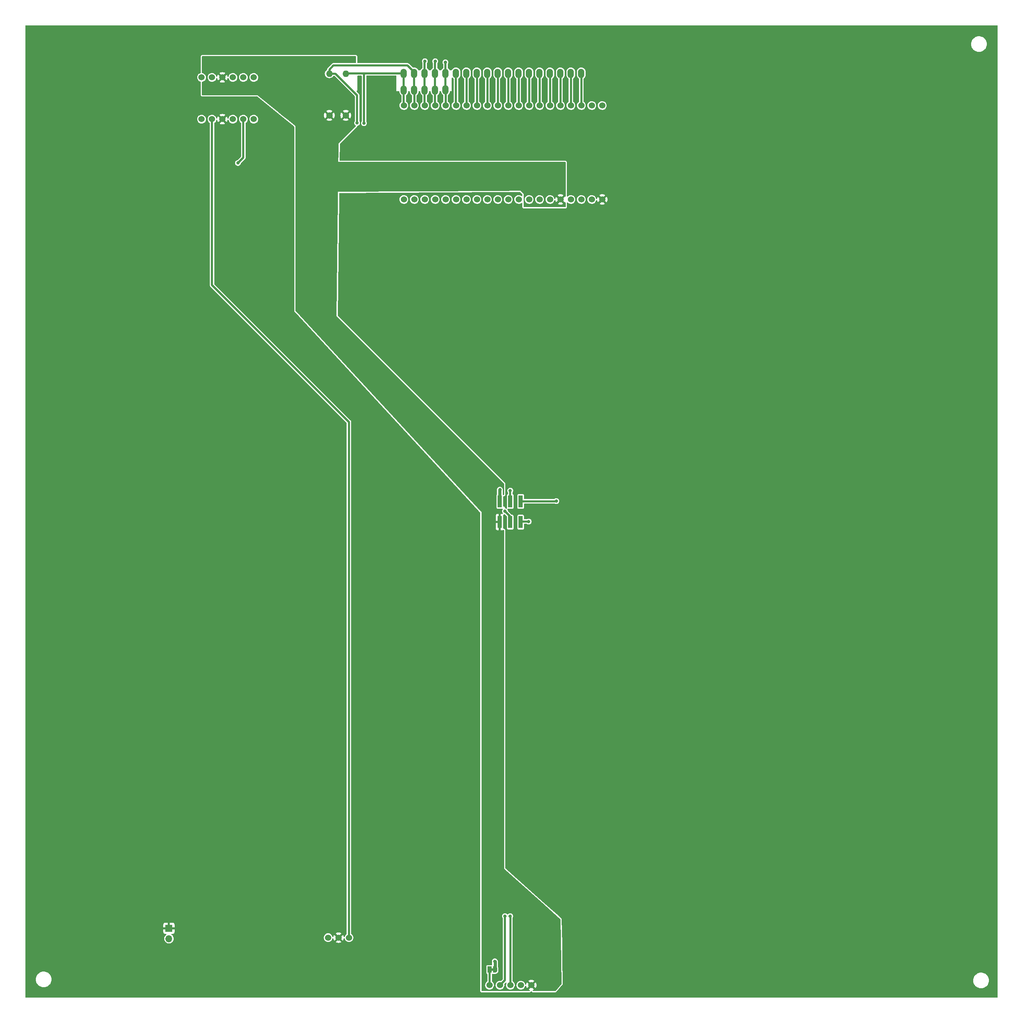
<source format=gbr>
%TF.GenerationSoftware,KiCad,Pcbnew,(6.0.1)*%
%TF.CreationDate,2022-02-23T09:05:59+01:00*%
%TF.ProjectId,ZigerWordClock,5a696765-7257-46f7-9264-436c6f636b2e,1.0*%
%TF.SameCoordinates,Original*%
%TF.FileFunction,Copper,L2,Bot*%
%TF.FilePolarity,Positive*%
%FSLAX46Y46*%
G04 Gerber Fmt 4.6, Leading zero omitted, Abs format (unit mm)*
G04 Created by KiCad (PCBNEW (6.0.1)) date 2022-02-23 09:05:59*
%MOMM*%
%LPD*%
G01*
G04 APERTURE LIST*
G04 Aperture macros list*
%AMFreePoly0*
4,1,22,0.550000,-0.750000,0.000000,-0.750000,0.000000,-0.745033,-0.079941,-0.743568,-0.215256,-0.701293,-0.333266,-0.622738,-0.424486,-0.514219,-0.481581,-0.384460,-0.499164,-0.250000,-0.500000,-0.250000,-0.500000,0.250000,-0.499164,0.250000,-0.499963,0.256109,-0.478152,0.396186,-0.417904,0.524511,-0.324060,0.630769,-0.204165,0.706417,-0.067858,0.745374,0.000000,0.744959,0.000000,0.750000,
0.550000,0.750000,0.550000,-0.750000,0.550000,-0.750000,$1*%
%AMFreePoly1*
4,1,20,0.000000,0.744959,0.073905,0.744508,0.209726,0.703889,0.328688,0.626782,0.421226,0.519385,0.479903,0.390333,0.500000,0.250000,0.500000,-0.250000,0.499851,-0.262216,0.476331,-0.402017,0.414519,-0.529596,0.319384,-0.634700,0.198574,-0.708877,0.061801,-0.746166,0.000000,-0.745033,0.000000,-0.750000,-0.550000,-0.750000,-0.550000,0.750000,0.000000,0.750000,0.000000,0.744959,
0.000000,0.744959,$1*%
G04 Aperture macros list end*
%TA.AperFunction,ComponentPad*%
%ADD10C,1.600000*%
%TD*%
%TA.AperFunction,ComponentPad*%
%ADD11O,1.600000X1.600000*%
%TD*%
%TA.AperFunction,ComponentPad*%
%ADD12C,1.524000*%
%TD*%
%TA.AperFunction,SMDPad,CuDef*%
%ADD13O,1.524000X2.286000*%
%TD*%
%TA.AperFunction,SMDPad,CuDef*%
%ADD14R,1.000000X3.000000*%
%TD*%
%TA.AperFunction,SMDPad,CuDef*%
%ADD15FreePoly0,180.000000*%
%TD*%
%TA.AperFunction,SMDPad,CuDef*%
%ADD16R,1.000000X1.500000*%
%TD*%
%TA.AperFunction,SMDPad,CuDef*%
%ADD17FreePoly1,180.000000*%
%TD*%
%TA.AperFunction,ComponentPad*%
%ADD18R,1.700000X1.700000*%
%TD*%
%TA.AperFunction,ComponentPad*%
%ADD19O,1.700000X1.700000*%
%TD*%
%TA.AperFunction,ViaPad*%
%ADD20C,0.800000*%
%TD*%
%TA.AperFunction,Conductor*%
%ADD21C,0.500000*%
%TD*%
%TA.AperFunction,Conductor*%
%ADD22C,0.800000*%
%TD*%
G04 APERTURE END LIST*
%TO.C,JP1*%
G36*
X155900000Y-261300000D02*
G01*
X155400000Y-261300000D01*
X155400000Y-260700000D01*
X155900000Y-260700000D01*
X155900000Y-261300000D01*
G37*
%TD*%
D10*
%TO.P,R1,1*%
%TO.N,+3V3*%
X120000000Y-53160000D03*
D11*
%TO.P,R1,2*%
%TO.N,SCL*%
X120000000Y-43000000D03*
%TD*%
D12*
%TO.P,U20,1,GND*%
%TO.N,GND*%
X115697000Y-253238000D03*
%TO.P,U20,2,5V*%
%TO.N,+5V*%
X118237000Y-253238000D03*
%TO.P,U20,3,Sig*%
%TO.N,IR_SIG*%
X120777000Y-253238000D03*
%TD*%
D10*
%TO.P,R2,1*%
%TO.N,+3V3*%
X116000000Y-53160000D03*
D11*
%TO.P,R2,2*%
%TO.N,SDA*%
X116000000Y-43000000D03*
%TD*%
D12*
%TO.P,U1,ADDR,ADDR*%
%TO.N,Net-(JP1-Pad2)*%
X154978654Y-264801230D03*
%TO.P,U1,GND,GND*%
%TO.N,GND*%
X162598654Y-264801230D03*
%TO.P,U1,SCL,SCL*%
%TO.N,SCL*%
X160058654Y-264801230D03*
%TO.P,U1,SDA,SDA*%
%TO.N,SDA*%
X157518654Y-264801230D03*
%TO.P,U1,VCC,VCC*%
%TO.N,+3V3*%
X165138654Y-264801230D03*
%TD*%
D13*
%TO.P,JP10,1,1*%
%TO.N,CI*%
X141732000Y-42926000D03*
%TD*%
%TO.P,JP2,1,1*%
%TO.N,DI*%
X144272000Y-46926000D03*
%TD*%
%TO.P,JP9,1,1*%
%TO.N,SIG*%
X139192000Y-42926000D03*
%TD*%
%TO.P,JP5,1,1*%
%TO.N,SIG*%
X139192000Y-46990000D03*
%TD*%
D12*
%TO.P,U4,1,TX0*%
%TO.N,unconnected-(U4-Pad1)*%
X84900000Y-54080000D03*
%TO.P,U4,2,Rx1*%
%TO.N,IR_SIG*%
X87440000Y-54080000D03*
%TO.P,U4,3,HV*%
%TO.N,+5V*%
X89980000Y-54080000D03*
%TO.P,U4,4,GND*%
%TO.N,GND*%
X92520000Y-54080000D03*
%TO.P,U4,5,Rx1*%
%TO.N,LED_DI*%
X95060000Y-54080000D03*
%TO.P,U4,6,TX0*%
%TO.N,LED_CI*%
X97600000Y-54080000D03*
%TO.P,U4,7,TX1*%
%TO.N,CI*%
X97600000Y-43920000D03*
%TO.P,U4,8,Rx0*%
%TO.N,DI*%
X95060000Y-43920000D03*
%TO.P,U4,9,GND*%
%TO.N,GND*%
X92520000Y-43920000D03*
%TO.P,U4,10,LV*%
%TO.N,+3V3*%
X89980000Y-43920000D03*
%TO.P,U4,11,Rx0*%
%TO.N,SIG*%
X87440000Y-43920000D03*
%TO.P,U4,12,TX1*%
%TO.N,unconnected-(U4-Pad12)*%
X84900000Y-43920000D03*
%TD*%
D13*
%TO.P,JP15,1,1*%
%TO.N,Net-(JP15-Pad1)*%
X154432000Y-42926000D03*
%TD*%
%TO.P,JP3,1,1*%
%TO.N,SCL*%
X134112000Y-46990000D03*
%TD*%
%TO.P,JP20,1,1*%
%TO.N,Net-(JP20-Pad1)*%
X167132000Y-42926000D03*
%TD*%
%TO.P,JP8,1,1*%
%TO.N,SDA*%
X136652000Y-46990000D03*
%TD*%
%TO.P,JP18,1,1*%
%TO.N,Net-(JP18-Pad1)*%
X162052000Y-42926000D03*
%TD*%
%TO.P,JP16,1,1*%
%TO.N,Net-(JP16-Pad1)*%
X156972000Y-42926000D03*
%TD*%
D14*
%TO.P,J1,1,Pin_1*%
%TO.N,+3V3*%
X157480000Y-152126000D03*
%TO.P,J1,2,Pin_2*%
%TO.N,GND*%
X157480000Y-147086000D03*
%TO.P,J1,3,Pin_3*%
%TO.N,SDA*%
X160020000Y-152126000D03*
%TO.P,J1,4,Pin_4*%
%TO.N,SCL*%
X160020000Y-147086000D03*
%TO.P,J1,5,Pin_5*%
%TO.N,GPIO1*%
X162560000Y-152126000D03*
%TO.P,J1,6,Pin_6*%
%TO.N,GPIO2*%
X162560000Y-147086000D03*
%TD*%
D13*
%TO.P,JP21,1,1*%
%TO.N,GPIO1*%
X169672000Y-42926000D03*
%TD*%
%TO.P,JP24,1,1*%
%TO.N,Net-(JP24-Pad1)*%
X177292000Y-42926000D03*
%TD*%
%TO.P,JP13,1,1*%
%TO.N,Net-(JP13-Pad1)*%
X149352000Y-42926000D03*
%TD*%
D12*
%TO.P,U2,1,IO00*%
%TO.N,SCL*%
X134141500Y-50760000D03*
%TO.P,U2,2,IO01*%
%TO.N,SDA*%
X136681500Y-50760000D03*
%TO.P,U2,3,IO02*%
%TO.N,SIG*%
X139221500Y-50760000D03*
%TO.P,U2,4,IO03*%
%TO.N,CI*%
X141761500Y-50760000D03*
%TO.P,U2,5,IO04*%
%TO.N,DI*%
X144301500Y-50760000D03*
%TO.P,U2,6,IO05*%
%TO.N,Net-(JP12-Pad1)*%
X146841500Y-50760000D03*
%TO.P,U2,7,IO06*%
%TO.N,Net-(JP13-Pad1)*%
X149381500Y-50760000D03*
%TO.P,U2,8,IO07*%
%TO.N,Net-(JP14-Pad1)*%
X151921500Y-50760000D03*
%TO.P,U2,9,IO08*%
%TO.N,Net-(JP15-Pad1)*%
X154461500Y-50760000D03*
%TO.P,U2,10,IO16*%
%TO.N,Net-(JP16-Pad1)*%
X157001500Y-50760000D03*
%TO.P,U2,11,IO15*%
%TO.N,Net-(JP17-Pad1)*%
X159541500Y-50760000D03*
%TO.P,U2,12,IO11*%
%TO.N,Net-(JP18-Pad1)*%
X162081500Y-50760000D03*
%TO.P,U2,13,IO12*%
%TO.N,Net-(JP19-Pad1)*%
X164621500Y-50760000D03*
%TO.P,U2,14,IO13*%
%TO.N,Net-(JP20-Pad1)*%
X167161500Y-50760000D03*
%TO.P,U2,15,IO17*%
%TO.N,GPIO1*%
X169701500Y-50760000D03*
%TO.P,U2,16,IO18*%
%TO.N,GPIO2*%
X172241500Y-50760000D03*
%TO.P,U2,17,IO20*%
%TO.N,Net-(JP23-Pad1)*%
X174781500Y-50760000D03*
%TO.P,U2,18,IO19*%
%TO.N,Net-(JP24-Pad1)*%
X177321500Y-50760000D03*
%TO.P,U2,19,VBat*%
%TO.N,unconnected-(U2-Pad19)*%
X179861500Y-50760000D03*
%TO.P,U2,20,5V*%
%TO.N,unconnected-(U2-Pad20)*%
X182401500Y-50760000D03*
%TO.P,U2,21,VBus*%
%TO.N,+5V*%
X182401500Y-73620000D03*
%TO.P,U2,22,VBus*%
%TO.N,unconnected-(U2-Pad22)*%
X179861500Y-73620000D03*
%TO.P,U2,23,GND*%
%TO.N,unconnected-(U2-Pad23)*%
X177321500Y-73620000D03*
%TO.P,U2,24,GND*%
%TO.N,GND*%
X174781500Y-73620000D03*
%TO.P,U2,25,V3V*%
%TO.N,+3V3*%
X172241500Y-73620000D03*
%TO.P,U2,26,GND*%
%TO.N,GND*%
X169701500Y-73620000D03*
%TO.P,U2,27,VDD3V3*%
%TO.N,unconnected-(U2-Pad27)*%
X167161500Y-73620000D03*
%TO.P,U2,28,VDD3V3*%
%TO.N,unconnected-(U2-Pad28)*%
X164621500Y-73620000D03*
%TO.P,U2,29,IO33*%
%TO.N,unconnected-(U2-Pad29)*%
X162081500Y-73620000D03*
%TO.P,U2,30,IO34*%
%TO.N,unconnected-(U2-Pad30)*%
X159541500Y-73620000D03*
%TO.P,U2,31,IO35*%
%TO.N,unconnected-(U2-Pad31)*%
X157001500Y-73620000D03*
%TO.P,U2,32,IO36*%
%TO.N,unconnected-(U2-Pad32)*%
X154461500Y-73620000D03*
%TO.P,U2,33,IO37*%
%TO.N,unconnected-(U2-Pad33)*%
X151921500Y-73620000D03*
%TO.P,U2,34,IO38*%
%TO.N,unconnected-(U2-Pad34)*%
X149381500Y-73620000D03*
%TO.P,U2,35,IO39*%
%TO.N,unconnected-(U2-Pad35)*%
X146841500Y-73620000D03*
%TO.P,U2,36,IO40*%
%TO.N,unconnected-(U2-Pad36)*%
X144301500Y-73620000D03*
%TO.P,U2,37,IO41*%
%TO.N,unconnected-(U2-Pad37)*%
X141761500Y-73620000D03*
%TO.P,U2,38,IO42*%
%TO.N,unconnected-(U2-Pad38)*%
X139221500Y-73620000D03*
%TO.P,U2,39,IO45*%
%TO.N,unconnected-(U2-Pad39)*%
X136681500Y-73620000D03*
%TO.P,U2,40,IO46*%
%TO.N,unconnected-(U2-Pad40)*%
X134141500Y-73620000D03*
%TD*%
D15*
%TO.P,JP1,1,A*%
%TO.N,GND*%
X156300000Y-261000000D03*
D16*
%TO.P,JP1,2,C*%
%TO.N,Net-(JP1-Pad2)*%
X155000000Y-261000000D03*
D17*
%TO.P,JP1,3,B*%
%TO.N,+3V3*%
X153700000Y-261000000D03*
%TD*%
D13*
%TO.P,JP17,1,1*%
%TO.N,Net-(JP17-Pad1)*%
X159512000Y-42926000D03*
%TD*%
%TO.P,JP7,1,1*%
%TO.N,SCL*%
X134112000Y-42926000D03*
%TD*%
%TO.P,JP19,1,1*%
%TO.N,Net-(JP19-Pad1)*%
X164592000Y-42926000D03*
%TD*%
%TO.P,JP6,1,1*%
%TO.N,CI*%
X141732000Y-46990000D03*
%TD*%
D18*
%TO.P,J2,1*%
%TO.N,+5V*%
X76962000Y-250947000D03*
D19*
%TO.P,J2,2*%
%TO.N,GND*%
X76962000Y-253487000D03*
%TD*%
D13*
%TO.P,JP22,1,1*%
%TO.N,GPIO2*%
X172212000Y-42926000D03*
%TD*%
%TO.P,JP12,1,1*%
%TO.N,Net-(JP12-Pad1)*%
X146812000Y-42926000D03*
%TD*%
%TO.P,JP4,1,1*%
%TO.N,SDA*%
X136652000Y-42926000D03*
%TD*%
%TO.P,JP11,1,1*%
%TO.N,DI*%
X144272000Y-42926000D03*
%TD*%
%TO.P,JP14,1,1*%
%TO.N,Net-(JP14-Pad1)*%
X151892000Y-42926000D03*
%TD*%
%TO.P,JP23,1,1*%
%TO.N,Net-(JP23-Pad1)*%
X174752000Y-42926000D03*
%TD*%
D20*
%TO.N,SCL*%
X124426000Y-55074000D03*
X160000000Y-248000000D03*
X160020000Y-144480000D03*
%TO.N,SDA*%
X158750000Y-248000000D03*
X122750000Y-55000000D03*
X158750000Y-149500000D03*
%TO.N,SIG*%
X139250000Y-40000000D03*
%TO.N,CI*%
X141750000Y-40000000D03*
%TO.N,GPIO1*%
X164500000Y-152000000D03*
%TO.N,GPIO2*%
X171250000Y-147000000D03*
%TO.N,DI*%
X144250000Y-40250000D03*
%TO.N,GND*%
X156250000Y-259000000D03*
X157500000Y-144250000D03*
%TO.N,LED_DI*%
X93750000Y-64750000D03*
%TO.N,+5V*%
X64661400Y-204512400D03*
X66928492Y-38675545D03*
X64516000Y-69850000D03*
X49403508Y-56320455D03*
X64153400Y-145076400D03*
X253500000Y-260750000D03*
X255886600Y-111209600D03*
X255872600Y-137157600D03*
X255886600Y-103589600D03*
X255886600Y-144991600D03*
X271458455Y-56260492D03*
X255886600Y-69807600D03*
X64327400Y-178542400D03*
X255972600Y-204457600D03*
X255886600Y-178891600D03*
X64153400Y-170984400D03*
X255872600Y-171057600D03*
X253559545Y-38735508D03*
X255886600Y-77681600D03*
X190137400Y-250486400D03*
X49343545Y-242951508D03*
X64577400Y-212542400D03*
X64407400Y-103420400D03*
X64661400Y-137202400D03*
X64327400Y-111292400D03*
X255986600Y-212291600D03*
X271000000Y-242750000D03*
X67242455Y-260730492D03*
X64661400Y-238294400D03*
X214992600Y-250401600D03*
X64407400Y-77766400D03*
X255886600Y-238209600D03*
%TD*%
D21*
%TO.N,Net-(JP1-Pad2)*%
X155000000Y-264779884D02*
X154978654Y-264801230D01*
X155000000Y-261000000D02*
X155000000Y-264779884D01*
%TO.N,SCL*%
X160058654Y-248058654D02*
X160000000Y-248000000D01*
X124426000Y-42926000D02*
X124426000Y-55074000D01*
X134112000Y-50730500D02*
X134141500Y-50760000D01*
X124426000Y-42926000D02*
X120074000Y-42926000D01*
X160058654Y-264801230D02*
X160058654Y-248058654D01*
X120074000Y-42926000D02*
X120000000Y-43000000D01*
X134112000Y-42926000D02*
X134112000Y-46990000D01*
X160020000Y-147086000D02*
X160020000Y-144480000D01*
X134112000Y-46990000D02*
X134112000Y-50730500D01*
X134112000Y-42926000D02*
X124426000Y-42926000D01*
%TO.N,SDA*%
X158750000Y-248000000D02*
X158750000Y-263569884D01*
X160020000Y-150770000D02*
X160020000Y-152126000D01*
X158750000Y-149500000D02*
X160020000Y-150770000D01*
X122750000Y-48250000D02*
X122750000Y-55000000D01*
X136652000Y-46990000D02*
X136652000Y-42926000D01*
X158750000Y-263569884D02*
X157518654Y-264801230D01*
X117000000Y-41000000D02*
X118000000Y-41000000D01*
X116000000Y-43000000D02*
X117500000Y-43000000D01*
X117500000Y-43000000D02*
X122750000Y-48250000D01*
X118000000Y-41000000D02*
X135000000Y-41000000D01*
X136681500Y-50760000D02*
X136681500Y-47019500D01*
X116000000Y-42000000D02*
X117000000Y-41000000D01*
X136681500Y-47019500D02*
X136652000Y-46990000D01*
X116000000Y-43000000D02*
X116000000Y-42000000D01*
X136652000Y-42652000D02*
X135000000Y-41000000D01*
X136652000Y-42926000D02*
X136652000Y-42652000D01*
%TO.N,SIG*%
X139192000Y-50730500D02*
X139221500Y-50760000D01*
X139192000Y-42926000D02*
X139192000Y-46990000D01*
X139192000Y-46990000D02*
X139192000Y-50730500D01*
X139250000Y-40000000D02*
X139192000Y-40058000D01*
X139192000Y-40058000D02*
X139192000Y-42926000D01*
%TO.N,CI*%
X141732000Y-42926000D02*
X141732000Y-46990000D01*
X141732000Y-46990000D02*
X141732000Y-50730500D01*
X141732000Y-42926000D02*
X141732000Y-40018000D01*
X141732000Y-50730500D02*
X141761500Y-50760000D01*
X141732000Y-40018000D02*
X141750000Y-40000000D01*
%TO.N,GPIO1*%
X169701500Y-50760000D02*
X169701500Y-42955500D01*
X169701500Y-42955500D02*
X169672000Y-42926000D01*
X164500000Y-152000000D02*
X162686000Y-152000000D01*
X162686000Y-152000000D02*
X162560000Y-152126000D01*
%TO.N,GPIO2*%
X171250000Y-147000000D02*
X171164000Y-147086000D01*
X172241500Y-42955500D02*
X172212000Y-42926000D01*
X171164000Y-147086000D02*
X162560000Y-147086000D01*
X172241500Y-50760000D02*
X172241500Y-42955500D01*
%TO.N,DI*%
X144301500Y-46955500D02*
X144272000Y-46926000D01*
X144272000Y-42926000D02*
X144272000Y-40272000D01*
X144272000Y-40272000D02*
X144250000Y-40250000D01*
X144272000Y-46926000D02*
X144272000Y-42926000D01*
X144301500Y-50760000D02*
X144301500Y-46955500D01*
%TO.N,IR_SIG*%
X87440000Y-94440000D02*
X87440000Y-54080000D01*
X120777000Y-127777000D02*
X87440000Y-94440000D01*
X120777000Y-253238000D02*
X120777000Y-127777000D01*
D22*
%TO.N,GND*%
X157480000Y-147086000D02*
X157480000Y-144270000D01*
X156300000Y-261000000D02*
X156300000Y-259050000D01*
X156300000Y-259050000D02*
X156250000Y-259000000D01*
X157480000Y-144270000D02*
X157500000Y-144250000D01*
D21*
%TO.N,LED_DI*%
X95060000Y-54080000D02*
X95060000Y-63440000D01*
X95060000Y-63440000D02*
X93750000Y-64750000D01*
%TO.N,Net-(JP12-Pad1)*%
X146812000Y-42926000D02*
X146812000Y-50730500D01*
X146812000Y-50730500D02*
X146841500Y-50760000D01*
%TO.N,Net-(JP13-Pad1)*%
X149381500Y-42955500D02*
X149352000Y-42926000D01*
X149381500Y-50760000D02*
X149381500Y-42955500D01*
%TO.N,Net-(JP14-Pad1)*%
X151921500Y-50760000D02*
X151921500Y-42955500D01*
X151921500Y-42955500D02*
X151892000Y-42926000D01*
%TO.N,Net-(JP15-Pad1)*%
X154461500Y-42955500D02*
X154432000Y-42926000D01*
X154461500Y-50760000D02*
X154461500Y-42955500D01*
%TO.N,Net-(JP16-Pad1)*%
X157001500Y-42955500D02*
X156972000Y-42926000D01*
X157001500Y-50760000D02*
X157001500Y-42955500D01*
%TO.N,Net-(JP17-Pad1)*%
X159541500Y-42955500D02*
X159512000Y-42926000D01*
X159541500Y-50760000D02*
X159541500Y-42955500D01*
%TO.N,Net-(JP18-Pad1)*%
X162081500Y-42955500D02*
X162052000Y-42926000D01*
X162081500Y-50760000D02*
X162081500Y-42955500D01*
%TO.N,Net-(JP19-Pad1)*%
X164621500Y-42955500D02*
X164592000Y-42926000D01*
X164621500Y-50760000D02*
X164621500Y-42955500D01*
%TO.N,Net-(JP20-Pad1)*%
X167161500Y-50760000D02*
X167161500Y-42955500D01*
X167161500Y-42955500D02*
X167132000Y-42926000D01*
%TO.N,Net-(JP23-Pad1)*%
X174781500Y-42955500D02*
X174752000Y-42926000D01*
X174781500Y-50760000D02*
X174781500Y-42955500D01*
%TO.N,Net-(JP24-Pad1)*%
X177321500Y-42955500D02*
X177292000Y-42926000D01*
X177321500Y-50760000D02*
X177321500Y-42955500D01*
%TD*%
%TA.AperFunction,Conductor*%
%TO.N,+3V3*%
G36*
X122442121Y-38770002D02*
G01*
X122488614Y-38823658D01*
X122500000Y-38876000D01*
X122500000Y-40323500D01*
X122479998Y-40391621D01*
X122426342Y-40438114D01*
X122374000Y-40449500D01*
X117014993Y-40449500D01*
X117009717Y-40449389D01*
X117005310Y-40449204D01*
X116947706Y-40446790D01*
X116939341Y-40448752D01*
X116905338Y-40456727D01*
X116893667Y-40458890D01*
X116889689Y-40459435D01*
X116850568Y-40464794D01*
X116842684Y-40468206D01*
X116842683Y-40468206D01*
X116836770Y-40470765D01*
X116815501Y-40477799D01*
X116800864Y-40481232D01*
X116793339Y-40485369D01*
X116793336Y-40485370D01*
X116762732Y-40502195D01*
X116752087Y-40507411D01*
X116712145Y-40524695D01*
X116700459Y-40534158D01*
X116681875Y-40546645D01*
X116668692Y-40553893D01*
X116660578Y-40560897D01*
X116636042Y-40585433D01*
X116626241Y-40594258D01*
X116601608Y-40614206D01*
X116594930Y-40619614D01*
X116589956Y-40626613D01*
X116589955Y-40626614D01*
X116584034Y-40634946D01*
X116570424Y-40651051D01*
X115621346Y-41600130D01*
X115617536Y-41603783D01*
X115571844Y-41645799D01*
X115548901Y-41682802D01*
X115542200Y-41692552D01*
X115515888Y-41727217D01*
X115510354Y-41741195D01*
X115500293Y-41761199D01*
X115492365Y-41773986D01*
X115489968Y-41782237D01*
X115489967Y-41782239D01*
X115480225Y-41815772D01*
X115476380Y-41827002D01*
X115460364Y-41867453D01*
X115459466Y-41875994D01*
X115459466Y-41875995D01*
X115458792Y-41882408D01*
X115454480Y-41904383D01*
X115450285Y-41918825D01*
X115449500Y-41929515D01*
X115449500Y-41964217D01*
X115448810Y-41977382D01*
X115447575Y-41989137D01*
X115420565Y-42054795D01*
X115386689Y-42084255D01*
X115350371Y-42105862D01*
X115198305Y-42239220D01*
X115073089Y-42398057D01*
X114978914Y-42577053D01*
X114918937Y-42770213D01*
X114895164Y-42971069D01*
X114908392Y-43172894D01*
X114958178Y-43368928D01*
X115042856Y-43552607D01*
X115046189Y-43557323D01*
X115149953Y-43704146D01*
X115159588Y-43717780D01*
X115304466Y-43858913D01*
X115472637Y-43971282D01*
X115477940Y-43973560D01*
X115477943Y-43973562D01*
X115566291Y-44011519D01*
X115658470Y-44051122D01*
X115855740Y-44095760D01*
X115861509Y-44095987D01*
X115861512Y-44095987D01*
X115937683Y-44098979D01*
X116057842Y-44103700D01*
X116144132Y-44091189D01*
X116252286Y-44075508D01*
X116252291Y-44075507D01*
X116258007Y-44074678D01*
X116263479Y-44072820D01*
X116263481Y-44072820D01*
X116444067Y-44011519D01*
X116444069Y-44011518D01*
X116449531Y-44009664D01*
X116572017Y-43941069D01*
X116620964Y-43913658D01*
X116620965Y-43913657D01*
X116626001Y-43910837D01*
X116688433Y-43858913D01*
X116777073Y-43785191D01*
X116781505Y-43781505D01*
X116910837Y-43626001D01*
X116917036Y-43614932D01*
X116967774Y-43565271D01*
X117026970Y-43550500D01*
X117219785Y-43550500D01*
X117287906Y-43570502D01*
X117308880Y-43587405D01*
X122162595Y-48441119D01*
X122196621Y-48503431D01*
X122199500Y-48530214D01*
X122199500Y-54525125D01*
X122176587Y-54597575D01*
X122128113Y-54666547D01*
X122125354Y-54673622D01*
X122125353Y-54673625D01*
X122099261Y-54740547D01*
X122066524Y-54824513D01*
X122065532Y-54832046D01*
X122065532Y-54832047D01*
X122045865Y-54981439D01*
X122044394Y-54992611D01*
X122062999Y-55161135D01*
X122121266Y-55320356D01*
X122125502Y-55326659D01*
X122125502Y-55326660D01*
X122140617Y-55349153D01*
X122215830Y-55461083D01*
X122221442Y-55466190D01*
X122221445Y-55466193D01*
X122335612Y-55570077D01*
X122335616Y-55570080D01*
X122341233Y-55575191D01*
X122347911Y-55578817D01*
X122347914Y-55578819D01*
X122409139Y-55612061D01*
X122459461Y-55662143D01*
X122474718Y-55731481D01*
X122450066Y-55798060D01*
X122438113Y-55811887D01*
X118250000Y-60000000D01*
X117750000Y-102000000D01*
X158463095Y-142713095D01*
X158497121Y-142775407D01*
X158500000Y-142802190D01*
X158500000Y-145422282D01*
X158479998Y-145490403D01*
X158426342Y-145536896D01*
X158356068Y-145547000D01*
X158291488Y-145517506D01*
X158258849Y-145473430D01*
X158236663Y-145423481D01*
X158236661Y-145423479D01*
X158231939Y-145412847D01*
X158217481Y-145398414D01*
X158183403Y-145336133D01*
X158180500Y-145309243D01*
X158180500Y-144449291D01*
X158181757Y-144431538D01*
X158191107Y-144365838D01*
X158191960Y-144360629D01*
X158201032Y-144311680D01*
X158204252Y-144294308D01*
X158203815Y-144286727D01*
X158204292Y-144279142D01*
X158204662Y-144279165D01*
X158204921Y-144273002D01*
X158204596Y-144272977D01*
X158204909Y-144268859D01*
X158205490Y-144264778D01*
X158205645Y-144250000D01*
X158198580Y-144191624D01*
X158197877Y-144183744D01*
X158196530Y-144160381D01*
X158194493Y-144125041D01*
X158191256Y-144114518D01*
X158186598Y-144092605D01*
X158186189Y-144089221D01*
X158186188Y-144089217D01*
X158185276Y-144081680D01*
X158164490Y-144026670D01*
X158161928Y-144019188D01*
X158154600Y-143995366D01*
X158144639Y-143962989D01*
X158138986Y-143953545D01*
X158129235Y-143933371D01*
X158128031Y-143930183D01*
X158128027Y-143930176D01*
X158125345Y-143923077D01*
X158092039Y-143874617D01*
X158087768Y-143867963D01*
X158061473Y-143824028D01*
X158057569Y-143817505D01*
X158049830Y-143809685D01*
X158035546Y-143792420D01*
X158033615Y-143789610D01*
X158033614Y-143789609D01*
X158029312Y-143783349D01*
X157985405Y-143744229D01*
X157979685Y-143738800D01*
X157943657Y-143702393D01*
X157943656Y-143702392D01*
X157938310Y-143696990D01*
X157928920Y-143691236D01*
X157910939Y-143677882D01*
X157902721Y-143670560D01*
X157850747Y-143643041D01*
X157843873Y-143639120D01*
X157839886Y-143636677D01*
X157793746Y-143608403D01*
X157783265Y-143605058D01*
X157762610Y-143596375D01*
X157759593Y-143594778D01*
X157759594Y-143594778D01*
X157752881Y-143591224D01*
X157695829Y-143576893D01*
X157688237Y-143574731D01*
X157632225Y-143556855D01*
X157624647Y-143556338D01*
X157624645Y-143556338D01*
X157621707Y-143556138D01*
X157621250Y-143556107D01*
X157599124Y-143552603D01*
X157588441Y-143549919D01*
X157580847Y-143549879D01*
X157580845Y-143549879D01*
X157558439Y-143549762D01*
X157529626Y-143549611D01*
X157521732Y-143549321D01*
X157463070Y-143545322D01*
X157452228Y-143547215D01*
X157429904Y-143549089D01*
X157418895Y-143549031D01*
X157411512Y-143550804D01*
X157411508Y-143550804D01*
X157361712Y-143562759D01*
X157353970Y-143564363D01*
X157333913Y-143567864D01*
X157303526Y-143573167D01*
X157303522Y-143573168D01*
X157296046Y-143574473D01*
X157289096Y-143577524D01*
X157289086Y-143577527D01*
X157285961Y-143578899D01*
X157264736Y-143586042D01*
X157254032Y-143588612D01*
X157201777Y-143615583D01*
X157194648Y-143618984D01*
X157140797Y-143642622D01*
X157134772Y-143647245D01*
X157134769Y-143647247D01*
X157132063Y-143649324D01*
X157113151Y-143661326D01*
X157103369Y-143666375D01*
X157059047Y-143705039D01*
X157052940Y-143710036D01*
X157040593Y-143719511D01*
X157037321Y-143722022D01*
X157024925Y-143734418D01*
X157018660Y-143740271D01*
X156975604Y-143777831D01*
X156972521Y-143782217D01*
X156964890Y-143789730D01*
X156955604Y-143797831D01*
X156937193Y-143824028D01*
X156919317Y-143849463D01*
X156915384Y-143854758D01*
X156881105Y-143898476D01*
X156881103Y-143898480D01*
X156876416Y-143904457D01*
X156873290Y-143911380D01*
X156871505Y-143914328D01*
X156864113Y-143927288D01*
X156862480Y-143930334D01*
X156858113Y-143936547D01*
X156844973Y-143970248D01*
X156835180Y-143995366D01*
X156832625Y-144001445D01*
X156806645Y-144058984D01*
X156805260Y-144066455D01*
X156804236Y-144069723D01*
X156800123Y-144084164D01*
X156799283Y-144087437D01*
X156796524Y-144094513D01*
X156793891Y-144114518D01*
X156788284Y-144157106D01*
X156787252Y-144163623D01*
X156775748Y-144225692D01*
X156776185Y-144233272D01*
X156776185Y-144233273D01*
X156779291Y-144287144D01*
X156779500Y-144294396D01*
X156779500Y-145309329D01*
X156759498Y-145377450D01*
X156742673Y-145398347D01*
X156727759Y-145413287D01*
X156682494Y-145515673D01*
X156679500Y-145541354D01*
X156679500Y-148630646D01*
X156682618Y-148656846D01*
X156728061Y-148759153D01*
X156807287Y-148838241D01*
X156817924Y-148842944D01*
X156817926Y-148842945D01*
X156872856Y-148867229D01*
X156909673Y-148883506D01*
X156935354Y-148886500D01*
X158024646Y-148886500D01*
X158028350Y-148886059D01*
X158028353Y-148886059D01*
X158041454Y-148884500D01*
X158041456Y-148884500D01*
X158050846Y-148883382D01*
X158057563Y-148880398D01*
X158127431Y-148881611D01*
X158186482Y-148921024D01*
X158214851Y-148986107D01*
X158203530Y-149056195D01*
X158192928Y-149074323D01*
X158132484Y-149160326D01*
X158132480Y-149160333D01*
X158128113Y-149166547D01*
X158066524Y-149324513D01*
X158065532Y-149332046D01*
X158065532Y-149332047D01*
X158054337Y-149417087D01*
X158044394Y-149492611D01*
X158062999Y-149661135D01*
X158121266Y-149820356D01*
X158125502Y-149826659D01*
X158125504Y-149826664D01*
X158193310Y-149927571D01*
X158214702Y-149995268D01*
X158196098Y-150063784D01*
X158143404Y-150111365D01*
X158075121Y-150123109D01*
X158031488Y-150118369D01*
X158024672Y-150118000D01*
X157752115Y-150118000D01*
X157736876Y-150122475D01*
X157735671Y-150123865D01*
X157734000Y-150131548D01*
X157734000Y-154115884D01*
X157738475Y-154131123D01*
X157739865Y-154132328D01*
X157747548Y-154133999D01*
X158024669Y-154133999D01*
X158031490Y-154133629D01*
X158082352Y-154128105D01*
X158097604Y-154124479D01*
X158218054Y-154079324D01*
X158233648Y-154070786D01*
X158298435Y-154022231D01*
X158364941Y-153997383D01*
X158434324Y-154012436D01*
X158484554Y-154062610D01*
X158500000Y-154123057D01*
X158500000Y-236500000D01*
X158507203Y-236506417D01*
X158507203Y-236506418D01*
X167859025Y-244838040D01*
X171790936Y-248341015D01*
X172208710Y-248713214D01*
X172246267Y-248773463D01*
X172250878Y-248805290D01*
X172410086Y-258835425D01*
X172499242Y-264452255D01*
X172480324Y-264520685D01*
X172468924Y-264536255D01*
X171037714Y-266206000D01*
X170978195Y-266244704D01*
X170942048Y-266250000D01*
X165595739Y-266250000D01*
X165527618Y-266229998D01*
X165481125Y-266176342D01*
X165471021Y-266106068D01*
X165500515Y-266041488D01*
X165563129Y-266002293D01*
X165569367Y-266000622D01*
X165579661Y-265996875D01*
X165771099Y-265907606D01*
X165780585Y-265902128D01*
X165824418Y-265871437D01*
X165832793Y-265860959D01*
X165825725Y-265847511D01*
X165151466Y-265173252D01*
X165137522Y-265165638D01*
X165135689Y-265165769D01*
X165129074Y-265170020D01*
X164450861Y-265848233D01*
X164444431Y-265860007D01*
X164453728Y-265872023D01*
X164496723Y-265902128D01*
X164506209Y-265907606D01*
X164697647Y-265996875D01*
X164707941Y-266000622D01*
X164714179Y-266002293D01*
X164774802Y-266039244D01*
X164805824Y-266103105D01*
X164797396Y-266173599D01*
X164752194Y-266228346D01*
X164681569Y-266250000D01*
X153126000Y-266250000D01*
X153057879Y-266229998D01*
X153011386Y-266176342D01*
X153000000Y-266124000D01*
X153000000Y-264786323D01*
X153911117Y-264786323D01*
X153911633Y-264792467D01*
X153923835Y-264937770D01*
X153928553Y-264993960D01*
X153985987Y-265194255D01*
X153988805Y-265199737D01*
X153988806Y-265199741D01*
X154078410Y-265374092D01*
X154078413Y-265374096D01*
X154081231Y-265379580D01*
X154085062Y-265384413D01*
X154206828Y-265538046D01*
X154206833Y-265538051D01*
X154210657Y-265542876D01*
X154369337Y-265677923D01*
X154374715Y-265680929D01*
X154374717Y-265680930D01*
X154460281Y-265728750D01*
X154551225Y-265779576D01*
X154749394Y-265843965D01*
X154956295Y-265868637D01*
X154962430Y-265868165D01*
X154962432Y-265868165D01*
X155157906Y-265853124D01*
X155157910Y-265853123D01*
X155164048Y-265852651D01*
X155364739Y-265796617D01*
X155370243Y-265793837D01*
X155370245Y-265793836D01*
X155545224Y-265705448D01*
X155545226Y-265705447D01*
X155550725Y-265702669D01*
X155714920Y-265574386D01*
X155851071Y-265416653D01*
X155953993Y-265235479D01*
X156019763Y-265037764D01*
X156045879Y-264831040D01*
X156046295Y-264801230D01*
X156044833Y-264786323D01*
X156451117Y-264786323D01*
X156451633Y-264792467D01*
X156463835Y-264937770D01*
X156468553Y-264993960D01*
X156525987Y-265194255D01*
X156528805Y-265199737D01*
X156528806Y-265199741D01*
X156618410Y-265374092D01*
X156618413Y-265374096D01*
X156621231Y-265379580D01*
X156625062Y-265384413D01*
X156746828Y-265538046D01*
X156746833Y-265538051D01*
X156750657Y-265542876D01*
X156909337Y-265677923D01*
X156914715Y-265680929D01*
X156914717Y-265680930D01*
X157000281Y-265728750D01*
X157091225Y-265779576D01*
X157289394Y-265843965D01*
X157496295Y-265868637D01*
X157502430Y-265868165D01*
X157502432Y-265868165D01*
X157697906Y-265853124D01*
X157697910Y-265853123D01*
X157704048Y-265852651D01*
X157904739Y-265796617D01*
X157910243Y-265793837D01*
X157910245Y-265793836D01*
X158085224Y-265705448D01*
X158085226Y-265705447D01*
X158090725Y-265702669D01*
X158254920Y-265574386D01*
X158391071Y-265416653D01*
X158493993Y-265235479D01*
X158559763Y-265037764D01*
X158585879Y-264831040D01*
X158586295Y-264801230D01*
X158566290Y-264597205D01*
X158579549Y-264527459D01*
X158602593Y-264495816D01*
X158890382Y-264208027D01*
X158952694Y-264174002D01*
X159023509Y-264179066D01*
X159080345Y-264221613D01*
X159105156Y-264288133D01*
X159089892Y-264357822D01*
X159077347Y-264380641D01*
X159014344Y-264579255D01*
X159013658Y-264585372D01*
X159013657Y-264585376D01*
X159005344Y-264659487D01*
X158991117Y-264786323D01*
X158991633Y-264792467D01*
X159003835Y-264937770D01*
X159008553Y-264993960D01*
X159065987Y-265194255D01*
X159068805Y-265199737D01*
X159068806Y-265199741D01*
X159158410Y-265374092D01*
X159158413Y-265374096D01*
X159161231Y-265379580D01*
X159165062Y-265384413D01*
X159286828Y-265538046D01*
X159286833Y-265538051D01*
X159290657Y-265542876D01*
X159449337Y-265677923D01*
X159454715Y-265680929D01*
X159454717Y-265680930D01*
X159540281Y-265728750D01*
X159631225Y-265779576D01*
X159829394Y-265843965D01*
X160036295Y-265868637D01*
X160042430Y-265868165D01*
X160042432Y-265868165D01*
X160237906Y-265853124D01*
X160237910Y-265853123D01*
X160244048Y-265852651D01*
X160444739Y-265796617D01*
X160450243Y-265793837D01*
X160450245Y-265793836D01*
X160625224Y-265705448D01*
X160625226Y-265705447D01*
X160630725Y-265702669D01*
X160794920Y-265574386D01*
X160931071Y-265416653D01*
X161033993Y-265235479D01*
X161099763Y-265037764D01*
X161125879Y-264831040D01*
X161126295Y-264801230D01*
X161124833Y-264786323D01*
X161531117Y-264786323D01*
X161531633Y-264792467D01*
X161543835Y-264937770D01*
X161548553Y-264993960D01*
X161605987Y-265194255D01*
X161608805Y-265199737D01*
X161608806Y-265199741D01*
X161698410Y-265374092D01*
X161698413Y-265374096D01*
X161701231Y-265379580D01*
X161705062Y-265384413D01*
X161826828Y-265538046D01*
X161826833Y-265538051D01*
X161830657Y-265542876D01*
X161989337Y-265677923D01*
X161994715Y-265680929D01*
X161994717Y-265680930D01*
X162080281Y-265728750D01*
X162171225Y-265779576D01*
X162369394Y-265843965D01*
X162576295Y-265868637D01*
X162582430Y-265868165D01*
X162582432Y-265868165D01*
X162777906Y-265853124D01*
X162777910Y-265853123D01*
X162784048Y-265852651D01*
X162984739Y-265796617D01*
X162990243Y-265793837D01*
X162990245Y-265793836D01*
X163165224Y-265705448D01*
X163165226Y-265705447D01*
X163170725Y-265702669D01*
X163334920Y-265574386D01*
X163471071Y-265416653D01*
X163573993Y-265235479D01*
X163639763Y-265037764D01*
X163640383Y-265032853D01*
X163674770Y-264971224D01*
X163737391Y-264937770D01*
X163808157Y-264943482D01*
X163864602Y-264986546D01*
X163884755Y-265028519D01*
X163939263Y-265231945D01*
X163943009Y-265242237D01*
X164032277Y-265433671D01*
X164037757Y-265443162D01*
X164068448Y-265486995D01*
X164078925Y-265495370D01*
X164092372Y-265488302D01*
X164766632Y-264814042D01*
X164773010Y-264802362D01*
X165503062Y-264802362D01*
X165503193Y-264804195D01*
X165507444Y-264810810D01*
X166185657Y-265489023D01*
X166197431Y-265495453D01*
X166209447Y-265486156D01*
X166239551Y-265443162D01*
X166245031Y-265433671D01*
X166334299Y-265242237D01*
X166338045Y-265231945D01*
X166392713Y-265027921D01*
X166394616Y-265017126D01*
X166413026Y-264806705D01*
X166413026Y-264795755D01*
X166394616Y-264585334D01*
X166392713Y-264574539D01*
X166338045Y-264370515D01*
X166334299Y-264360223D01*
X166245031Y-264168789D01*
X166239551Y-264159298D01*
X166208860Y-264115465D01*
X166198383Y-264107090D01*
X166184936Y-264114158D01*
X165510676Y-264788418D01*
X165503062Y-264802362D01*
X164773010Y-264802362D01*
X164774246Y-264800098D01*
X164774115Y-264798265D01*
X164769864Y-264791650D01*
X164091651Y-264113437D01*
X164079877Y-264107007D01*
X164067861Y-264116304D01*
X164037757Y-264159298D01*
X164032277Y-264168789D01*
X163943009Y-264360223D01*
X163939263Y-264370515D01*
X163884131Y-264576271D01*
X163847179Y-264636894D01*
X163783319Y-264667915D01*
X163712824Y-264659487D01*
X163658077Y-264614284D01*
X163641802Y-264580078D01*
X163587519Y-264400285D01*
X163587518Y-264400282D01*
X163585737Y-264394384D01*
X163487915Y-264210406D01*
X163482244Y-264203452D01*
X163411167Y-264116304D01*
X163356221Y-264048934D01*
X163195671Y-263916115D01*
X163012382Y-263817011D01*
X162813333Y-263755395D01*
X162807208Y-263754751D01*
X162807207Y-263754751D01*
X162681140Y-263741501D01*
X164444514Y-263741501D01*
X164451582Y-263754948D01*
X165125842Y-264429208D01*
X165139786Y-264436822D01*
X165141619Y-264436691D01*
X165148234Y-264432440D01*
X165826447Y-263754227D01*
X165832877Y-263742453D01*
X165823580Y-263730437D01*
X165780585Y-263700332D01*
X165771099Y-263694854D01*
X165579661Y-263605585D01*
X165569369Y-263601839D01*
X165365345Y-263547171D01*
X165354550Y-263545268D01*
X165144129Y-263526858D01*
X165133179Y-263526858D01*
X164922758Y-263545268D01*
X164911963Y-263547171D01*
X164707939Y-263601839D01*
X164697647Y-263605585D01*
X164506213Y-263694853D01*
X164496722Y-263700333D01*
X164452889Y-263731024D01*
X164444514Y-263741501D01*
X162681140Y-263741501D01*
X162612236Y-263734259D01*
X162612234Y-263734259D01*
X162606107Y-263733615D01*
X162508995Y-263742453D01*
X162404739Y-263751941D01*
X162404738Y-263751941D01*
X162398598Y-263752500D01*
X162392684Y-263754241D01*
X162392682Y-263754241D01*
X162382571Y-263757217D01*
X162198709Y-263811331D01*
X162193244Y-263814188D01*
X162024308Y-263902505D01*
X162014053Y-263907866D01*
X161851665Y-264038430D01*
X161717729Y-264198048D01*
X161617347Y-264380641D01*
X161554344Y-264579255D01*
X161553658Y-264585372D01*
X161553657Y-264585376D01*
X161545344Y-264659487D01*
X161531117Y-264786323D01*
X161124833Y-264786323D01*
X161105962Y-264593857D01*
X161045737Y-264394384D01*
X160947915Y-264210406D01*
X160942244Y-264203452D01*
X160871167Y-264116304D01*
X160816221Y-264048934D01*
X160655671Y-263916115D01*
X160657359Y-263914074D01*
X160619401Y-263868239D01*
X160609154Y-263818468D01*
X160609154Y-248387151D01*
X160621018Y-248341015D01*
X160618361Y-248339947D01*
X160678766Y-248189687D01*
X160678767Y-248189685D01*
X160681601Y-248182634D01*
X160705490Y-248014778D01*
X160705645Y-248000000D01*
X160703840Y-247985080D01*
X160686188Y-247839220D01*
X160685276Y-247831680D01*
X160625345Y-247673077D01*
X160557408Y-247574229D01*
X160533614Y-247539608D01*
X160533613Y-247539607D01*
X160529312Y-247533349D01*
X160517514Y-247522837D01*
X160408392Y-247425612D01*
X160408388Y-247425610D01*
X160402721Y-247420560D01*
X160252881Y-247341224D01*
X160088441Y-247299919D01*
X160080843Y-247299879D01*
X160080841Y-247299879D01*
X160003668Y-247299475D01*
X159918895Y-247299031D01*
X159911508Y-247300805D01*
X159911504Y-247300805D01*
X159768162Y-247335220D01*
X159754032Y-247338612D01*
X159747288Y-247342093D01*
X159747285Y-247342094D01*
X159742089Y-247344776D01*
X159603369Y-247416375D01*
X159475604Y-247527831D01*
X159471236Y-247534045D01*
X159468585Y-247536990D01*
X159408138Y-247574229D01*
X159337154Y-247572876D01*
X159281704Y-247536829D01*
X159279312Y-247533349D01*
X159226636Y-247486416D01*
X159158392Y-247425612D01*
X159158388Y-247425610D01*
X159152721Y-247420560D01*
X159002881Y-247341224D01*
X158838441Y-247299919D01*
X158830843Y-247299879D01*
X158830841Y-247299879D01*
X158753668Y-247299475D01*
X158668895Y-247299031D01*
X158661508Y-247300805D01*
X158661504Y-247300805D01*
X158518162Y-247335220D01*
X158504032Y-247338612D01*
X158497288Y-247342093D01*
X158497285Y-247342094D01*
X158492089Y-247344776D01*
X158353369Y-247416375D01*
X158225604Y-247527831D01*
X158128113Y-247666547D01*
X158066524Y-247824513D01*
X158044394Y-247992611D01*
X158062999Y-248161135D01*
X158121266Y-248320356D01*
X158125502Y-248326659D01*
X158125504Y-248326664D01*
X158178082Y-248404909D01*
X158199500Y-248475184D01*
X158199500Y-263289669D01*
X158179498Y-263357790D01*
X158162595Y-263378764D01*
X157823455Y-263717904D01*
X157761143Y-263751930D01*
X157721191Y-263754119D01*
X157526107Y-263733615D01*
X157428995Y-263742453D01*
X157324739Y-263751941D01*
X157324738Y-263751941D01*
X157318598Y-263752500D01*
X157312684Y-263754241D01*
X157312682Y-263754241D01*
X157302571Y-263757217D01*
X157118709Y-263811331D01*
X157113244Y-263814188D01*
X156944308Y-263902505D01*
X156934053Y-263907866D01*
X156771665Y-264038430D01*
X156637729Y-264198048D01*
X156537347Y-264380641D01*
X156474344Y-264579255D01*
X156473658Y-264585372D01*
X156473657Y-264585376D01*
X156465344Y-264659487D01*
X156451117Y-264786323D01*
X156044833Y-264786323D01*
X156025962Y-264593857D01*
X155965737Y-264394384D01*
X155867915Y-264210406D01*
X155862244Y-264203452D01*
X155791167Y-264116304D01*
X155736221Y-264048934D01*
X155596184Y-263933085D01*
X155556446Y-263874251D01*
X155550500Y-263836000D01*
X155550500Y-262170148D01*
X155570502Y-262102027D01*
X155624158Y-262055534D01*
X155699654Y-262046294D01*
X155744267Y-262054634D01*
X155744275Y-262054635D01*
X155750000Y-262055705D01*
X156290624Y-262055705D01*
X156291394Y-262055707D01*
X156362202Y-262056140D01*
X156362208Y-262056140D01*
X156366688Y-262056167D01*
X156371131Y-262055558D01*
X156371137Y-262055558D01*
X156407843Y-262050530D01*
X156452562Y-262044404D01*
X156456869Y-262043173D01*
X156456874Y-262043172D01*
X156585954Y-262006281D01*
X156585957Y-262006280D01*
X156590271Y-262005047D01*
X156669394Y-261969654D01*
X156790522Y-261893228D01*
X156856531Y-261837050D01*
X156890707Y-261798353D01*
X156948369Y-261733062D01*
X156948369Y-261733061D01*
X156951339Y-261729699D01*
X156998924Y-261657257D01*
X157059793Y-261527612D01*
X157085136Y-261444720D01*
X157107170Y-261303202D01*
X157108229Y-261216534D01*
X157106769Y-261205369D01*
X157105705Y-261189032D01*
X157105705Y-260822167D01*
X157106142Y-260811677D01*
X157106480Y-260807633D01*
X157107170Y-260803201D01*
X157108228Y-260716534D01*
X157089658Y-260574520D01*
X157066349Y-260491034D01*
X157011171Y-260365634D01*
X157000500Y-260314887D01*
X157000500Y-259078641D01*
X157000792Y-259070071D01*
X157003051Y-259036930D01*
X157004678Y-259013070D01*
X157002425Y-259000157D01*
X156993823Y-258950870D01*
X156992860Y-258944346D01*
X156986189Y-258889221D01*
X156986188Y-258889218D01*
X156985276Y-258881680D01*
X156982592Y-258874578D01*
X156981773Y-258871242D01*
X156977817Y-258856785D01*
X156976834Y-258853528D01*
X156975528Y-258846047D01*
X156972476Y-258839094D01*
X156950151Y-258788233D01*
X156947660Y-258782128D01*
X156928033Y-258730189D01*
X156928031Y-258730185D01*
X156925345Y-258723077D01*
X156921040Y-258716813D01*
X156919451Y-258713774D01*
X156912176Y-258700701D01*
X156910431Y-258697750D01*
X156907379Y-258690798D01*
X156888771Y-258666547D01*
X156868958Y-258640727D01*
X156865081Y-258635391D01*
X156833615Y-258589609D01*
X156833612Y-258589606D01*
X156829312Y-258583349D01*
X156823644Y-258578299D01*
X156800361Y-258557554D01*
X156789160Y-258544851D01*
X156788640Y-258545310D01*
X156783616Y-258539612D01*
X156779312Y-258533349D01*
X156733357Y-258492405D01*
X156728079Y-258487423D01*
X156717948Y-258477291D01*
X156717946Y-258477290D01*
X156715265Y-258474608D01*
X156702694Y-258464751D01*
X156696621Y-258459674D01*
X156658387Y-258425608D01*
X156658386Y-258425607D01*
X156652721Y-258420560D01*
X156646019Y-258417011D01*
X156646011Y-258417006D01*
X156642992Y-258415408D01*
X156624211Y-258403211D01*
X156621525Y-258401105D01*
X156621517Y-258401100D01*
X156615543Y-258396416D01*
X156561949Y-258372218D01*
X156554850Y-258368740D01*
X156509590Y-258344776D01*
X156509588Y-258344775D01*
X156502881Y-258341224D01*
X156492204Y-258338542D01*
X156471046Y-258331174D01*
X156461016Y-258326645D01*
X156453548Y-258325261D01*
X156453545Y-258325260D01*
X156403210Y-258315931D01*
X156395478Y-258314245D01*
X156345813Y-258301770D01*
X156345807Y-258301769D01*
X156338441Y-258299919D01*
X156330840Y-258299879D01*
X156327428Y-258299861D01*
X156305134Y-258297754D01*
X156301779Y-258297132D01*
X156301775Y-258297132D01*
X156294308Y-258295748D01*
X156286725Y-258296185D01*
X156286721Y-258296185D01*
X156235612Y-258299132D01*
X156227700Y-258299339D01*
X156200162Y-258299195D01*
X156168895Y-258299031D01*
X156161512Y-258300803D01*
X156161507Y-258300804D01*
X156158182Y-258301602D01*
X156136033Y-258304873D01*
X156135022Y-258304931D01*
X156125041Y-258305507D01*
X156117781Y-258307741D01*
X156117773Y-258307742D01*
X156068838Y-258322797D01*
X156061215Y-258324883D01*
X156004032Y-258338612D01*
X155994250Y-258343661D01*
X155973516Y-258352122D01*
X155962989Y-258355361D01*
X155956470Y-258359263D01*
X155956469Y-258359263D01*
X155912538Y-258385555D01*
X155905622Y-258389405D01*
X155853369Y-258416375D01*
X155847641Y-258421372D01*
X155845079Y-258423607D01*
X155826954Y-258436776D01*
X155817505Y-258442431D01*
X155812104Y-258447776D01*
X155812101Y-258447778D01*
X155775699Y-258483801D01*
X155769913Y-258489178D01*
X155748817Y-258507581D01*
X155731328Y-258522837D01*
X155731325Y-258522840D01*
X155725604Y-258527831D01*
X155721236Y-258534046D01*
X155721233Y-258534049D01*
X155719273Y-258536838D01*
X155704824Y-258553937D01*
X155696990Y-258561690D01*
X155693021Y-258568166D01*
X155693020Y-258568168D01*
X155666267Y-258611826D01*
X155661921Y-258618443D01*
X155646260Y-258640727D01*
X155628113Y-258666547D01*
X155625353Y-258673627D01*
X155624116Y-258676800D01*
X155614155Y-258696866D01*
X155608402Y-258706254D01*
X155606092Y-258713491D01*
X155606091Y-258713494D01*
X155590524Y-258762272D01*
X155587890Y-258769711D01*
X155566524Y-258824513D01*
X155565532Y-258832047D01*
X155565087Y-258835425D01*
X155560202Y-258857285D01*
X155556854Y-258867775D01*
X155556337Y-258875358D01*
X155552854Y-258926442D01*
X155552068Y-258934316D01*
X155545385Y-258985079D01*
X155545385Y-258985084D01*
X155544394Y-258992611D01*
X155545602Y-259003547D01*
X155546071Y-259025948D01*
X155545322Y-259036930D01*
X155546627Y-259044406D01*
X155546627Y-259044410D01*
X155555432Y-259094860D01*
X155556547Y-259102696D01*
X155562999Y-259161135D01*
X155565609Y-259168266D01*
X155565609Y-259168267D01*
X155566782Y-259171472D01*
X155572582Y-259193117D01*
X155574473Y-259203954D01*
X155577528Y-259210913D01*
X155588874Y-259236761D01*
X155599500Y-259287406D01*
X155599500Y-259823500D01*
X155579498Y-259891621D01*
X155525842Y-259938114D01*
X155473500Y-259949500D01*
X154455354Y-259949500D01*
X154451650Y-259949941D01*
X154451647Y-259949941D01*
X154444254Y-259950821D01*
X154429154Y-259952618D01*
X154420514Y-259956456D01*
X154420513Y-259956456D01*
X154337482Y-259993337D01*
X154326847Y-259998061D01*
X154247759Y-260077287D01*
X154202494Y-260179673D01*
X154199500Y-260205354D01*
X154199500Y-261794646D01*
X154202618Y-261820846D01*
X154206456Y-261829486D01*
X154206456Y-261829487D01*
X154233479Y-261890324D01*
X154248061Y-261923153D01*
X154327287Y-262002241D01*
X154337924Y-262006944D01*
X154337926Y-262006945D01*
X154374448Y-262023091D01*
X154428664Y-262068929D01*
X154449500Y-262138331D01*
X154449500Y-263804174D01*
X154429498Y-263872295D01*
X154394397Y-263907686D01*
X154394053Y-263907866D01*
X154231665Y-264038430D01*
X154097729Y-264198048D01*
X153997347Y-264380641D01*
X153934344Y-264579255D01*
X153933658Y-264585372D01*
X153933657Y-264585376D01*
X153925344Y-264659487D01*
X153911117Y-264786323D01*
X153000000Y-264786323D01*
X153000000Y-153670669D01*
X156472001Y-153670669D01*
X156472371Y-153677490D01*
X156477895Y-153728352D01*
X156481521Y-153743604D01*
X156526676Y-153864054D01*
X156535214Y-153879649D01*
X156611715Y-153981724D01*
X156624276Y-153994285D01*
X156726351Y-154070786D01*
X156741946Y-154079324D01*
X156862394Y-154124478D01*
X156877649Y-154128105D01*
X156928514Y-154133631D01*
X156935328Y-154134000D01*
X157207885Y-154134000D01*
X157223124Y-154129525D01*
X157224329Y-154128135D01*
X157226000Y-154120452D01*
X157226000Y-152398115D01*
X157221525Y-152382876D01*
X157220135Y-152381671D01*
X157212452Y-152380000D01*
X156490116Y-152380000D01*
X156474877Y-152384475D01*
X156473672Y-152385865D01*
X156472001Y-152393548D01*
X156472001Y-153670669D01*
X153000000Y-153670669D01*
X153000000Y-151853885D01*
X156472000Y-151853885D01*
X156476475Y-151869124D01*
X156477865Y-151870329D01*
X156485548Y-151872000D01*
X157207885Y-151872000D01*
X157223124Y-151867525D01*
X157224329Y-151866135D01*
X157226000Y-151858452D01*
X157226000Y-150136116D01*
X157221525Y-150120877D01*
X157220135Y-150119672D01*
X157212452Y-150118001D01*
X156935331Y-150118001D01*
X156928510Y-150118371D01*
X156877648Y-150123895D01*
X156862396Y-150127521D01*
X156741946Y-150172676D01*
X156726351Y-150181214D01*
X156624276Y-150257715D01*
X156611715Y-150270276D01*
X156535214Y-150372351D01*
X156526676Y-150387946D01*
X156481522Y-150508394D01*
X156477895Y-150523649D01*
X156472369Y-150574514D01*
X156472000Y-150581328D01*
X156472000Y-151853885D01*
X153000000Y-151853885D01*
X153000000Y-149750000D01*
X107783433Y-100786203D01*
X107751912Y-100722588D01*
X107750000Y-100700721D01*
X107750000Y-55750000D01*
X105895143Y-54246062D01*
X115278493Y-54246062D01*
X115287789Y-54258077D01*
X115338994Y-54293931D01*
X115348489Y-54299414D01*
X115545947Y-54391490D01*
X115556239Y-54395236D01*
X115766688Y-54451625D01*
X115777481Y-54453528D01*
X115994525Y-54472517D01*
X116005475Y-54472517D01*
X116222519Y-54453528D01*
X116233312Y-54451625D01*
X116443761Y-54395236D01*
X116454053Y-54391490D01*
X116651511Y-54299414D01*
X116661006Y-54293931D01*
X116713048Y-54257491D01*
X116721424Y-54247012D01*
X116720925Y-54246062D01*
X119278493Y-54246062D01*
X119287789Y-54258077D01*
X119338994Y-54293931D01*
X119348489Y-54299414D01*
X119545947Y-54391490D01*
X119556239Y-54395236D01*
X119766688Y-54451625D01*
X119777481Y-54453528D01*
X119994525Y-54472517D01*
X120005475Y-54472517D01*
X120222519Y-54453528D01*
X120233312Y-54451625D01*
X120443761Y-54395236D01*
X120454053Y-54391490D01*
X120651511Y-54299414D01*
X120661006Y-54293931D01*
X120713048Y-54257491D01*
X120721424Y-54247012D01*
X120714356Y-54233566D01*
X120012812Y-53532022D01*
X119998868Y-53524408D01*
X119997035Y-53524539D01*
X119990420Y-53528790D01*
X119284923Y-54234287D01*
X119278493Y-54246062D01*
X116720925Y-54246062D01*
X116714356Y-54233566D01*
X116012812Y-53532022D01*
X115998868Y-53524408D01*
X115997035Y-53524539D01*
X115990420Y-53528790D01*
X115284923Y-54234287D01*
X115278493Y-54246062D01*
X105895143Y-54246062D01*
X104562419Y-53165475D01*
X114687483Y-53165475D01*
X114706472Y-53382519D01*
X114708375Y-53393312D01*
X114764764Y-53603761D01*
X114768510Y-53614053D01*
X114860586Y-53811511D01*
X114866069Y-53821006D01*
X114902509Y-53873048D01*
X114912988Y-53881424D01*
X114926434Y-53874356D01*
X115627978Y-53172812D01*
X115634356Y-53161132D01*
X116364408Y-53161132D01*
X116364539Y-53162965D01*
X116368790Y-53169580D01*
X117074287Y-53875077D01*
X117086062Y-53881507D01*
X117098077Y-53872211D01*
X117133931Y-53821006D01*
X117139414Y-53811511D01*
X117231490Y-53614053D01*
X117235236Y-53603761D01*
X117291625Y-53393312D01*
X117293528Y-53382519D01*
X117312517Y-53165475D01*
X118687483Y-53165475D01*
X118706472Y-53382519D01*
X118708375Y-53393312D01*
X118764764Y-53603761D01*
X118768510Y-53614053D01*
X118860586Y-53811511D01*
X118866069Y-53821006D01*
X118902509Y-53873048D01*
X118912988Y-53881424D01*
X118926434Y-53874356D01*
X119627978Y-53172812D01*
X119634356Y-53161132D01*
X120364408Y-53161132D01*
X120364539Y-53162965D01*
X120368790Y-53169580D01*
X121074287Y-53875077D01*
X121086062Y-53881507D01*
X121098077Y-53872211D01*
X121133931Y-53821006D01*
X121139414Y-53811511D01*
X121231490Y-53614053D01*
X121235236Y-53603761D01*
X121291625Y-53393312D01*
X121293528Y-53382519D01*
X121312517Y-53165475D01*
X121312517Y-53154525D01*
X121293528Y-52937481D01*
X121291625Y-52926688D01*
X121235236Y-52716239D01*
X121231490Y-52705947D01*
X121139414Y-52508489D01*
X121133931Y-52498994D01*
X121097491Y-52446952D01*
X121087012Y-52438576D01*
X121073566Y-52445644D01*
X120372022Y-53147188D01*
X120364408Y-53161132D01*
X119634356Y-53161132D01*
X119635592Y-53158868D01*
X119635461Y-53157035D01*
X119631210Y-53150420D01*
X118925713Y-52444923D01*
X118913938Y-52438493D01*
X118901923Y-52447789D01*
X118866069Y-52498994D01*
X118860586Y-52508489D01*
X118768510Y-52705947D01*
X118764764Y-52716239D01*
X118708375Y-52926688D01*
X118706472Y-52937481D01*
X118687483Y-53154525D01*
X118687483Y-53165475D01*
X117312517Y-53165475D01*
X117312517Y-53154525D01*
X117293528Y-52937481D01*
X117291625Y-52926688D01*
X117235236Y-52716239D01*
X117231490Y-52705947D01*
X117139414Y-52508489D01*
X117133931Y-52498994D01*
X117097491Y-52446952D01*
X117087012Y-52438576D01*
X117073566Y-52445644D01*
X116372022Y-53147188D01*
X116364408Y-53161132D01*
X115634356Y-53161132D01*
X115635592Y-53158868D01*
X115635461Y-53157035D01*
X115631210Y-53150420D01*
X114925713Y-52444923D01*
X114913938Y-52438493D01*
X114901923Y-52447789D01*
X114866069Y-52498994D01*
X114860586Y-52508489D01*
X114768510Y-52705947D01*
X114764764Y-52716239D01*
X114708375Y-52926688D01*
X114706472Y-52937481D01*
X114687483Y-53154525D01*
X114687483Y-53165475D01*
X104562419Y-53165475D01*
X103215018Y-52072988D01*
X115278576Y-52072988D01*
X115285644Y-52086434D01*
X115987188Y-52787978D01*
X116001132Y-52795592D01*
X116002965Y-52795461D01*
X116009580Y-52791210D01*
X116715077Y-52085713D01*
X116721507Y-52073938D01*
X116720772Y-52072988D01*
X119278576Y-52072988D01*
X119285644Y-52086434D01*
X119987188Y-52787978D01*
X120001132Y-52795592D01*
X120002965Y-52795461D01*
X120009580Y-52791210D01*
X120715077Y-52085713D01*
X120721507Y-52073938D01*
X120712211Y-52061923D01*
X120661006Y-52026069D01*
X120651511Y-52020586D01*
X120454053Y-51928510D01*
X120443761Y-51924764D01*
X120233312Y-51868375D01*
X120222519Y-51866472D01*
X120005475Y-51847483D01*
X119994525Y-51847483D01*
X119777481Y-51866472D01*
X119766688Y-51868375D01*
X119556239Y-51924764D01*
X119545947Y-51928510D01*
X119348489Y-52020586D01*
X119338994Y-52026069D01*
X119286952Y-52062509D01*
X119278576Y-52072988D01*
X116720772Y-52072988D01*
X116712211Y-52061923D01*
X116661006Y-52026069D01*
X116651511Y-52020586D01*
X116454053Y-51928510D01*
X116443761Y-51924764D01*
X116233312Y-51868375D01*
X116222519Y-51866472D01*
X116005475Y-51847483D01*
X115994525Y-51847483D01*
X115777481Y-51866472D01*
X115766688Y-51868375D01*
X115556239Y-51924764D01*
X115545947Y-51928510D01*
X115348489Y-52020586D01*
X115338994Y-52026069D01*
X115286952Y-52062509D01*
X115278576Y-52072988D01*
X103215018Y-52072988D01*
X98500000Y-48250000D01*
X85126000Y-48250000D01*
X85057879Y-48229998D01*
X85011386Y-48176342D01*
X85000000Y-48124000D01*
X85000000Y-45090902D01*
X85020002Y-45022781D01*
X85073658Y-44976288D01*
X85092102Y-44969548D01*
X85286085Y-44915387D01*
X85291589Y-44912607D01*
X85291591Y-44912606D01*
X85466570Y-44824218D01*
X85466572Y-44824217D01*
X85472071Y-44821439D01*
X85636266Y-44693156D01*
X85772417Y-44535423D01*
X85875339Y-44354249D01*
X85941109Y-44156534D01*
X85953354Y-44059608D01*
X85966783Y-43953312D01*
X85966784Y-43953305D01*
X85967225Y-43949810D01*
X85967641Y-43920000D01*
X85966179Y-43905093D01*
X86372463Y-43905093D01*
X86372979Y-43911237D01*
X86389141Y-44103700D01*
X86389899Y-44112730D01*
X86447333Y-44313025D01*
X86450151Y-44318507D01*
X86450152Y-44318511D01*
X86539756Y-44492862D01*
X86539759Y-44492866D01*
X86542577Y-44498350D01*
X86546408Y-44503183D01*
X86668174Y-44656816D01*
X86668179Y-44656821D01*
X86672003Y-44661646D01*
X86830683Y-44796693D01*
X86836061Y-44799699D01*
X86836063Y-44799700D01*
X86921627Y-44847520D01*
X87012571Y-44898346D01*
X87210740Y-44962735D01*
X87417641Y-44987407D01*
X87423776Y-44986935D01*
X87423778Y-44986935D01*
X87529800Y-44978777D01*
X89285777Y-44978777D01*
X89295074Y-44990793D01*
X89338069Y-45020898D01*
X89347555Y-45026376D01*
X89538993Y-45115645D01*
X89549285Y-45119391D01*
X89753309Y-45174059D01*
X89764104Y-45175962D01*
X89974525Y-45194372D01*
X89985475Y-45194372D01*
X90195896Y-45175962D01*
X90206691Y-45174059D01*
X90410715Y-45119391D01*
X90421007Y-45115645D01*
X90612445Y-45026376D01*
X90621931Y-45020898D01*
X90665764Y-44990207D01*
X90674139Y-44979729D01*
X90667071Y-44966281D01*
X89992812Y-44292022D01*
X89978868Y-44284408D01*
X89977035Y-44284539D01*
X89970420Y-44288790D01*
X89292207Y-44967003D01*
X89285777Y-44978777D01*
X87529800Y-44978777D01*
X87619252Y-44971894D01*
X87619256Y-44971893D01*
X87625394Y-44971421D01*
X87826085Y-44915387D01*
X87831589Y-44912607D01*
X87831591Y-44912606D01*
X88006570Y-44824218D01*
X88006572Y-44824217D01*
X88012071Y-44821439D01*
X88176266Y-44693156D01*
X88312417Y-44535423D01*
X88415339Y-44354249D01*
X88481109Y-44156534D01*
X88481729Y-44151623D01*
X88516116Y-44089994D01*
X88578737Y-44056540D01*
X88649503Y-44062252D01*
X88705948Y-44105316D01*
X88726101Y-44147289D01*
X88780609Y-44350715D01*
X88784355Y-44361007D01*
X88873623Y-44552441D01*
X88879103Y-44561932D01*
X88909794Y-44605765D01*
X88920271Y-44614140D01*
X88933718Y-44607072D01*
X89607978Y-43932812D01*
X89614356Y-43921132D01*
X90344408Y-43921132D01*
X90344539Y-43922965D01*
X90348790Y-43929580D01*
X91027003Y-44607793D01*
X91038777Y-44614223D01*
X91050793Y-44604926D01*
X91080897Y-44561932D01*
X91086377Y-44552441D01*
X91175645Y-44361007D01*
X91179391Y-44350715D01*
X91235095Y-44142824D01*
X91272047Y-44082201D01*
X91335907Y-44051180D01*
X91406402Y-44059608D01*
X91461149Y-44104811D01*
X91477920Y-44140704D01*
X91527333Y-44313025D01*
X91530151Y-44318507D01*
X91530152Y-44318511D01*
X91619756Y-44492862D01*
X91619759Y-44492866D01*
X91622577Y-44498350D01*
X91626408Y-44503183D01*
X91748174Y-44656816D01*
X91748179Y-44656821D01*
X91752003Y-44661646D01*
X91910683Y-44796693D01*
X91916061Y-44799699D01*
X91916063Y-44799700D01*
X92001627Y-44847520D01*
X92092571Y-44898346D01*
X92290740Y-44962735D01*
X92497641Y-44987407D01*
X92503776Y-44986935D01*
X92503778Y-44986935D01*
X92699252Y-44971894D01*
X92699256Y-44971893D01*
X92705394Y-44971421D01*
X92906085Y-44915387D01*
X92911589Y-44912607D01*
X92911591Y-44912606D01*
X93086570Y-44824218D01*
X93086572Y-44824217D01*
X93092071Y-44821439D01*
X93256266Y-44693156D01*
X93392417Y-44535423D01*
X93495339Y-44354249D01*
X93561109Y-44156534D01*
X93573354Y-44059608D01*
X93586783Y-43953312D01*
X93586784Y-43953305D01*
X93587225Y-43949810D01*
X93587641Y-43920000D01*
X93586179Y-43905093D01*
X93992463Y-43905093D01*
X93992979Y-43911237D01*
X94009141Y-44103700D01*
X94009899Y-44112730D01*
X94067333Y-44313025D01*
X94070151Y-44318507D01*
X94070152Y-44318511D01*
X94159756Y-44492862D01*
X94159759Y-44492866D01*
X94162577Y-44498350D01*
X94166408Y-44503183D01*
X94288174Y-44656816D01*
X94288179Y-44656821D01*
X94292003Y-44661646D01*
X94450683Y-44796693D01*
X94456061Y-44799699D01*
X94456063Y-44799700D01*
X94541627Y-44847520D01*
X94632571Y-44898346D01*
X94830740Y-44962735D01*
X95037641Y-44987407D01*
X95043776Y-44986935D01*
X95043778Y-44986935D01*
X95239252Y-44971894D01*
X95239256Y-44971893D01*
X95245394Y-44971421D01*
X95446085Y-44915387D01*
X95451589Y-44912607D01*
X95451591Y-44912606D01*
X95626570Y-44824218D01*
X95626572Y-44824217D01*
X95632071Y-44821439D01*
X95796266Y-44693156D01*
X95932417Y-44535423D01*
X96035339Y-44354249D01*
X96101109Y-44156534D01*
X96113354Y-44059608D01*
X96126783Y-43953312D01*
X96126784Y-43953305D01*
X96127225Y-43949810D01*
X96127641Y-43920000D01*
X96126179Y-43905093D01*
X96532463Y-43905093D01*
X96532979Y-43911237D01*
X96549141Y-44103700D01*
X96549899Y-44112730D01*
X96607333Y-44313025D01*
X96610151Y-44318507D01*
X96610152Y-44318511D01*
X96699756Y-44492862D01*
X96699759Y-44492866D01*
X96702577Y-44498350D01*
X96706408Y-44503183D01*
X96828174Y-44656816D01*
X96828179Y-44656821D01*
X96832003Y-44661646D01*
X96990683Y-44796693D01*
X96996061Y-44799699D01*
X96996063Y-44799700D01*
X97081627Y-44847520D01*
X97172571Y-44898346D01*
X97370740Y-44962735D01*
X97577641Y-44987407D01*
X97583776Y-44986935D01*
X97583778Y-44986935D01*
X97779252Y-44971894D01*
X97779256Y-44971893D01*
X97785394Y-44971421D01*
X97986085Y-44915387D01*
X97991589Y-44912607D01*
X97991591Y-44912606D01*
X98166570Y-44824218D01*
X98166572Y-44824217D01*
X98172071Y-44821439D01*
X98336266Y-44693156D01*
X98472417Y-44535423D01*
X98575339Y-44354249D01*
X98641109Y-44156534D01*
X98653354Y-44059608D01*
X98666783Y-43953312D01*
X98666784Y-43953305D01*
X98667225Y-43949810D01*
X98667641Y-43920000D01*
X98647308Y-43712627D01*
X98587083Y-43513154D01*
X98489261Y-43329176D01*
X98483590Y-43322222D01*
X98412513Y-43235074D01*
X98357567Y-43167704D01*
X98197017Y-43034885D01*
X98013728Y-42935781D01*
X97814679Y-42874165D01*
X97808554Y-42873521D01*
X97808553Y-42873521D01*
X97613582Y-42853029D01*
X97613580Y-42853029D01*
X97607453Y-42852385D01*
X97510341Y-42861223D01*
X97406085Y-42870711D01*
X97406084Y-42870711D01*
X97399944Y-42871270D01*
X97394030Y-42873011D01*
X97394028Y-42873011D01*
X97383917Y-42875987D01*
X97200055Y-42930101D01*
X97015399Y-43026636D01*
X96853011Y-43157200D01*
X96719075Y-43316818D01*
X96618693Y-43499411D01*
X96555690Y-43698025D01*
X96555004Y-43704142D01*
X96555003Y-43704146D01*
X96545745Y-43786685D01*
X96532463Y-43905093D01*
X96126179Y-43905093D01*
X96107308Y-43712627D01*
X96047083Y-43513154D01*
X95949261Y-43329176D01*
X95943590Y-43322222D01*
X95872513Y-43235074D01*
X95817567Y-43167704D01*
X95657017Y-43034885D01*
X95473728Y-42935781D01*
X95274679Y-42874165D01*
X95268554Y-42873521D01*
X95268553Y-42873521D01*
X95073582Y-42853029D01*
X95073580Y-42853029D01*
X95067453Y-42852385D01*
X94970341Y-42861223D01*
X94866085Y-42870711D01*
X94866084Y-42870711D01*
X94859944Y-42871270D01*
X94854030Y-42873011D01*
X94854028Y-42873011D01*
X94843917Y-42875987D01*
X94660055Y-42930101D01*
X94475399Y-43026636D01*
X94313011Y-43157200D01*
X94179075Y-43316818D01*
X94078693Y-43499411D01*
X94015690Y-43698025D01*
X94015004Y-43704142D01*
X94015003Y-43704146D01*
X94005745Y-43786685D01*
X93992463Y-43905093D01*
X93586179Y-43905093D01*
X93567308Y-43712627D01*
X93507083Y-43513154D01*
X93409261Y-43329176D01*
X93403590Y-43322222D01*
X93332513Y-43235074D01*
X93277567Y-43167704D01*
X93117017Y-43034885D01*
X92933728Y-42935781D01*
X92734679Y-42874165D01*
X92728554Y-42873521D01*
X92728553Y-42873521D01*
X92533582Y-42853029D01*
X92533580Y-42853029D01*
X92527453Y-42852385D01*
X92430341Y-42861223D01*
X92326085Y-42870711D01*
X92326084Y-42870711D01*
X92319944Y-42871270D01*
X92314030Y-42873011D01*
X92314028Y-42873011D01*
X92303917Y-42875987D01*
X92120055Y-42930101D01*
X91935399Y-43026636D01*
X91773011Y-43157200D01*
X91639075Y-43316818D01*
X91538693Y-43499411D01*
X91475690Y-43698025D01*
X91472995Y-43697170D01*
X91444744Y-43749008D01*
X91382461Y-43783085D01*
X91311641Y-43778079D01*
X91254770Y-43735580D01*
X91233868Y-43692598D01*
X91179391Y-43489285D01*
X91175645Y-43478993D01*
X91086377Y-43287559D01*
X91080897Y-43278068D01*
X91050206Y-43234235D01*
X91039729Y-43225860D01*
X91026282Y-43232928D01*
X90352022Y-43907188D01*
X90344408Y-43921132D01*
X89614356Y-43921132D01*
X89615592Y-43918868D01*
X89615461Y-43917035D01*
X89611210Y-43910420D01*
X88932997Y-43232207D01*
X88921223Y-43225777D01*
X88909207Y-43235074D01*
X88879103Y-43278068D01*
X88873623Y-43287559D01*
X88784355Y-43478993D01*
X88780609Y-43489285D01*
X88725477Y-43695041D01*
X88688525Y-43755664D01*
X88624665Y-43786685D01*
X88554170Y-43778257D01*
X88499423Y-43733054D01*
X88483148Y-43698848D01*
X88428865Y-43519055D01*
X88428864Y-43519052D01*
X88427083Y-43513154D01*
X88329261Y-43329176D01*
X88323590Y-43322222D01*
X88252513Y-43235074D01*
X88197567Y-43167704D01*
X88037017Y-43034885D01*
X87853728Y-42935781D01*
X87654679Y-42874165D01*
X87648554Y-42873521D01*
X87648553Y-42873521D01*
X87522486Y-42860271D01*
X89285860Y-42860271D01*
X89292928Y-42873718D01*
X89967188Y-43547978D01*
X89981132Y-43555592D01*
X89982965Y-43555461D01*
X89989580Y-43551210D01*
X90667793Y-42872997D01*
X90674223Y-42861223D01*
X90664926Y-42849207D01*
X90621931Y-42819102D01*
X90612445Y-42813624D01*
X90421007Y-42724355D01*
X90410715Y-42720609D01*
X90206691Y-42665941D01*
X90195896Y-42664038D01*
X89985475Y-42645628D01*
X89974525Y-42645628D01*
X89764104Y-42664038D01*
X89753309Y-42665941D01*
X89549285Y-42720609D01*
X89538993Y-42724355D01*
X89347559Y-42813623D01*
X89338068Y-42819103D01*
X89294235Y-42849794D01*
X89285860Y-42860271D01*
X87522486Y-42860271D01*
X87453582Y-42853029D01*
X87453580Y-42853029D01*
X87447453Y-42852385D01*
X87350341Y-42861223D01*
X87246085Y-42870711D01*
X87246084Y-42870711D01*
X87239944Y-42871270D01*
X87234030Y-42873011D01*
X87234028Y-42873011D01*
X87223917Y-42875987D01*
X87040055Y-42930101D01*
X86855399Y-43026636D01*
X86693011Y-43157200D01*
X86559075Y-43316818D01*
X86458693Y-43499411D01*
X86395690Y-43698025D01*
X86395004Y-43704142D01*
X86395003Y-43704146D01*
X86385745Y-43786685D01*
X86372463Y-43905093D01*
X85966179Y-43905093D01*
X85947308Y-43712627D01*
X85887083Y-43513154D01*
X85789261Y-43329176D01*
X85783590Y-43322222D01*
X85712513Y-43235074D01*
X85657567Y-43167704D01*
X85497017Y-43034885D01*
X85313728Y-42935781D01*
X85114679Y-42874165D01*
X85108552Y-42873521D01*
X85102512Y-42872281D01*
X85102997Y-42869920D01*
X85047190Y-42846972D01*
X85006550Y-42788758D01*
X85000000Y-42748661D01*
X85000000Y-38876000D01*
X85020002Y-38807879D01*
X85073658Y-38761386D01*
X85126000Y-38750000D01*
X122374000Y-38750000D01*
X122442121Y-38770002D01*
G37*
%TD.AperFunction*%
%TD*%
%TA.AperFunction,Conductor*%
%TO.N,+3V3*%
G36*
X173442121Y-64520002D02*
G01*
X173488614Y-64573658D01*
X173500000Y-64626000D01*
X173500000Y-72822722D01*
X173479998Y-72890843D01*
X173426342Y-72937336D01*
X173356068Y-72947440D01*
X173303714Y-72924774D01*
X173303364Y-72924738D01*
X173287782Y-72932928D01*
X172613522Y-73607188D01*
X172605908Y-73621132D01*
X172606039Y-73622965D01*
X172610290Y-73629580D01*
X173288503Y-74307793D01*
X173301657Y-74314976D01*
X173363017Y-74290973D01*
X173432622Y-74304960D01*
X173483615Y-74354359D01*
X173500000Y-74416493D01*
X173500000Y-75374000D01*
X173479998Y-75442121D01*
X173426342Y-75488614D01*
X173374000Y-75500000D01*
X163376000Y-75500000D01*
X163307879Y-75479998D01*
X163261386Y-75426342D01*
X163250000Y-75374000D01*
X163250000Y-73605093D01*
X163553963Y-73605093D01*
X163554479Y-73611237D01*
X163566681Y-73756540D01*
X163571399Y-73812730D01*
X163628833Y-74013025D01*
X163631651Y-74018507D01*
X163631652Y-74018511D01*
X163721256Y-74192862D01*
X163721259Y-74192866D01*
X163724077Y-74198350D01*
X163727908Y-74203183D01*
X163849674Y-74356816D01*
X163849679Y-74356821D01*
X163853503Y-74361646D01*
X164012183Y-74496693D01*
X164017561Y-74499699D01*
X164017563Y-74499700D01*
X164103127Y-74547519D01*
X164194071Y-74598346D01*
X164392240Y-74662735D01*
X164599141Y-74687407D01*
X164605276Y-74686935D01*
X164605278Y-74686935D01*
X164800752Y-74671894D01*
X164800756Y-74671893D01*
X164806894Y-74671421D01*
X165007585Y-74615387D01*
X165013089Y-74612607D01*
X165013091Y-74612606D01*
X165188070Y-74524218D01*
X165188072Y-74524217D01*
X165193571Y-74521439D01*
X165357766Y-74393156D01*
X165493917Y-74235423D01*
X165596839Y-74054249D01*
X165662609Y-73856534D01*
X165688725Y-73649810D01*
X165689141Y-73620000D01*
X165687679Y-73605093D01*
X166093963Y-73605093D01*
X166094479Y-73611237D01*
X166106681Y-73756540D01*
X166111399Y-73812730D01*
X166168833Y-74013025D01*
X166171651Y-74018507D01*
X166171652Y-74018511D01*
X166261256Y-74192862D01*
X166261259Y-74192866D01*
X166264077Y-74198350D01*
X166267908Y-74203183D01*
X166389674Y-74356816D01*
X166389679Y-74356821D01*
X166393503Y-74361646D01*
X166552183Y-74496693D01*
X166557561Y-74499699D01*
X166557563Y-74499700D01*
X166643127Y-74547519D01*
X166734071Y-74598346D01*
X166932240Y-74662735D01*
X167139141Y-74687407D01*
X167145276Y-74686935D01*
X167145278Y-74686935D01*
X167340752Y-74671894D01*
X167340756Y-74671893D01*
X167346894Y-74671421D01*
X167547585Y-74615387D01*
X167553089Y-74612607D01*
X167553091Y-74612606D01*
X167728070Y-74524218D01*
X167728072Y-74524217D01*
X167733571Y-74521439D01*
X167897766Y-74393156D01*
X168033917Y-74235423D01*
X168136839Y-74054249D01*
X168202609Y-73856534D01*
X168228725Y-73649810D01*
X168229141Y-73620000D01*
X168227679Y-73605093D01*
X168633963Y-73605093D01*
X168634479Y-73611237D01*
X168646681Y-73756540D01*
X168651399Y-73812730D01*
X168708833Y-74013025D01*
X168711651Y-74018507D01*
X168711652Y-74018511D01*
X168801256Y-74192862D01*
X168801259Y-74192866D01*
X168804077Y-74198350D01*
X168807908Y-74203183D01*
X168929674Y-74356816D01*
X168929679Y-74356821D01*
X168933503Y-74361646D01*
X169092183Y-74496693D01*
X169097561Y-74499699D01*
X169097563Y-74499700D01*
X169183127Y-74547519D01*
X169274071Y-74598346D01*
X169472240Y-74662735D01*
X169679141Y-74687407D01*
X169685276Y-74686935D01*
X169685278Y-74686935D01*
X169791300Y-74678777D01*
X171547277Y-74678777D01*
X171556574Y-74690793D01*
X171599569Y-74720898D01*
X171609055Y-74726376D01*
X171800493Y-74815645D01*
X171810785Y-74819391D01*
X172014809Y-74874059D01*
X172025604Y-74875962D01*
X172236025Y-74894372D01*
X172246975Y-74894372D01*
X172457396Y-74875962D01*
X172468191Y-74874059D01*
X172672215Y-74819391D01*
X172682507Y-74815645D01*
X172873945Y-74726376D01*
X172883431Y-74720898D01*
X172927264Y-74690207D01*
X172935639Y-74679729D01*
X172928571Y-74666281D01*
X172254312Y-73992022D01*
X172240368Y-73984408D01*
X172238535Y-73984539D01*
X172231920Y-73988790D01*
X171553707Y-74667003D01*
X171547277Y-74678777D01*
X169791300Y-74678777D01*
X169880752Y-74671894D01*
X169880756Y-74671893D01*
X169886894Y-74671421D01*
X170087585Y-74615387D01*
X170093089Y-74612607D01*
X170093091Y-74612606D01*
X170268070Y-74524218D01*
X170268072Y-74524217D01*
X170273571Y-74521439D01*
X170437766Y-74393156D01*
X170573917Y-74235423D01*
X170676839Y-74054249D01*
X170742609Y-73856534D01*
X170743229Y-73851623D01*
X170777616Y-73789994D01*
X170840237Y-73756540D01*
X170911003Y-73762252D01*
X170967448Y-73805316D01*
X170987601Y-73847289D01*
X171042109Y-74050715D01*
X171045855Y-74061007D01*
X171135123Y-74252441D01*
X171140603Y-74261932D01*
X171171294Y-74305765D01*
X171181771Y-74314140D01*
X171195218Y-74307072D01*
X171869478Y-73632812D01*
X171877092Y-73618868D01*
X171876961Y-73617035D01*
X171872710Y-73610420D01*
X171194497Y-72932207D01*
X171182723Y-72925777D01*
X171170707Y-72935074D01*
X171140603Y-72978068D01*
X171135123Y-72987559D01*
X171045855Y-73178993D01*
X171042109Y-73189285D01*
X170986977Y-73395041D01*
X170950025Y-73455664D01*
X170886165Y-73486685D01*
X170815670Y-73478257D01*
X170760923Y-73433054D01*
X170744648Y-73398848D01*
X170690365Y-73219055D01*
X170690364Y-73219052D01*
X170688583Y-73213154D01*
X170590761Y-73029176D01*
X170585090Y-73022222D01*
X170514013Y-72935074D01*
X170459067Y-72867704D01*
X170298517Y-72734885D01*
X170115228Y-72635781D01*
X169916179Y-72574165D01*
X169910054Y-72573521D01*
X169910053Y-72573521D01*
X169783986Y-72560271D01*
X171547360Y-72560271D01*
X171554428Y-72573718D01*
X172228688Y-73247978D01*
X172242632Y-73255592D01*
X172244465Y-73255461D01*
X172251080Y-73251210D01*
X172929293Y-72572997D01*
X172935723Y-72561223D01*
X172926426Y-72549207D01*
X172883431Y-72519102D01*
X172873945Y-72513624D01*
X172682507Y-72424355D01*
X172672215Y-72420609D01*
X172468191Y-72365941D01*
X172457396Y-72364038D01*
X172246975Y-72345628D01*
X172236025Y-72345628D01*
X172025604Y-72364038D01*
X172014809Y-72365941D01*
X171810785Y-72420609D01*
X171800493Y-72424355D01*
X171609059Y-72513623D01*
X171599568Y-72519103D01*
X171555735Y-72549794D01*
X171547360Y-72560271D01*
X169783986Y-72560271D01*
X169715082Y-72553029D01*
X169715080Y-72553029D01*
X169708953Y-72552385D01*
X169611841Y-72561223D01*
X169507585Y-72570711D01*
X169507584Y-72570711D01*
X169501444Y-72571270D01*
X169495530Y-72573011D01*
X169495528Y-72573011D01*
X169485417Y-72575987D01*
X169301555Y-72630101D01*
X169116899Y-72726636D01*
X168954511Y-72857200D01*
X168820575Y-73016818D01*
X168720193Y-73199411D01*
X168657190Y-73398025D01*
X168656504Y-73404142D01*
X168656503Y-73404146D01*
X168648190Y-73478257D01*
X168633963Y-73605093D01*
X168227679Y-73605093D01*
X168208808Y-73412627D01*
X168148583Y-73213154D01*
X168050761Y-73029176D01*
X168045090Y-73022222D01*
X167974013Y-72935074D01*
X167919067Y-72867704D01*
X167758517Y-72734885D01*
X167575228Y-72635781D01*
X167376179Y-72574165D01*
X167370054Y-72573521D01*
X167370053Y-72573521D01*
X167175082Y-72553029D01*
X167175080Y-72553029D01*
X167168953Y-72552385D01*
X167071841Y-72561223D01*
X166967585Y-72570711D01*
X166967584Y-72570711D01*
X166961444Y-72571270D01*
X166955530Y-72573011D01*
X166955528Y-72573011D01*
X166945417Y-72575987D01*
X166761555Y-72630101D01*
X166576899Y-72726636D01*
X166414511Y-72857200D01*
X166280575Y-73016818D01*
X166180193Y-73199411D01*
X166117190Y-73398025D01*
X166116504Y-73404142D01*
X166116503Y-73404146D01*
X166108190Y-73478257D01*
X166093963Y-73605093D01*
X165687679Y-73605093D01*
X165668808Y-73412627D01*
X165608583Y-73213154D01*
X165510761Y-73029176D01*
X165505090Y-73022222D01*
X165434013Y-72935074D01*
X165379067Y-72867704D01*
X165218517Y-72734885D01*
X165035228Y-72635781D01*
X164836179Y-72574165D01*
X164830054Y-72573521D01*
X164830053Y-72573521D01*
X164635082Y-72553029D01*
X164635080Y-72553029D01*
X164628953Y-72552385D01*
X164531841Y-72561223D01*
X164427585Y-72570711D01*
X164427584Y-72570711D01*
X164421444Y-72571270D01*
X164415530Y-72573011D01*
X164415528Y-72573011D01*
X164405417Y-72575987D01*
X164221555Y-72630101D01*
X164036899Y-72726636D01*
X163874511Y-72857200D01*
X163740575Y-73016818D01*
X163640193Y-73199411D01*
X163577190Y-73398025D01*
X163576504Y-73404142D01*
X163576503Y-73404146D01*
X163568190Y-73478257D01*
X163553963Y-73605093D01*
X163250000Y-73605093D01*
X163250000Y-72250000D01*
X162500000Y-71500000D01*
X157000902Y-71530215D01*
X118128307Y-71743800D01*
X118128305Y-71743800D01*
X118110192Y-71743900D01*
X117000000Y-71750000D01*
X117000000Y-64500000D01*
X173374000Y-64500000D01*
X173442121Y-64520002D01*
G37*
%TD.AperFunction*%
%TD*%
%TA.AperFunction,Conductor*%
%TO.N,+5V*%
G36*
X278579126Y-31252293D02*
G01*
X278625619Y-31305949D01*
X278637005Y-31358291D01*
X278637005Y-267706276D01*
X278617003Y-267774397D01*
X278563347Y-267820890D01*
X278511005Y-267832276D01*
X42163005Y-267832276D01*
X42094884Y-267812274D01*
X42048391Y-267758618D01*
X42037005Y-267706276D01*
X42037005Y-263441233D01*
X44576906Y-263441233D01*
X44603102Y-263715792D01*
X44668657Y-263983694D01*
X44772199Y-264239326D01*
X44774500Y-264243256D01*
X44774503Y-264243262D01*
X44909255Y-264473403D01*
X44909260Y-264473410D01*
X44911558Y-264477335D01*
X44914405Y-264480895D01*
X45059780Y-264662676D01*
X45083816Y-264692732D01*
X45285364Y-264881008D01*
X45511979Y-265038216D01*
X45516055Y-265040244D01*
X45516057Y-265040245D01*
X45754827Y-265159032D01*
X45754830Y-265159033D01*
X45758914Y-265161065D01*
X46020998Y-265246980D01*
X46025489Y-265247760D01*
X46025490Y-265247760D01*
X46288957Y-265293506D01*
X46288965Y-265293507D01*
X46292738Y-265294162D01*
X46296575Y-265294353D01*
X46378305Y-265298422D01*
X46378313Y-265298422D01*
X46379876Y-265298500D01*
X46552070Y-265298500D01*
X46554338Y-265298335D01*
X46554350Y-265298335D01*
X46688603Y-265288594D01*
X46757083Y-265283625D01*
X46761538Y-265282641D01*
X46761541Y-265282641D01*
X47021947Y-265225148D01*
X47021950Y-265225147D01*
X47026403Y-265224164D01*
X47284319Y-265126449D01*
X47364397Y-265081970D01*
X47521435Y-264994743D01*
X47521436Y-264994742D01*
X47525428Y-264992525D01*
X47744678Y-264825198D01*
X47836282Y-264731492D01*
X47934283Y-264631242D01*
X47934287Y-264631237D01*
X47937477Y-264627974D01*
X47940166Y-264624280D01*
X48097100Y-264408676D01*
X48097102Y-264408673D01*
X48099787Y-264404984D01*
X48228206Y-264160899D01*
X48320045Y-263900832D01*
X48356516Y-263715792D01*
X48372499Y-263634704D01*
X48372500Y-263634698D01*
X48373380Y-263630232D01*
X48374449Y-263608767D01*
X48386867Y-263359336D01*
X48386867Y-263359330D01*
X48387094Y-263354767D01*
X48360898Y-263080208D01*
X48358583Y-263070744D01*
X48296429Y-262816744D01*
X48295343Y-262812306D01*
X48191801Y-262556674D01*
X48189500Y-262552744D01*
X48189497Y-262552738D01*
X48054745Y-262322597D01*
X48054740Y-262322590D01*
X48052442Y-262318665D01*
X47932745Y-262168992D01*
X47883036Y-262106834D01*
X47883035Y-262106833D01*
X47880184Y-262103268D01*
X47735413Y-261968030D01*
X47681972Y-261918108D01*
X47681969Y-261918106D01*
X47678636Y-261914992D01*
X47452021Y-261757784D01*
X47447943Y-261755755D01*
X47209173Y-261636968D01*
X47209170Y-261636967D01*
X47205086Y-261634935D01*
X46943002Y-261549020D01*
X46938510Y-261548240D01*
X46675043Y-261502494D01*
X46675035Y-261502493D01*
X46671262Y-261501838D01*
X46661029Y-261501329D01*
X46585695Y-261497578D01*
X46585687Y-261497578D01*
X46584124Y-261497500D01*
X46411930Y-261497500D01*
X46409662Y-261497665D01*
X46409650Y-261497665D01*
X46275397Y-261507406D01*
X46206917Y-261512375D01*
X46202462Y-261513359D01*
X46202459Y-261513359D01*
X45942053Y-261570852D01*
X45942050Y-261570853D01*
X45937597Y-261571836D01*
X45679681Y-261669551D01*
X45438572Y-261803475D01*
X45219322Y-261970802D01*
X45216129Y-261974068D01*
X45216127Y-261974070D01*
X45029717Y-262164758D01*
X45029713Y-262164763D01*
X45026523Y-262168026D01*
X45023836Y-262171718D01*
X45023834Y-262171720D01*
X44888778Y-262357268D01*
X44864213Y-262391016D01*
X44735794Y-262635101D01*
X44643955Y-262895168D01*
X44643075Y-262899634D01*
X44593012Y-263153634D01*
X44590620Y-263165768D01*
X44590393Y-263170322D01*
X44590393Y-263170324D01*
X44577748Y-263424324D01*
X44576906Y-263441233D01*
X42037005Y-263441233D01*
X42037005Y-251841669D01*
X75604001Y-251841669D01*
X75604371Y-251848490D01*
X75609895Y-251899352D01*
X75613521Y-251914604D01*
X75658676Y-252035054D01*
X75667214Y-252050649D01*
X75743715Y-252152724D01*
X75756276Y-252165285D01*
X75858351Y-252241786D01*
X75873946Y-252250324D01*
X75994394Y-252295478D01*
X76009649Y-252299105D01*
X76060514Y-252304631D01*
X76067328Y-252305000D01*
X76240205Y-252305000D01*
X76308326Y-252325002D01*
X76354819Y-252378658D01*
X76364923Y-252448932D01*
X76335429Y-252513512D01*
X76304628Y-252539285D01*
X76282856Y-252552238D01*
X76123881Y-252691655D01*
X75992976Y-252857708D01*
X75990287Y-252862819D01*
X75990285Y-252862822D01*
X75976792Y-252888469D01*
X75894523Y-253044836D01*
X75831820Y-253246773D01*
X75806967Y-253456754D01*
X75820796Y-253667749D01*
X75822217Y-253673345D01*
X75822218Y-253673350D01*
X75858536Y-253816350D01*
X75872845Y-253872690D01*
X75875262Y-253877933D01*
X75938429Y-254014954D01*
X75961369Y-254064714D01*
X76083405Y-254237391D01*
X76234865Y-254384937D01*
X76239661Y-254388142D01*
X76239664Y-254388144D01*
X76382936Y-254483875D01*
X76410677Y-254502411D01*
X76415985Y-254504692D01*
X76415986Y-254504692D01*
X76599650Y-254583600D01*
X76599653Y-254583601D01*
X76604953Y-254585878D01*
X76610582Y-254587152D01*
X76610583Y-254587152D01*
X76805550Y-254631269D01*
X76805553Y-254631269D01*
X76811186Y-254632544D01*
X76816957Y-254632771D01*
X76816959Y-254632771D01*
X76878989Y-254635208D01*
X77022470Y-254640846D01*
X77028179Y-254640018D01*
X77028183Y-254640018D01*
X77226015Y-254611333D01*
X77226019Y-254611332D01*
X77231730Y-254610504D01*
X77310987Y-254583600D01*
X77426483Y-254544395D01*
X77426488Y-254544393D01*
X77431955Y-254542537D01*
X77436998Y-254539713D01*
X77611395Y-254442046D01*
X77611399Y-254442043D01*
X77616442Y-254439219D01*
X77779012Y-254304012D01*
X77914219Y-254141442D01*
X77917043Y-254136399D01*
X77917046Y-254136395D01*
X78014713Y-253961998D01*
X78014714Y-253961996D01*
X78017537Y-253956955D01*
X78019393Y-253951488D01*
X78019395Y-253951483D01*
X78083647Y-253762200D01*
X78085504Y-253756730D01*
X78097754Y-253672249D01*
X78115314Y-253551140D01*
X78115314Y-253551138D01*
X78115846Y-253547470D01*
X78117429Y-253487000D01*
X78098081Y-253276440D01*
X78084769Y-253229237D01*
X78083036Y-253223093D01*
X114629463Y-253223093D01*
X114631519Y-253247580D01*
X114642181Y-253374540D01*
X114646899Y-253430730D01*
X114704333Y-253631025D01*
X114707151Y-253636507D01*
X114707152Y-253636511D01*
X114796756Y-253810862D01*
X114796759Y-253810866D01*
X114799577Y-253816350D01*
X114803408Y-253821183D01*
X114925174Y-253974816D01*
X114925179Y-253974821D01*
X114929003Y-253979646D01*
X115087683Y-254114693D01*
X115093061Y-254117699D01*
X115093063Y-254117700D01*
X115143500Y-254145888D01*
X115269571Y-254216346D01*
X115467740Y-254280735D01*
X115674641Y-254305407D01*
X115680776Y-254304935D01*
X115680778Y-254304935D01*
X115786800Y-254296777D01*
X117542777Y-254296777D01*
X117552074Y-254308793D01*
X117595069Y-254338898D01*
X117604555Y-254344376D01*
X117795993Y-254433645D01*
X117806285Y-254437391D01*
X118010309Y-254492059D01*
X118021104Y-254493962D01*
X118231525Y-254512372D01*
X118242475Y-254512372D01*
X118452896Y-254493962D01*
X118463691Y-254492059D01*
X118667715Y-254437391D01*
X118678007Y-254433645D01*
X118869445Y-254344376D01*
X118878931Y-254338898D01*
X118922764Y-254308207D01*
X118931139Y-254297729D01*
X118924071Y-254284281D01*
X118249812Y-253610022D01*
X118235868Y-253602408D01*
X118234035Y-253602539D01*
X118227420Y-253606790D01*
X117549207Y-254285003D01*
X117542777Y-254296777D01*
X115786800Y-254296777D01*
X115876252Y-254289894D01*
X115876256Y-254289893D01*
X115882394Y-254289421D01*
X116083085Y-254233387D01*
X116088589Y-254230607D01*
X116088591Y-254230606D01*
X116263570Y-254142218D01*
X116263572Y-254142217D01*
X116269071Y-254139439D01*
X116433266Y-254011156D01*
X116569417Y-253853423D01*
X116593595Y-253810862D01*
X116669294Y-253677610D01*
X116669296Y-253677606D01*
X116672339Y-253672249D01*
X116733962Y-253487000D01*
X116736163Y-253480385D01*
X116736164Y-253480382D01*
X116738109Y-253474534D01*
X116738729Y-253469623D01*
X116773116Y-253407994D01*
X116835737Y-253374540D01*
X116906503Y-253380252D01*
X116962948Y-253423316D01*
X116983101Y-253465289D01*
X117037609Y-253668715D01*
X117041355Y-253679007D01*
X117130623Y-253870441D01*
X117136103Y-253879932D01*
X117166794Y-253923765D01*
X117177271Y-253932140D01*
X117190718Y-253925072D01*
X117864978Y-253250812D01*
X117872592Y-253236868D01*
X117872461Y-253235035D01*
X117868210Y-253228420D01*
X117189997Y-252550207D01*
X117178223Y-252543777D01*
X117166207Y-252553074D01*
X117136103Y-252596068D01*
X117130623Y-252605559D01*
X117041355Y-252796993D01*
X117037609Y-252807285D01*
X116982477Y-253013041D01*
X116945525Y-253073664D01*
X116881665Y-253104685D01*
X116811170Y-253096257D01*
X116756423Y-253051054D01*
X116740148Y-253016848D01*
X116685865Y-252837055D01*
X116685864Y-252837052D01*
X116684083Y-252831154D01*
X116586261Y-252647176D01*
X116580590Y-252640222D01*
X116523592Y-252570337D01*
X116454567Y-252485704D01*
X116294017Y-252352885D01*
X116110728Y-252253781D01*
X115911679Y-252192165D01*
X115905554Y-252191521D01*
X115905553Y-252191521D01*
X115779486Y-252178271D01*
X117542860Y-252178271D01*
X117549928Y-252191718D01*
X118224188Y-252865978D01*
X118238132Y-252873592D01*
X118239965Y-252873461D01*
X118246580Y-252869210D01*
X118924793Y-252190997D01*
X118931223Y-252179223D01*
X118921926Y-252167207D01*
X118878931Y-252137102D01*
X118869445Y-252131624D01*
X118678007Y-252042355D01*
X118667715Y-252038609D01*
X118463691Y-251983941D01*
X118452896Y-251982038D01*
X118242475Y-251963628D01*
X118231525Y-251963628D01*
X118021104Y-251982038D01*
X118010309Y-251983941D01*
X117806285Y-252038609D01*
X117795993Y-252042355D01*
X117604559Y-252131623D01*
X117595068Y-252137103D01*
X117551235Y-252167794D01*
X117542860Y-252178271D01*
X115779486Y-252178271D01*
X115710582Y-252171029D01*
X115710580Y-252171029D01*
X115704453Y-252170385D01*
X115607341Y-252179223D01*
X115503085Y-252188711D01*
X115503084Y-252188711D01*
X115496944Y-252189270D01*
X115491030Y-252191011D01*
X115491028Y-252191011D01*
X115480917Y-252193987D01*
X115297055Y-252248101D01*
X115291590Y-252250958D01*
X115130577Y-252335133D01*
X115112399Y-252344636D01*
X114950011Y-252475200D01*
X114946047Y-252479924D01*
X114896237Y-252539285D01*
X114816075Y-252634818D01*
X114715693Y-252817411D01*
X114652690Y-253016025D01*
X114652004Y-253022142D01*
X114652003Y-253022146D01*
X114642745Y-253104685D01*
X114629463Y-253223093D01*
X78083036Y-253223093D01*
X78048626Y-253101085D01*
X78040686Y-253072931D01*
X78037766Y-253067008D01*
X77949719Y-252888469D01*
X77947165Y-252883290D01*
X77820651Y-252713867D01*
X77665381Y-252570337D01*
X77660497Y-252567256D01*
X77660490Y-252567250D01*
X77613435Y-252537560D01*
X77566497Y-252484293D01*
X77555809Y-252414106D01*
X77584763Y-252349282D01*
X77644168Y-252310403D01*
X77680671Y-252304999D01*
X77856669Y-252304999D01*
X77863490Y-252304629D01*
X77914352Y-252299105D01*
X77929604Y-252295479D01*
X78050054Y-252250324D01*
X78065649Y-252241786D01*
X78167724Y-252165285D01*
X78180285Y-252152724D01*
X78256786Y-252050649D01*
X78265324Y-252035054D01*
X78310478Y-251914606D01*
X78314105Y-251899351D01*
X78319631Y-251848486D01*
X78320000Y-251841672D01*
X78320000Y-251219115D01*
X78315525Y-251203876D01*
X78314135Y-251202671D01*
X78306452Y-251201000D01*
X75622116Y-251201000D01*
X75606877Y-251205475D01*
X75605672Y-251206865D01*
X75604001Y-251214548D01*
X75604001Y-251841669D01*
X42037005Y-251841669D01*
X42037005Y-250674885D01*
X75604000Y-250674885D01*
X75608475Y-250690124D01*
X75609865Y-250691329D01*
X75617548Y-250693000D01*
X76689885Y-250693000D01*
X76705124Y-250688525D01*
X76706329Y-250687135D01*
X76708000Y-250679452D01*
X76708000Y-250674885D01*
X77216000Y-250674885D01*
X77220475Y-250690124D01*
X77221865Y-250691329D01*
X77229548Y-250693000D01*
X78301884Y-250693000D01*
X78317123Y-250688525D01*
X78318328Y-250687135D01*
X78319999Y-250679452D01*
X78319999Y-250052331D01*
X78319629Y-250045510D01*
X78314105Y-249994648D01*
X78310479Y-249979396D01*
X78265324Y-249858946D01*
X78256786Y-249843351D01*
X78180285Y-249741276D01*
X78167724Y-249728715D01*
X78065649Y-249652214D01*
X78050054Y-249643676D01*
X77929606Y-249598522D01*
X77914351Y-249594895D01*
X77863486Y-249589369D01*
X77856672Y-249589000D01*
X77234115Y-249589000D01*
X77218876Y-249593475D01*
X77217671Y-249594865D01*
X77216000Y-249602548D01*
X77216000Y-250674885D01*
X76708000Y-250674885D01*
X76708000Y-249607116D01*
X76703525Y-249591877D01*
X76702135Y-249590672D01*
X76694452Y-249589001D01*
X76067331Y-249589001D01*
X76060510Y-249589371D01*
X76009648Y-249594895D01*
X75994396Y-249598521D01*
X75873946Y-249643676D01*
X75858351Y-249652214D01*
X75756276Y-249728715D01*
X75743715Y-249741276D01*
X75667214Y-249843351D01*
X75658676Y-249858946D01*
X75613522Y-249979394D01*
X75609895Y-249994649D01*
X75604369Y-250045514D01*
X75604000Y-250052328D01*
X75604000Y-250674885D01*
X42037005Y-250674885D01*
X42037005Y-54065093D01*
X83832463Y-54065093D01*
X83832979Y-54071237D01*
X83845181Y-54216540D01*
X83849899Y-54272730D01*
X83907333Y-54473025D01*
X83910151Y-54478507D01*
X83910152Y-54478511D01*
X83999756Y-54652862D01*
X83999759Y-54652866D01*
X84002577Y-54658350D01*
X84027714Y-54690065D01*
X84128174Y-54816816D01*
X84128179Y-54816821D01*
X84132003Y-54821646D01*
X84136696Y-54825640D01*
X84136697Y-54825641D01*
X84222322Y-54898513D01*
X84290683Y-54956693D01*
X84296061Y-54959699D01*
X84296063Y-54959700D01*
X84349499Y-54989564D01*
X84472571Y-55058346D01*
X84670740Y-55122735D01*
X84877641Y-55147407D01*
X84883776Y-55146935D01*
X84883778Y-55146935D01*
X85079252Y-55131894D01*
X85079256Y-55131893D01*
X85085394Y-55131421D01*
X85286085Y-55075387D01*
X85291589Y-55072607D01*
X85291591Y-55072606D01*
X85466570Y-54984218D01*
X85466572Y-54984217D01*
X85472071Y-54981439D01*
X85636266Y-54853156D01*
X85772417Y-54695423D01*
X85781077Y-54680179D01*
X85872294Y-54519610D01*
X85872296Y-54519606D01*
X85875339Y-54514249D01*
X85941109Y-54316534D01*
X85967225Y-54109810D01*
X85967641Y-54080000D01*
X85966179Y-54065093D01*
X86372463Y-54065093D01*
X86372979Y-54071237D01*
X86385181Y-54216540D01*
X86389899Y-54272730D01*
X86447333Y-54473025D01*
X86450151Y-54478507D01*
X86450152Y-54478511D01*
X86539756Y-54652862D01*
X86539759Y-54652866D01*
X86542577Y-54658350D01*
X86567714Y-54690065D01*
X86668174Y-54816816D01*
X86668179Y-54816821D01*
X86672003Y-54821646D01*
X86676696Y-54825640D01*
X86676697Y-54825641D01*
X86762322Y-54898513D01*
X86830683Y-54956693D01*
X86835540Y-54959408D01*
X86879932Y-55014549D01*
X86889500Y-55062711D01*
X86889500Y-94425007D01*
X86889389Y-94430283D01*
X86886790Y-94492294D01*
X86888752Y-94500659D01*
X86896727Y-94534662D01*
X86898890Y-94546333D01*
X86904794Y-94589432D01*
X86908206Y-94597316D01*
X86908206Y-94597317D01*
X86910765Y-94603230D01*
X86917799Y-94624499D01*
X86921232Y-94639136D01*
X86925369Y-94646661D01*
X86925370Y-94646664D01*
X86942195Y-94677268D01*
X86947411Y-94687913D01*
X86964695Y-94727855D01*
X86974158Y-94739541D01*
X86986645Y-94758125D01*
X86993893Y-94771308D01*
X87000897Y-94779422D01*
X87025433Y-94803958D01*
X87034258Y-94813759D01*
X87054206Y-94838392D01*
X87059614Y-94845070D01*
X87066612Y-94850043D01*
X87066617Y-94850048D01*
X87074948Y-94855968D01*
X87091054Y-94869579D01*
X120189595Y-127968120D01*
X120223621Y-128030432D01*
X120226500Y-128057215D01*
X120226500Y-252256850D01*
X120206498Y-252324971D01*
X120179453Y-252355045D01*
X120030011Y-252475200D01*
X120026047Y-252479924D01*
X119976237Y-252539285D01*
X119896075Y-252634818D01*
X119795693Y-252817411D01*
X119732690Y-253016025D01*
X119729995Y-253015170D01*
X119701744Y-253067008D01*
X119639461Y-253101085D01*
X119568641Y-253096079D01*
X119511770Y-253053580D01*
X119490868Y-253010598D01*
X119436391Y-252807285D01*
X119432645Y-252796993D01*
X119343377Y-252605559D01*
X119337897Y-252596068D01*
X119307206Y-252552235D01*
X119296729Y-252543860D01*
X119283282Y-252550928D01*
X118609022Y-253225188D01*
X118601408Y-253239132D01*
X118601539Y-253240965D01*
X118605790Y-253247580D01*
X119284003Y-253925793D01*
X119295777Y-253932223D01*
X119307793Y-253922926D01*
X119337897Y-253879932D01*
X119343377Y-253870441D01*
X119432645Y-253679007D01*
X119436391Y-253668715D01*
X119492095Y-253460824D01*
X119529047Y-253400201D01*
X119592907Y-253369180D01*
X119663402Y-253377608D01*
X119718149Y-253422811D01*
X119734920Y-253458704D01*
X119784333Y-253631025D01*
X119787151Y-253636507D01*
X119787152Y-253636511D01*
X119876756Y-253810862D01*
X119876759Y-253810866D01*
X119879577Y-253816350D01*
X119883408Y-253821183D01*
X120005174Y-253974816D01*
X120005179Y-253974821D01*
X120009003Y-253979646D01*
X120167683Y-254114693D01*
X120173061Y-254117699D01*
X120173063Y-254117700D01*
X120223500Y-254145888D01*
X120349571Y-254216346D01*
X120547740Y-254280735D01*
X120754641Y-254305407D01*
X120760776Y-254304935D01*
X120760778Y-254304935D01*
X120956252Y-254289894D01*
X120956256Y-254289893D01*
X120962394Y-254289421D01*
X121163085Y-254233387D01*
X121168589Y-254230607D01*
X121168591Y-254230606D01*
X121343570Y-254142218D01*
X121343572Y-254142217D01*
X121349071Y-254139439D01*
X121513266Y-254011156D01*
X121649417Y-253853423D01*
X121673595Y-253810862D01*
X121749294Y-253677610D01*
X121749296Y-253677606D01*
X121752339Y-253672249D01*
X121813962Y-253487000D01*
X121816164Y-253480382D01*
X121816165Y-253480379D01*
X121818109Y-253474534D01*
X121831419Y-253369180D01*
X121843783Y-253271312D01*
X121843784Y-253271305D01*
X121844225Y-253267810D01*
X121844641Y-253238000D01*
X121824308Y-253030627D01*
X121764083Y-252831154D01*
X121666261Y-252647176D01*
X121660590Y-252640222D01*
X121603592Y-252570337D01*
X121534567Y-252485704D01*
X121374017Y-252352885D01*
X121375705Y-252350844D01*
X121337747Y-252305009D01*
X121327500Y-252255238D01*
X121327500Y-127791993D01*
X121327611Y-127786717D01*
X121329850Y-127733291D01*
X121330210Y-127724706D01*
X121320274Y-127682341D01*
X121318111Y-127670672D01*
X121313372Y-127636077D01*
X121313371Y-127636075D01*
X121312206Y-127627568D01*
X121306237Y-127613774D01*
X121299205Y-127592510D01*
X121297733Y-127586233D01*
X121297730Y-127586226D01*
X121295769Y-127577864D01*
X121274802Y-127539726D01*
X121269580Y-127529066D01*
X121252305Y-127489145D01*
X121242843Y-127477460D01*
X121230355Y-127458876D01*
X121223107Y-127445693D01*
X121216103Y-127437578D01*
X121191567Y-127413042D01*
X121182742Y-127403241D01*
X121162794Y-127378608D01*
X121162793Y-127378607D01*
X121157386Y-127371930D01*
X121150388Y-127366957D01*
X121150383Y-127366952D01*
X121142052Y-127361032D01*
X121125946Y-127347421D01*
X88027405Y-94248881D01*
X87993379Y-94186569D01*
X87990500Y-94159786D01*
X87990500Y-64742611D01*
X93044394Y-64742611D01*
X93062999Y-64911135D01*
X93121266Y-65070356D01*
X93125502Y-65076659D01*
X93125502Y-65076660D01*
X93138574Y-65096113D01*
X93215830Y-65211083D01*
X93221442Y-65216190D01*
X93221445Y-65216193D01*
X93335612Y-65320077D01*
X93335616Y-65320080D01*
X93341233Y-65325191D01*
X93347906Y-65328814D01*
X93347910Y-65328817D01*
X93483558Y-65402467D01*
X93483560Y-65402468D01*
X93490235Y-65406092D01*
X93497584Y-65408020D01*
X93646883Y-65447188D01*
X93646885Y-65447188D01*
X93654233Y-65449116D01*
X93740609Y-65450473D01*
X93816161Y-65451660D01*
X93816164Y-65451660D01*
X93823760Y-65451779D01*
X93831165Y-65450083D01*
X93831166Y-65450083D01*
X93891586Y-65436245D01*
X93989029Y-65413928D01*
X94140498Y-65337747D01*
X94269423Y-65227634D01*
X94368361Y-65089947D01*
X94376237Y-65070356D01*
X94428766Y-64939687D01*
X94428767Y-64939685D01*
X94431601Y-64932634D01*
X94439900Y-64874318D01*
X94469300Y-64809696D01*
X94475534Y-64802991D01*
X95438665Y-63839859D01*
X95442451Y-63836229D01*
X95481833Y-63800015D01*
X95488156Y-63794201D01*
X95511099Y-63757198D01*
X95517800Y-63747448D01*
X95544112Y-63712783D01*
X95549646Y-63698804D01*
X95559707Y-63678801D01*
X95567635Y-63666014D01*
X95579775Y-63624228D01*
X95583621Y-63612995D01*
X95596473Y-63580535D01*
X95599636Y-63572547D01*
X95601208Y-63557592D01*
X95605520Y-63535617D01*
X95609715Y-63521175D01*
X95610500Y-63510485D01*
X95610500Y-63475783D01*
X95611190Y-63462613D01*
X95614503Y-63431088D01*
X95615401Y-63422546D01*
X95613969Y-63414081D01*
X95613969Y-63414072D01*
X95612265Y-63404000D01*
X95610500Y-63382987D01*
X95610500Y-55059746D01*
X95630502Y-54991625D01*
X95658927Y-54960457D01*
X95791405Y-54856954D01*
X95791406Y-54856953D01*
X95796266Y-54853156D01*
X95932417Y-54695423D01*
X95941077Y-54680179D01*
X96032294Y-54519610D01*
X96032296Y-54519606D01*
X96035339Y-54514249D01*
X96101109Y-54316534D01*
X96127225Y-54109810D01*
X96127641Y-54080000D01*
X96126179Y-54065093D01*
X96532463Y-54065093D01*
X96532979Y-54071237D01*
X96545181Y-54216540D01*
X96549899Y-54272730D01*
X96607333Y-54473025D01*
X96610151Y-54478507D01*
X96610152Y-54478511D01*
X96699756Y-54652862D01*
X96699759Y-54652866D01*
X96702577Y-54658350D01*
X96727714Y-54690065D01*
X96828174Y-54816816D01*
X96828179Y-54816821D01*
X96832003Y-54821646D01*
X96836696Y-54825640D01*
X96836697Y-54825641D01*
X96922322Y-54898513D01*
X96990683Y-54956693D01*
X96996061Y-54959699D01*
X96996063Y-54959700D01*
X97049499Y-54989564D01*
X97172571Y-55058346D01*
X97370740Y-55122735D01*
X97577641Y-55147407D01*
X97583776Y-55146935D01*
X97583778Y-55146935D01*
X97779252Y-55131894D01*
X97779256Y-55131893D01*
X97785394Y-55131421D01*
X97986085Y-55075387D01*
X97991589Y-55072607D01*
X97991591Y-55072606D01*
X98166570Y-54984218D01*
X98166572Y-54984217D01*
X98172071Y-54981439D01*
X98336266Y-54853156D01*
X98472417Y-54695423D01*
X98481077Y-54680179D01*
X98572294Y-54519610D01*
X98572296Y-54519606D01*
X98575339Y-54514249D01*
X98641109Y-54316534D01*
X98667225Y-54109810D01*
X98667641Y-54080000D01*
X98647308Y-53872627D01*
X98587083Y-53673154D01*
X98489261Y-53489176D01*
X98483590Y-53482222D01*
X98412513Y-53395074D01*
X98357567Y-53327704D01*
X98197017Y-53194885D01*
X98013728Y-53095781D01*
X97814679Y-53034165D01*
X97808554Y-53033521D01*
X97808553Y-53033521D01*
X97613582Y-53013029D01*
X97613580Y-53013029D01*
X97607453Y-53012385D01*
X97510341Y-53021223D01*
X97406085Y-53030711D01*
X97406084Y-53030711D01*
X97399944Y-53031270D01*
X97394030Y-53033011D01*
X97394028Y-53033011D01*
X97383917Y-53035987D01*
X97200055Y-53090101D01*
X97015399Y-53186636D01*
X96853011Y-53317200D01*
X96719075Y-53476818D01*
X96618693Y-53659411D01*
X96555690Y-53858025D01*
X96555004Y-53864142D01*
X96555003Y-53864146D01*
X96545745Y-53946685D01*
X96532463Y-54065093D01*
X96126179Y-54065093D01*
X96107308Y-53872627D01*
X96047083Y-53673154D01*
X95949261Y-53489176D01*
X95943590Y-53482222D01*
X95872513Y-53395074D01*
X95817567Y-53327704D01*
X95657017Y-53194885D01*
X95473728Y-53095781D01*
X95274679Y-53034165D01*
X95268554Y-53033521D01*
X95268553Y-53033521D01*
X95073582Y-53013029D01*
X95073580Y-53013029D01*
X95067453Y-53012385D01*
X94970341Y-53021223D01*
X94866085Y-53030711D01*
X94866084Y-53030711D01*
X94859944Y-53031270D01*
X94854030Y-53033011D01*
X94854028Y-53033011D01*
X94843917Y-53035987D01*
X94660055Y-53090101D01*
X94475399Y-53186636D01*
X94313011Y-53317200D01*
X94179075Y-53476818D01*
X94078693Y-53659411D01*
X94015690Y-53858025D01*
X94015004Y-53864142D01*
X94015003Y-53864146D01*
X94005745Y-53946685D01*
X93992463Y-54065093D01*
X93992979Y-54071237D01*
X94005181Y-54216540D01*
X94009899Y-54272730D01*
X94067333Y-54473025D01*
X94070151Y-54478507D01*
X94070152Y-54478511D01*
X94159756Y-54652862D01*
X94159759Y-54652866D01*
X94162577Y-54658350D01*
X94187714Y-54690065D01*
X94288174Y-54816816D01*
X94288179Y-54816821D01*
X94292003Y-54821646D01*
X94296696Y-54825640D01*
X94296697Y-54825641D01*
X94382322Y-54898513D01*
X94450683Y-54956693D01*
X94455540Y-54959408D01*
X94499932Y-55014549D01*
X94509500Y-55062711D01*
X94509500Y-63159785D01*
X94489498Y-63227906D01*
X94472595Y-63248880D01*
X93698693Y-64022782D01*
X93639013Y-64056205D01*
X93524174Y-64083776D01*
X93504032Y-64088612D01*
X93497288Y-64092093D01*
X93497285Y-64092094D01*
X93430931Y-64126342D01*
X93353369Y-64166375D01*
X93347647Y-64171367D01*
X93347645Y-64171368D01*
X93299442Y-64213418D01*
X93225604Y-64277831D01*
X93191788Y-64325947D01*
X93152238Y-64382221D01*
X93128113Y-64416547D01*
X93066524Y-64574513D01*
X93065532Y-64582046D01*
X93065532Y-64582047D01*
X93059303Y-64629367D01*
X93044394Y-64742611D01*
X87990500Y-64742611D01*
X87990500Y-55138777D01*
X89285777Y-55138777D01*
X89295074Y-55150793D01*
X89338069Y-55180898D01*
X89347555Y-55186376D01*
X89538993Y-55275645D01*
X89549285Y-55279391D01*
X89753309Y-55334059D01*
X89764104Y-55335962D01*
X89974525Y-55354372D01*
X89985475Y-55354372D01*
X90195896Y-55335962D01*
X90206691Y-55334059D01*
X90410715Y-55279391D01*
X90421007Y-55275645D01*
X90612445Y-55186376D01*
X90621931Y-55180898D01*
X90665764Y-55150207D01*
X90674139Y-55139729D01*
X90667071Y-55126281D01*
X89992812Y-54452022D01*
X89978868Y-54444408D01*
X89977035Y-54444539D01*
X89970420Y-54448790D01*
X89292207Y-55127003D01*
X89285777Y-55138777D01*
X87990500Y-55138777D01*
X87990500Y-55059746D01*
X88010502Y-54991625D01*
X88038927Y-54960457D01*
X88171405Y-54856954D01*
X88171406Y-54856953D01*
X88176266Y-54853156D01*
X88312417Y-54695423D01*
X88321077Y-54680179D01*
X88412294Y-54519610D01*
X88412296Y-54519606D01*
X88415339Y-54514249D01*
X88481109Y-54316534D01*
X88481729Y-54311623D01*
X88516116Y-54249994D01*
X88578737Y-54216540D01*
X88649503Y-54222252D01*
X88705948Y-54265316D01*
X88726101Y-54307289D01*
X88780609Y-54510715D01*
X88784355Y-54521007D01*
X88873623Y-54712441D01*
X88879103Y-54721932D01*
X88909794Y-54765765D01*
X88920271Y-54774140D01*
X88933718Y-54767072D01*
X89607978Y-54092812D01*
X89614356Y-54081132D01*
X90344408Y-54081132D01*
X90344539Y-54082965D01*
X90348790Y-54089580D01*
X91027003Y-54767793D01*
X91038777Y-54774223D01*
X91050793Y-54764926D01*
X91080897Y-54721932D01*
X91086377Y-54712441D01*
X91175645Y-54521007D01*
X91179391Y-54510715D01*
X91235095Y-54302824D01*
X91272047Y-54242201D01*
X91335907Y-54211180D01*
X91406402Y-54219608D01*
X91461149Y-54264811D01*
X91477920Y-54300704D01*
X91527333Y-54473025D01*
X91530151Y-54478507D01*
X91530152Y-54478511D01*
X91619756Y-54652862D01*
X91619759Y-54652866D01*
X91622577Y-54658350D01*
X91647714Y-54690065D01*
X91748174Y-54816816D01*
X91748179Y-54816821D01*
X91752003Y-54821646D01*
X91756696Y-54825640D01*
X91756697Y-54825641D01*
X91842322Y-54898513D01*
X91910683Y-54956693D01*
X91916061Y-54959699D01*
X91916063Y-54959700D01*
X91969499Y-54989564D01*
X92092571Y-55058346D01*
X92290740Y-55122735D01*
X92497641Y-55147407D01*
X92503776Y-55146935D01*
X92503778Y-55146935D01*
X92699252Y-55131894D01*
X92699256Y-55131893D01*
X92705394Y-55131421D01*
X92906085Y-55075387D01*
X92911589Y-55072607D01*
X92911591Y-55072606D01*
X93086570Y-54984218D01*
X93086572Y-54984217D01*
X93092071Y-54981439D01*
X93256266Y-54853156D01*
X93392417Y-54695423D01*
X93401077Y-54680179D01*
X93492294Y-54519610D01*
X93492296Y-54519606D01*
X93495339Y-54514249D01*
X93561109Y-54316534D01*
X93587225Y-54109810D01*
X93587641Y-54080000D01*
X93567308Y-53872627D01*
X93507083Y-53673154D01*
X93409261Y-53489176D01*
X93403590Y-53482222D01*
X93332513Y-53395074D01*
X93277567Y-53327704D01*
X93117017Y-53194885D01*
X92933728Y-53095781D01*
X92734679Y-53034165D01*
X92728554Y-53033521D01*
X92728553Y-53033521D01*
X92533582Y-53013029D01*
X92533580Y-53013029D01*
X92527453Y-53012385D01*
X92430341Y-53021223D01*
X92326085Y-53030711D01*
X92326084Y-53030711D01*
X92319944Y-53031270D01*
X92314030Y-53033011D01*
X92314028Y-53033011D01*
X92303917Y-53035987D01*
X92120055Y-53090101D01*
X91935399Y-53186636D01*
X91773011Y-53317200D01*
X91639075Y-53476818D01*
X91538693Y-53659411D01*
X91475690Y-53858025D01*
X91472995Y-53857170D01*
X91444744Y-53909008D01*
X91382461Y-53943085D01*
X91311641Y-53938079D01*
X91254770Y-53895580D01*
X91233868Y-53852598D01*
X91179391Y-53649285D01*
X91175645Y-53638993D01*
X91086377Y-53447559D01*
X91080897Y-53438068D01*
X91050206Y-53394235D01*
X91039729Y-53385860D01*
X91026282Y-53392928D01*
X90352022Y-54067188D01*
X90344408Y-54081132D01*
X89614356Y-54081132D01*
X89615592Y-54078868D01*
X89615461Y-54077035D01*
X89611210Y-54070420D01*
X88932997Y-53392207D01*
X88921223Y-53385777D01*
X88909207Y-53395074D01*
X88879103Y-53438068D01*
X88873623Y-53447559D01*
X88784355Y-53638993D01*
X88780609Y-53649285D01*
X88725477Y-53855041D01*
X88688525Y-53915664D01*
X88624665Y-53946685D01*
X88554170Y-53938257D01*
X88499423Y-53893054D01*
X88483148Y-53858848D01*
X88428865Y-53679055D01*
X88428864Y-53679052D01*
X88427083Y-53673154D01*
X88329261Y-53489176D01*
X88323590Y-53482222D01*
X88252513Y-53395074D01*
X88197567Y-53327704D01*
X88037017Y-53194885D01*
X87853728Y-53095781D01*
X87654679Y-53034165D01*
X87648554Y-53033521D01*
X87648553Y-53033521D01*
X87522486Y-53020271D01*
X89285860Y-53020271D01*
X89292928Y-53033718D01*
X89967188Y-53707978D01*
X89981132Y-53715592D01*
X89982965Y-53715461D01*
X89989580Y-53711210D01*
X90667793Y-53032997D01*
X90674223Y-53021223D01*
X90664926Y-53009207D01*
X90621931Y-52979102D01*
X90612445Y-52973624D01*
X90421007Y-52884355D01*
X90410715Y-52880609D01*
X90206691Y-52825941D01*
X90195896Y-52824038D01*
X89985475Y-52805628D01*
X89974525Y-52805628D01*
X89764104Y-52824038D01*
X89753309Y-52825941D01*
X89549285Y-52880609D01*
X89538993Y-52884355D01*
X89347559Y-52973623D01*
X89338068Y-52979103D01*
X89294235Y-53009794D01*
X89285860Y-53020271D01*
X87522486Y-53020271D01*
X87453582Y-53013029D01*
X87453580Y-53013029D01*
X87447453Y-53012385D01*
X87350341Y-53021223D01*
X87246085Y-53030711D01*
X87246084Y-53030711D01*
X87239944Y-53031270D01*
X87234030Y-53033011D01*
X87234028Y-53033011D01*
X87223917Y-53035987D01*
X87040055Y-53090101D01*
X86855399Y-53186636D01*
X86693011Y-53317200D01*
X86559075Y-53476818D01*
X86458693Y-53659411D01*
X86395690Y-53858025D01*
X86395004Y-53864142D01*
X86395003Y-53864146D01*
X86385745Y-53946685D01*
X86372463Y-54065093D01*
X85966179Y-54065093D01*
X85947308Y-53872627D01*
X85887083Y-53673154D01*
X85789261Y-53489176D01*
X85783590Y-53482222D01*
X85712513Y-53395074D01*
X85657567Y-53327704D01*
X85497017Y-53194885D01*
X85313728Y-53095781D01*
X85114679Y-53034165D01*
X85108554Y-53033521D01*
X85108553Y-53033521D01*
X84913582Y-53013029D01*
X84913580Y-53013029D01*
X84907453Y-53012385D01*
X84810341Y-53021223D01*
X84706085Y-53030711D01*
X84706084Y-53030711D01*
X84699944Y-53031270D01*
X84694030Y-53033011D01*
X84694028Y-53033011D01*
X84683917Y-53035987D01*
X84500055Y-53090101D01*
X84315399Y-53186636D01*
X84153011Y-53317200D01*
X84019075Y-53476818D01*
X83918693Y-53659411D01*
X83855690Y-53858025D01*
X83855004Y-53864142D01*
X83855003Y-53864146D01*
X83845745Y-53946685D01*
X83832463Y-54065093D01*
X42037005Y-54065093D01*
X42037005Y-43905093D01*
X83832463Y-43905093D01*
X83849899Y-44112730D01*
X83907333Y-44313025D01*
X83910151Y-44318507D01*
X83910152Y-44318511D01*
X83999756Y-44492862D01*
X83999759Y-44492866D01*
X84002577Y-44498350D01*
X84006408Y-44503183D01*
X84128174Y-44656816D01*
X84128179Y-44656821D01*
X84132003Y-44661646D01*
X84290683Y-44796693D01*
X84472571Y-44898346D01*
X84478431Y-44900250D01*
X84615422Y-44944761D01*
X84674028Y-44984834D01*
X84701665Y-45050231D01*
X84701204Y-45082521D01*
X84700640Y-45086444D01*
X84700639Y-45086457D01*
X84700000Y-45090902D01*
X84700000Y-48124000D01*
X84706856Y-48187768D01*
X84707570Y-48191052D01*
X84707571Y-48191056D01*
X84708714Y-48196311D01*
X84718242Y-48240110D01*
X84729002Y-48277631D01*
X84732979Y-48284431D01*
X84773527Y-48353762D01*
X84784661Y-48372800D01*
X84831154Y-48426456D01*
X84875084Y-48467876D01*
X84973360Y-48517846D01*
X84978946Y-48519486D01*
X84978948Y-48519487D01*
X85037169Y-48536582D01*
X85041481Y-48537848D01*
X85045921Y-48538486D01*
X85045924Y-48538487D01*
X85121554Y-48549361D01*
X85121557Y-48549361D01*
X85126000Y-48550000D01*
X98348996Y-48550000D01*
X98417117Y-48570002D01*
X98428351Y-48578129D01*
X103026077Y-52306015D01*
X104373478Y-53398502D01*
X105706202Y-54479089D01*
X107403355Y-55855159D01*
X107443671Y-55913598D01*
X107450000Y-55953030D01*
X107450000Y-100700721D01*
X107451140Y-100726853D01*
X107453052Y-100748720D01*
X107483101Y-100855783D01*
X107514622Y-100919398D01*
X107563035Y-100989734D01*
X152244324Y-149373892D01*
X152666567Y-149831128D01*
X152698088Y-149894744D01*
X152700000Y-149916611D01*
X152700000Y-266124000D01*
X152706856Y-266187768D01*
X152718242Y-266240110D01*
X152729002Y-266277631D01*
X152732979Y-266284431D01*
X152779868Y-266364604D01*
X152784661Y-266372800D01*
X152831154Y-266426456D01*
X152875084Y-266467876D01*
X152973360Y-266517846D01*
X152978946Y-266519486D01*
X152978948Y-266519487D01*
X153037169Y-266536582D01*
X153041481Y-266537848D01*
X153045921Y-266538486D01*
X153045924Y-266538487D01*
X153121554Y-266549361D01*
X153121557Y-266549361D01*
X153126000Y-266550000D01*
X164681569Y-266550000D01*
X164686198Y-266549306D01*
X164686202Y-266549306D01*
X164738054Y-266541535D01*
X164769510Y-266536821D01*
X164791483Y-266530084D01*
X164836920Y-266516153D01*
X164836924Y-266516151D01*
X164840135Y-266515167D01*
X164898911Y-266490021D01*
X164983532Y-266419351D01*
X165001314Y-266397814D01*
X165026715Y-266367050D01*
X165026720Y-266367043D01*
X165028734Y-266364604D01*
X165034668Y-266355730D01*
X165089160Y-266310220D01*
X165159606Y-266301395D01*
X165223640Y-266332057D01*
X165248175Y-266362156D01*
X165254400Y-266372800D01*
X165300893Y-266426456D01*
X165344823Y-266467876D01*
X165443099Y-266517846D01*
X165448685Y-266519486D01*
X165448687Y-266519487D01*
X165506908Y-266536582D01*
X165511220Y-266537848D01*
X165515660Y-266538486D01*
X165515663Y-266538487D01*
X165591293Y-266549361D01*
X165591296Y-266549361D01*
X165595739Y-266550000D01*
X170942048Y-266550000D01*
X170985538Y-266546831D01*
X170987788Y-266546501D01*
X170987791Y-266546501D01*
X170995982Y-266545301D01*
X171021685Y-266541535D01*
X171039844Y-266538301D01*
X171099047Y-266513843D01*
X171136363Y-266498427D01*
X171136365Y-266498426D01*
X171141741Y-266496205D01*
X171179022Y-266471962D01*
X171197481Y-266459959D01*
X171197487Y-266459955D01*
X171201260Y-266457501D01*
X171265491Y-266401237D01*
X172696701Y-264731492D01*
X172710979Y-264713482D01*
X172722379Y-264697912D01*
X172724866Y-264692776D01*
X172724869Y-264692770D01*
X172766989Y-264605765D01*
X172769478Y-264600624D01*
X172788396Y-264532194D01*
X172799204Y-264447494D01*
X172798619Y-264410603D01*
X172787264Y-263695233D01*
X272668906Y-263695233D01*
X272695102Y-263969792D01*
X272696187Y-263974226D01*
X272696188Y-263974232D01*
X272699539Y-263987925D01*
X272760657Y-264237694D01*
X272864199Y-264493326D01*
X272866500Y-264497256D01*
X272866503Y-264497262D01*
X273001255Y-264727403D01*
X273001260Y-264727410D01*
X273003558Y-264731335D01*
X273006405Y-264734895D01*
X273124028Y-264881974D01*
X273175816Y-264946732D01*
X273179157Y-264949853D01*
X273369933Y-265128066D01*
X273377364Y-265135008D01*
X273603979Y-265292216D01*
X273608055Y-265294244D01*
X273608057Y-265294245D01*
X273846827Y-265413032D01*
X273846830Y-265413033D01*
X273850914Y-265415065D01*
X274112998Y-265500980D01*
X274117489Y-265501760D01*
X274117490Y-265501760D01*
X274380957Y-265547506D01*
X274380965Y-265547507D01*
X274384738Y-265548162D01*
X274388575Y-265548353D01*
X274470305Y-265552422D01*
X274470313Y-265552422D01*
X274471876Y-265552500D01*
X274644070Y-265552500D01*
X274646338Y-265552335D01*
X274646350Y-265552335D01*
X274780603Y-265542594D01*
X274849083Y-265537625D01*
X274853538Y-265536641D01*
X274853541Y-265536641D01*
X275113947Y-265479148D01*
X275113950Y-265479147D01*
X275118403Y-265478164D01*
X275376319Y-265380449D01*
X275617428Y-265246525D01*
X275836678Y-265079198D01*
X275876741Y-265038216D01*
X276026283Y-264885242D01*
X276026287Y-264885237D01*
X276029477Y-264881974D01*
X276032448Y-264877892D01*
X276189100Y-264662676D01*
X276189102Y-264662673D01*
X276191787Y-264658984D01*
X276320206Y-264414899D01*
X276412045Y-264154832D01*
X276448516Y-263969792D01*
X276464499Y-263888704D01*
X276464500Y-263888698D01*
X276465380Y-263884232D01*
X276473766Y-263715792D01*
X276478867Y-263613336D01*
X276478867Y-263613330D01*
X276479094Y-263608767D01*
X276452898Y-263334208D01*
X276387343Y-263066306D01*
X276283801Y-262810674D01*
X276281500Y-262806744D01*
X276281497Y-262806738D01*
X276146745Y-262576597D01*
X276146740Y-262576590D01*
X276144442Y-262572665D01*
X276026927Y-262425720D01*
X275975036Y-262360834D01*
X275975035Y-262360833D01*
X275972184Y-262357268D01*
X275770636Y-262168992D01*
X275544021Y-262011784D01*
X275539943Y-262009755D01*
X275301173Y-261890968D01*
X275301170Y-261890967D01*
X275297086Y-261888935D01*
X275035002Y-261803020D01*
X275030510Y-261802240D01*
X274767043Y-261756494D01*
X274767035Y-261756493D01*
X274763262Y-261755838D01*
X274753029Y-261755329D01*
X274677695Y-261751578D01*
X274677687Y-261751578D01*
X274676124Y-261751500D01*
X274503930Y-261751500D01*
X274501662Y-261751665D01*
X274501650Y-261751665D01*
X274367397Y-261761406D01*
X274298917Y-261766375D01*
X274294462Y-261767359D01*
X274294459Y-261767359D01*
X274034053Y-261824852D01*
X274034050Y-261824853D01*
X274029597Y-261825836D01*
X273771681Y-261923551D01*
X273767694Y-261925765D01*
X273767693Y-261925766D01*
X273616484Y-262009755D01*
X273530572Y-262057475D01*
X273311322Y-262224802D01*
X273308129Y-262228068D01*
X273308127Y-262228070D01*
X273121717Y-262418758D01*
X273121713Y-262418763D01*
X273118523Y-262422026D01*
X272956213Y-262645016D01*
X272827794Y-262889101D01*
X272735955Y-263149168D01*
X272735075Y-263153634D01*
X272695432Y-263354767D01*
X272682620Y-263419768D01*
X272682393Y-263424322D01*
X272682393Y-263424324D01*
X272672369Y-263625676D01*
X272668906Y-263695233D01*
X172787264Y-263695233D01*
X172710048Y-258830664D01*
X172643543Y-254640846D01*
X172550840Y-248800529D01*
X172547778Y-248762276D01*
X172543167Y-248730449D01*
X172540991Y-248717447D01*
X172500854Y-248614763D01*
X172463297Y-248554514D01*
X172408272Y-248489216D01*
X171990498Y-248117017D01*
X168058587Y-244614042D01*
X158842184Y-236403066D01*
X158804626Y-236342817D01*
X158800000Y-236308987D01*
X158800000Y-154123057D01*
X158790661Y-154048785D01*
X158775215Y-153988338D01*
X158758925Y-153941281D01*
X158696568Y-153850360D01*
X158692449Y-153846246D01*
X158692446Y-153846242D01*
X158648582Y-153802427D01*
X158648577Y-153802422D01*
X158646338Y-153800186D01*
X158632028Y-153788518D01*
X158606528Y-153767726D01*
X158606526Y-153767725D01*
X158599544Y-153762032D01*
X158591242Y-153758537D01*
X158591240Y-153758536D01*
X158552608Y-153742274D01*
X158497931Y-153719257D01*
X158492237Y-153718022D01*
X158492235Y-153718021D01*
X158443184Y-153707379D01*
X158428548Y-153704204D01*
X158425392Y-153703846D01*
X158425390Y-153703846D01*
X158415893Y-153702770D01*
X158392312Y-153700098D01*
X158326878Y-153672553D01*
X158286722Y-153614004D01*
X158280500Y-153574899D01*
X158280500Y-150581354D01*
X158277382Y-150555154D01*
X158259341Y-150514538D01*
X158249968Y-150444163D01*
X158280130Y-150379892D01*
X158308670Y-150355949D01*
X158344458Y-150334024D01*
X158353898Y-150325500D01*
X158394795Y-150288572D01*
X158394802Y-150288565D01*
X158397152Y-150286443D01*
X158437667Y-150241673D01*
X158441587Y-150233557D01*
X158443268Y-150231061D01*
X158497914Y-150185736D01*
X158568389Y-150177149D01*
X158579747Y-150179575D01*
X158643411Y-150196277D01*
X158700532Y-150229057D01*
X159182595Y-150711119D01*
X159216620Y-150773432D01*
X159219500Y-150800215D01*
X159219500Y-153670646D01*
X159222618Y-153696846D01*
X159226456Y-153705486D01*
X159226456Y-153705487D01*
X159251572Y-153762032D01*
X159268061Y-153799153D01*
X159347287Y-153878241D01*
X159357924Y-153882944D01*
X159357926Y-153882945D01*
X159417462Y-153909265D01*
X159449673Y-153923506D01*
X159475354Y-153926500D01*
X160564646Y-153926500D01*
X160568350Y-153926059D01*
X160568353Y-153926059D01*
X160575746Y-153925179D01*
X160590846Y-153923382D01*
X160693153Y-153877939D01*
X160715887Y-153855166D01*
X160764023Y-153806945D01*
X160772241Y-153798713D01*
X160785941Y-153767726D01*
X160813675Y-153704992D01*
X160817506Y-153696327D01*
X160820500Y-153670646D01*
X161759500Y-153670646D01*
X161762618Y-153696846D01*
X161766456Y-153705486D01*
X161766456Y-153705487D01*
X161791572Y-153762032D01*
X161808061Y-153799153D01*
X161887287Y-153878241D01*
X161897924Y-153882944D01*
X161897926Y-153882945D01*
X161957462Y-153909265D01*
X161989673Y-153923506D01*
X162015354Y-153926500D01*
X163104646Y-153926500D01*
X163108350Y-153926059D01*
X163108353Y-153926059D01*
X163115746Y-153925179D01*
X163130846Y-153923382D01*
X163233153Y-153877939D01*
X163255887Y-153855166D01*
X163304023Y-153806945D01*
X163312241Y-153798713D01*
X163325941Y-153767726D01*
X163353675Y-153704992D01*
X163357506Y-153696327D01*
X163360500Y-153670646D01*
X163360500Y-152676500D01*
X163380502Y-152608379D01*
X163434158Y-152561886D01*
X163486500Y-152550500D01*
X164017853Y-152550500D01*
X164089079Y-152573231D01*
X164091233Y-152575191D01*
X164120643Y-152591159D01*
X164233558Y-152652467D01*
X164233560Y-152652468D01*
X164240235Y-152656092D01*
X164247584Y-152658020D01*
X164396883Y-152697188D01*
X164396885Y-152697188D01*
X164404233Y-152699116D01*
X164490609Y-152700473D01*
X164566161Y-152701660D01*
X164566164Y-152701660D01*
X164573760Y-152701779D01*
X164581165Y-152700083D01*
X164581166Y-152700083D01*
X164641586Y-152686245D01*
X164739029Y-152663928D01*
X164890498Y-152587747D01*
X165019423Y-152477634D01*
X165118361Y-152339947D01*
X165181601Y-152182634D01*
X165205490Y-152014778D01*
X165205645Y-152000000D01*
X165185276Y-151831680D01*
X165125345Y-151673077D01*
X165029312Y-151533349D01*
X165023641Y-151528296D01*
X164908392Y-151425612D01*
X164908388Y-151425610D01*
X164902721Y-151420560D01*
X164752881Y-151341224D01*
X164588441Y-151299919D01*
X164580843Y-151299879D01*
X164580841Y-151299879D01*
X164503668Y-151299475D01*
X164418895Y-151299031D01*
X164411508Y-151300805D01*
X164411504Y-151300805D01*
X164268162Y-151335220D01*
X164254032Y-151338612D01*
X164247288Y-151342093D01*
X164247285Y-151342094D01*
X164242089Y-151344776D01*
X164103369Y-151416375D01*
X164097645Y-151421368D01*
X164091364Y-151425637D01*
X164089938Y-151423539D01*
X164036522Y-151448155D01*
X164018163Y-151449500D01*
X163486500Y-151449500D01*
X163418379Y-151429498D01*
X163371886Y-151375842D01*
X163360500Y-151323500D01*
X163360500Y-150581354D01*
X163357382Y-150555154D01*
X163311939Y-150452847D01*
X163232713Y-150373759D01*
X163222076Y-150369056D01*
X163222074Y-150369055D01*
X163142835Y-150334024D01*
X163130327Y-150328494D01*
X163104646Y-150325500D01*
X162015354Y-150325500D01*
X162011650Y-150325941D01*
X162011647Y-150325941D01*
X162004254Y-150326821D01*
X161989154Y-150328618D01*
X161980514Y-150332456D01*
X161980513Y-150332456D01*
X161927623Y-150355949D01*
X161886847Y-150374061D01*
X161878628Y-150382294D01*
X161878627Y-150382295D01*
X161847142Y-150413835D01*
X161807759Y-150453287D01*
X161762494Y-150555673D01*
X161759500Y-150581354D01*
X161759500Y-153670646D01*
X160820500Y-153670646D01*
X160820500Y-150581354D01*
X160817382Y-150555154D01*
X160771939Y-150452847D01*
X160692713Y-150373759D01*
X160682076Y-150369056D01*
X160682074Y-150369055D01*
X160602835Y-150334024D01*
X160590327Y-150328494D01*
X160564646Y-150325500D01*
X160406216Y-150325500D01*
X160338095Y-150305498D01*
X160317121Y-150288596D01*
X159476376Y-149447852D01*
X159442351Y-149385539D01*
X159440387Y-149373913D01*
X159435276Y-149331680D01*
X159375345Y-149173077D01*
X159371044Y-149166819D01*
X159306815Y-149073365D01*
X159284715Y-149005896D01*
X159302601Y-148937189D01*
X159354792Y-148889058D01*
X159424720Y-148876785D01*
X159441909Y-148880073D01*
X159449673Y-148883506D01*
X159459087Y-148884604D01*
X159459089Y-148884604D01*
X159463124Y-148885074D01*
X159475354Y-148886500D01*
X160564646Y-148886500D01*
X160568350Y-148886059D01*
X160568353Y-148886059D01*
X160575746Y-148885179D01*
X160590846Y-148883382D01*
X160599503Y-148879537D01*
X160682518Y-148842663D01*
X160693153Y-148837939D01*
X160772241Y-148758713D01*
X160817506Y-148656327D01*
X160820500Y-148630646D01*
X161759500Y-148630646D01*
X161762618Y-148656846D01*
X161766455Y-148665484D01*
X161766456Y-148665487D01*
X161783739Y-148704396D01*
X161808061Y-148759153D01*
X161816294Y-148767372D01*
X161816295Y-148767373D01*
X161836365Y-148787408D01*
X161887287Y-148838241D01*
X161897924Y-148842944D01*
X161897926Y-148842945D01*
X161957462Y-148869265D01*
X161989673Y-148883506D01*
X162015354Y-148886500D01*
X163104646Y-148886500D01*
X163108350Y-148886059D01*
X163108353Y-148886059D01*
X163115746Y-148885179D01*
X163130846Y-148883382D01*
X163139503Y-148879537D01*
X163222518Y-148842663D01*
X163233153Y-148837939D01*
X163312241Y-148758713D01*
X163357506Y-148656327D01*
X163360500Y-148630646D01*
X163360500Y-147762500D01*
X163380502Y-147694379D01*
X163434158Y-147647886D01*
X163486500Y-147636500D01*
X170922151Y-147636500D01*
X170976270Y-147650244D01*
X170976497Y-147649671D01*
X170980942Y-147651431D01*
X170982273Y-147651769D01*
X170983558Y-147652467D01*
X170983560Y-147652468D01*
X170990235Y-147656092D01*
X170997584Y-147658020D01*
X171146883Y-147697188D01*
X171146885Y-147697188D01*
X171154233Y-147699116D01*
X171240609Y-147700473D01*
X171316161Y-147701660D01*
X171316164Y-147701660D01*
X171323760Y-147701779D01*
X171331165Y-147700083D01*
X171331166Y-147700083D01*
X171391586Y-147686245D01*
X171489029Y-147663928D01*
X171640498Y-147587747D01*
X171769423Y-147477634D01*
X171868361Y-147339947D01*
X171931601Y-147182634D01*
X171955490Y-147014778D01*
X171955645Y-147000000D01*
X171935276Y-146831680D01*
X171875345Y-146673077D01*
X171779312Y-146533349D01*
X171699055Y-146461842D01*
X171658392Y-146425612D01*
X171658388Y-146425610D01*
X171652721Y-146420560D01*
X171631833Y-146409500D01*
X171585080Y-146384746D01*
X171502881Y-146341224D01*
X171338441Y-146299919D01*
X171330843Y-146299879D01*
X171330841Y-146299879D01*
X171253668Y-146299475D01*
X171168895Y-146299031D01*
X171161508Y-146300805D01*
X171161504Y-146300805D01*
X171018162Y-146335220D01*
X171004032Y-146338612D01*
X170997288Y-146342093D01*
X170997285Y-146342094D01*
X170992089Y-146344776D01*
X170853369Y-146416375D01*
X170847647Y-146421367D01*
X170847645Y-146421368D01*
X170752407Y-146504449D01*
X170687925Y-146534157D01*
X170669578Y-146535500D01*
X163486500Y-146535500D01*
X163418379Y-146515498D01*
X163371886Y-146461842D01*
X163360500Y-146409500D01*
X163360500Y-145541354D01*
X163357382Y-145515154D01*
X163311939Y-145412847D01*
X163232713Y-145333759D01*
X163222076Y-145329056D01*
X163222074Y-145329055D01*
X163162538Y-145302735D01*
X163130327Y-145288494D01*
X163104646Y-145285500D01*
X162015354Y-145285500D01*
X162011650Y-145285941D01*
X162011647Y-145285941D01*
X162004254Y-145286821D01*
X161989154Y-145288618D01*
X161886847Y-145334061D01*
X161807759Y-145413287D01*
X161803056Y-145423924D01*
X161803055Y-145423926D01*
X161776735Y-145483462D01*
X161762494Y-145515673D01*
X161759500Y-145541354D01*
X161759500Y-148630646D01*
X160820500Y-148630646D01*
X160820500Y-145541354D01*
X160817382Y-145515154D01*
X160771939Y-145412847D01*
X160692713Y-145333759D01*
X160682076Y-145329056D01*
X160682074Y-145329055D01*
X160645552Y-145312909D01*
X160591336Y-145267071D01*
X160570500Y-145197669D01*
X160570500Y-144954962D01*
X160594177Y-144881436D01*
X160633930Y-144826113D01*
X160638361Y-144819947D01*
X160646237Y-144800356D01*
X160698766Y-144669687D01*
X160698767Y-144669685D01*
X160701601Y-144662634D01*
X160725490Y-144494778D01*
X160725645Y-144480000D01*
X160723840Y-144465080D01*
X160706188Y-144319220D01*
X160705276Y-144311680D01*
X160645345Y-144153077D01*
X160549312Y-144013349D01*
X160537514Y-144002837D01*
X160428392Y-143905612D01*
X160428388Y-143905610D01*
X160422721Y-143900560D01*
X160272881Y-143821224D01*
X160108441Y-143779919D01*
X160100843Y-143779879D01*
X160100841Y-143779879D01*
X160023668Y-143779475D01*
X159938895Y-143779031D01*
X159931508Y-143780805D01*
X159931504Y-143780805D01*
X159788162Y-143815220D01*
X159774032Y-143818612D01*
X159767288Y-143822093D01*
X159767285Y-143822094D01*
X159762089Y-143824776D01*
X159623369Y-143896375D01*
X159495604Y-144007831D01*
X159398113Y-144146547D01*
X159336524Y-144304513D01*
X159314394Y-144472611D01*
X159332999Y-144641135D01*
X159391266Y-144800356D01*
X159395502Y-144806659D01*
X159395504Y-144806664D01*
X159448082Y-144884909D01*
X159469500Y-144955184D01*
X159469500Y-145197678D01*
X159449498Y-145265799D01*
X159394651Y-145312827D01*
X159346847Y-145334061D01*
X159267759Y-145413287D01*
X159263056Y-145423924D01*
X159263055Y-145423926D01*
X159236735Y-145483462D01*
X159222494Y-145515673D01*
X159219500Y-145541354D01*
X159219500Y-148630646D01*
X159222618Y-148656846D01*
X159249353Y-148717036D01*
X159258727Y-148787408D01*
X159228564Y-148851679D01*
X159168443Y-148889440D01*
X159097450Y-148888703D01*
X159075244Y-148879537D01*
X159009593Y-148844777D01*
X159009587Y-148844775D01*
X159002881Y-148841224D01*
X158889534Y-148812753D01*
X158828339Y-148776758D01*
X158796318Y-148713393D01*
X158794993Y-148704396D01*
X158793134Y-148687580D01*
X158793133Y-148687573D01*
X158792752Y-148684129D01*
X158788578Y-148665484D01*
X158785981Y-148653890D01*
X158780722Y-148630400D01*
X158769104Y-148591239D01*
X158712294Y-148496753D01*
X158665153Y-148443665D01*
X158620724Y-148402782D01*
X158612644Y-148398796D01*
X158527079Y-148356587D01*
X158527075Y-148356585D01*
X158521850Y-148354008D01*
X158499851Y-148347837D01*
X158456545Y-148335690D01*
X158456539Y-148335689D01*
X158453492Y-148334834D01*
X158450373Y-148334290D01*
X158450364Y-148334288D01*
X158421558Y-148329265D01*
X158394009Y-148324460D01*
X158394224Y-148323227D01*
X158335239Y-148303973D01*
X158290372Y-148248951D01*
X158280500Y-148200060D01*
X158280500Y-145969178D01*
X158300502Y-145901057D01*
X158354158Y-145854564D01*
X158397816Y-145843906D01*
X158398763Y-145843946D01*
X158469037Y-145833842D01*
X158498808Y-145826443D01*
X158518885Y-145821454D01*
X158518888Y-145821453D01*
X158527631Y-145819280D01*
X158547379Y-145807730D01*
X158617779Y-145766558D01*
X158617783Y-145766555D01*
X158622800Y-145763621D01*
X158676456Y-145717128D01*
X158717876Y-145673198D01*
X158767846Y-145574922D01*
X158777703Y-145541354D01*
X158786582Y-145511113D01*
X158786582Y-145511112D01*
X158787848Y-145506801D01*
X158800000Y-145422282D01*
X158800000Y-142802190D01*
X158798282Y-142770127D01*
X158795403Y-142743344D01*
X158760423Y-142631629D01*
X158726397Y-142569317D01*
X158721284Y-142562487D01*
X158677924Y-142504565D01*
X158677920Y-142504560D01*
X158675227Y-142500963D01*
X118089011Y-101914747D01*
X118054985Y-101852435D01*
X118052115Y-101824152D01*
X118388056Y-73605093D01*
X133073963Y-73605093D01*
X133074479Y-73611237D01*
X133086681Y-73756540D01*
X133091399Y-73812730D01*
X133148833Y-74013025D01*
X133151651Y-74018507D01*
X133151652Y-74018511D01*
X133241256Y-74192862D01*
X133241259Y-74192866D01*
X133244077Y-74198350D01*
X133247908Y-74203183D01*
X133369674Y-74356816D01*
X133369679Y-74356821D01*
X133373503Y-74361646D01*
X133532183Y-74496693D01*
X133537561Y-74499699D01*
X133537563Y-74499700D01*
X133623127Y-74547519D01*
X133714071Y-74598346D01*
X133912240Y-74662735D01*
X134119141Y-74687407D01*
X134125276Y-74686935D01*
X134125278Y-74686935D01*
X134320752Y-74671894D01*
X134320756Y-74671893D01*
X134326894Y-74671421D01*
X134527585Y-74615387D01*
X134533089Y-74612607D01*
X134533091Y-74612606D01*
X134708070Y-74524218D01*
X134708072Y-74524217D01*
X134713571Y-74521439D01*
X134877766Y-74393156D01*
X135013917Y-74235423D01*
X135116839Y-74054249D01*
X135182609Y-73856534D01*
X135195242Y-73756540D01*
X135208283Y-73653312D01*
X135208284Y-73653305D01*
X135208725Y-73649810D01*
X135209141Y-73620000D01*
X135207679Y-73605093D01*
X135613963Y-73605093D01*
X135614479Y-73611237D01*
X135626681Y-73756540D01*
X135631399Y-73812730D01*
X135688833Y-74013025D01*
X135691651Y-74018507D01*
X135691652Y-74018511D01*
X135781256Y-74192862D01*
X135781259Y-74192866D01*
X135784077Y-74198350D01*
X135787908Y-74203183D01*
X135909674Y-74356816D01*
X135909679Y-74356821D01*
X135913503Y-74361646D01*
X136072183Y-74496693D01*
X136077561Y-74499699D01*
X136077563Y-74499700D01*
X136163127Y-74547519D01*
X136254071Y-74598346D01*
X136452240Y-74662735D01*
X136659141Y-74687407D01*
X136665276Y-74686935D01*
X136665278Y-74686935D01*
X136860752Y-74671894D01*
X136860756Y-74671893D01*
X136866894Y-74671421D01*
X137067585Y-74615387D01*
X137073089Y-74612607D01*
X137073091Y-74612606D01*
X137248070Y-74524218D01*
X137248072Y-74524217D01*
X137253571Y-74521439D01*
X137417766Y-74393156D01*
X137553917Y-74235423D01*
X137656839Y-74054249D01*
X137722609Y-73856534D01*
X137735242Y-73756540D01*
X137748283Y-73653312D01*
X137748284Y-73653305D01*
X137748725Y-73649810D01*
X137749141Y-73620000D01*
X137747679Y-73605093D01*
X138153963Y-73605093D01*
X138154479Y-73611237D01*
X138166681Y-73756540D01*
X138171399Y-73812730D01*
X138228833Y-74013025D01*
X138231651Y-74018507D01*
X138231652Y-74018511D01*
X138321256Y-74192862D01*
X138321259Y-74192866D01*
X138324077Y-74198350D01*
X138327908Y-74203183D01*
X138449674Y-74356816D01*
X138449679Y-74356821D01*
X138453503Y-74361646D01*
X138612183Y-74496693D01*
X138617561Y-74499699D01*
X138617563Y-74499700D01*
X138703127Y-74547519D01*
X138794071Y-74598346D01*
X138992240Y-74662735D01*
X139199141Y-74687407D01*
X139205276Y-74686935D01*
X139205278Y-74686935D01*
X139400752Y-74671894D01*
X139400756Y-74671893D01*
X139406894Y-74671421D01*
X139607585Y-74615387D01*
X139613089Y-74612607D01*
X139613091Y-74612606D01*
X139788070Y-74524218D01*
X139788072Y-74524217D01*
X139793571Y-74521439D01*
X139957766Y-74393156D01*
X140093917Y-74235423D01*
X140196839Y-74054249D01*
X140262609Y-73856534D01*
X140275242Y-73756540D01*
X140288283Y-73653312D01*
X140288284Y-73653305D01*
X140288725Y-73649810D01*
X140289141Y-73620000D01*
X140287679Y-73605093D01*
X140693963Y-73605093D01*
X140694479Y-73611237D01*
X140706681Y-73756540D01*
X140711399Y-73812730D01*
X140768833Y-74013025D01*
X140771651Y-74018507D01*
X140771652Y-74018511D01*
X140861256Y-74192862D01*
X140861259Y-74192866D01*
X140864077Y-74198350D01*
X140867908Y-74203183D01*
X140989674Y-74356816D01*
X140989679Y-74356821D01*
X140993503Y-74361646D01*
X141152183Y-74496693D01*
X141157561Y-74499699D01*
X141157563Y-74499700D01*
X141243127Y-74547519D01*
X141334071Y-74598346D01*
X141532240Y-74662735D01*
X141739141Y-74687407D01*
X141745276Y-74686935D01*
X141745278Y-74686935D01*
X141940752Y-74671894D01*
X141940756Y-74671893D01*
X141946894Y-74671421D01*
X142147585Y-74615387D01*
X142153089Y-74612607D01*
X142153091Y-74612606D01*
X142328070Y-74524218D01*
X142328072Y-74524217D01*
X142333571Y-74521439D01*
X142497766Y-74393156D01*
X142633917Y-74235423D01*
X142736839Y-74054249D01*
X142802609Y-73856534D01*
X142815242Y-73756540D01*
X142828283Y-73653312D01*
X142828284Y-73653305D01*
X142828725Y-73649810D01*
X142829141Y-73620000D01*
X142827679Y-73605093D01*
X143233963Y-73605093D01*
X143234479Y-73611237D01*
X143246681Y-73756540D01*
X143251399Y-73812730D01*
X143308833Y-74013025D01*
X143311651Y-74018507D01*
X143311652Y-74018511D01*
X143401256Y-74192862D01*
X143401259Y-74192866D01*
X143404077Y-74198350D01*
X143407908Y-74203183D01*
X143529674Y-74356816D01*
X143529679Y-74356821D01*
X143533503Y-74361646D01*
X143692183Y-74496693D01*
X143697561Y-74499699D01*
X143697563Y-74499700D01*
X143783127Y-74547519D01*
X143874071Y-74598346D01*
X144072240Y-74662735D01*
X144279141Y-74687407D01*
X144285276Y-74686935D01*
X144285278Y-74686935D01*
X144480752Y-74671894D01*
X144480756Y-74671893D01*
X144486894Y-74671421D01*
X144687585Y-74615387D01*
X144693089Y-74612607D01*
X144693091Y-74612606D01*
X144868070Y-74524218D01*
X144868072Y-74524217D01*
X144873571Y-74521439D01*
X145037766Y-74393156D01*
X145173917Y-74235423D01*
X145276839Y-74054249D01*
X145342609Y-73856534D01*
X145355242Y-73756540D01*
X145368283Y-73653312D01*
X145368284Y-73653305D01*
X145368725Y-73649810D01*
X145369141Y-73620000D01*
X145367679Y-73605093D01*
X145773963Y-73605093D01*
X145774479Y-73611237D01*
X145786681Y-73756540D01*
X145791399Y-73812730D01*
X145848833Y-74013025D01*
X145851651Y-74018507D01*
X145851652Y-74018511D01*
X145941256Y-74192862D01*
X145941259Y-74192866D01*
X145944077Y-74198350D01*
X145947908Y-74203183D01*
X146069674Y-74356816D01*
X146069679Y-74356821D01*
X146073503Y-74361646D01*
X146232183Y-74496693D01*
X146237561Y-74499699D01*
X146237563Y-74499700D01*
X146323127Y-74547519D01*
X146414071Y-74598346D01*
X146612240Y-74662735D01*
X146819141Y-74687407D01*
X146825276Y-74686935D01*
X146825278Y-74686935D01*
X147020752Y-74671894D01*
X147020756Y-74671893D01*
X147026894Y-74671421D01*
X147227585Y-74615387D01*
X147233089Y-74612607D01*
X147233091Y-74612606D01*
X147408070Y-74524218D01*
X147408072Y-74524217D01*
X147413571Y-74521439D01*
X147577766Y-74393156D01*
X147713917Y-74235423D01*
X147816839Y-74054249D01*
X147882609Y-73856534D01*
X147895242Y-73756540D01*
X147908283Y-73653312D01*
X147908284Y-73653305D01*
X147908725Y-73649810D01*
X147909141Y-73620000D01*
X147907679Y-73605093D01*
X148313963Y-73605093D01*
X148314479Y-73611237D01*
X148326681Y-73756540D01*
X148331399Y-73812730D01*
X148388833Y-74013025D01*
X148391651Y-74018507D01*
X148391652Y-74018511D01*
X148481256Y-74192862D01*
X148481259Y-74192866D01*
X148484077Y-74198350D01*
X148487908Y-74203183D01*
X148609674Y-74356816D01*
X148609679Y-74356821D01*
X148613503Y-74361646D01*
X148772183Y-74496693D01*
X148777561Y-74499699D01*
X148777563Y-74499700D01*
X148863127Y-74547519D01*
X148954071Y-74598346D01*
X149152240Y-74662735D01*
X149359141Y-74687407D01*
X149365276Y-74686935D01*
X149365278Y-74686935D01*
X149560752Y-74671894D01*
X149560756Y-74671893D01*
X149566894Y-74671421D01*
X149767585Y-74615387D01*
X149773089Y-74612607D01*
X149773091Y-74612606D01*
X149948070Y-74524218D01*
X149948072Y-74524217D01*
X149953571Y-74521439D01*
X150117766Y-74393156D01*
X150253917Y-74235423D01*
X150356839Y-74054249D01*
X150422609Y-73856534D01*
X150435242Y-73756540D01*
X150448283Y-73653312D01*
X150448284Y-73653305D01*
X150448725Y-73649810D01*
X150449141Y-73620000D01*
X150447679Y-73605093D01*
X150853963Y-73605093D01*
X150854479Y-73611237D01*
X150866681Y-73756540D01*
X150871399Y-73812730D01*
X150928833Y-74013025D01*
X150931651Y-74018507D01*
X150931652Y-74018511D01*
X151021256Y-74192862D01*
X151021259Y-74192866D01*
X151024077Y-74198350D01*
X151027908Y-74203183D01*
X151149674Y-74356816D01*
X151149679Y-74356821D01*
X151153503Y-74361646D01*
X151312183Y-74496693D01*
X151317561Y-74499699D01*
X151317563Y-74499700D01*
X151403127Y-74547519D01*
X151494071Y-74598346D01*
X151692240Y-74662735D01*
X151899141Y-74687407D01*
X151905276Y-74686935D01*
X151905278Y-74686935D01*
X152100752Y-74671894D01*
X152100756Y-74671893D01*
X152106894Y-74671421D01*
X152307585Y-74615387D01*
X152313089Y-74612607D01*
X152313091Y-74612606D01*
X152488070Y-74524218D01*
X152488072Y-74524217D01*
X152493571Y-74521439D01*
X152657766Y-74393156D01*
X152793917Y-74235423D01*
X152896839Y-74054249D01*
X152962609Y-73856534D01*
X152975242Y-73756540D01*
X152988283Y-73653312D01*
X152988284Y-73653305D01*
X152988725Y-73649810D01*
X152989141Y-73620000D01*
X152987679Y-73605093D01*
X153393963Y-73605093D01*
X153394479Y-73611237D01*
X153406681Y-73756540D01*
X153411399Y-73812730D01*
X153468833Y-74013025D01*
X153471651Y-74018507D01*
X153471652Y-74018511D01*
X153561256Y-74192862D01*
X153561259Y-74192866D01*
X153564077Y-74198350D01*
X153567908Y-74203183D01*
X153689674Y-74356816D01*
X153689679Y-74356821D01*
X153693503Y-74361646D01*
X153852183Y-74496693D01*
X153857561Y-74499699D01*
X153857563Y-74499700D01*
X153943127Y-74547519D01*
X154034071Y-74598346D01*
X154232240Y-74662735D01*
X154439141Y-74687407D01*
X154445276Y-74686935D01*
X154445278Y-74686935D01*
X154640752Y-74671894D01*
X154640756Y-74671893D01*
X154646894Y-74671421D01*
X154847585Y-74615387D01*
X154853089Y-74612607D01*
X154853091Y-74612606D01*
X155028070Y-74524218D01*
X155028072Y-74524217D01*
X155033571Y-74521439D01*
X155197766Y-74393156D01*
X155333917Y-74235423D01*
X155436839Y-74054249D01*
X155502609Y-73856534D01*
X155515242Y-73756540D01*
X155528283Y-73653312D01*
X155528284Y-73653305D01*
X155528725Y-73649810D01*
X155529141Y-73620000D01*
X155527679Y-73605093D01*
X155933963Y-73605093D01*
X155934479Y-73611237D01*
X155946681Y-73756540D01*
X155951399Y-73812730D01*
X156008833Y-74013025D01*
X156011651Y-74018507D01*
X156011652Y-74018511D01*
X156101256Y-74192862D01*
X156101259Y-74192866D01*
X156104077Y-74198350D01*
X156107908Y-74203183D01*
X156229674Y-74356816D01*
X156229679Y-74356821D01*
X156233503Y-74361646D01*
X156392183Y-74496693D01*
X156397561Y-74499699D01*
X156397563Y-74499700D01*
X156483127Y-74547519D01*
X156574071Y-74598346D01*
X156772240Y-74662735D01*
X156979141Y-74687407D01*
X156985276Y-74686935D01*
X156985278Y-74686935D01*
X157180752Y-74671894D01*
X157180756Y-74671893D01*
X157186894Y-74671421D01*
X157387585Y-74615387D01*
X157393089Y-74612607D01*
X157393091Y-74612606D01*
X157568070Y-74524218D01*
X157568072Y-74524217D01*
X157573571Y-74521439D01*
X157737766Y-74393156D01*
X157873917Y-74235423D01*
X157976839Y-74054249D01*
X158042609Y-73856534D01*
X158055242Y-73756540D01*
X158068283Y-73653312D01*
X158068284Y-73653305D01*
X158068725Y-73649810D01*
X158069141Y-73620000D01*
X158067679Y-73605093D01*
X158473963Y-73605093D01*
X158474479Y-73611237D01*
X158486681Y-73756540D01*
X158491399Y-73812730D01*
X158548833Y-74013025D01*
X158551651Y-74018507D01*
X158551652Y-74018511D01*
X158641256Y-74192862D01*
X158641259Y-74192866D01*
X158644077Y-74198350D01*
X158647908Y-74203183D01*
X158769674Y-74356816D01*
X158769679Y-74356821D01*
X158773503Y-74361646D01*
X158932183Y-74496693D01*
X158937561Y-74499699D01*
X158937563Y-74499700D01*
X159023127Y-74547519D01*
X159114071Y-74598346D01*
X159312240Y-74662735D01*
X159519141Y-74687407D01*
X159525276Y-74686935D01*
X159525278Y-74686935D01*
X159720752Y-74671894D01*
X159720756Y-74671893D01*
X159726894Y-74671421D01*
X159927585Y-74615387D01*
X159933089Y-74612607D01*
X159933091Y-74612606D01*
X160108070Y-74524218D01*
X160108072Y-74524217D01*
X160113571Y-74521439D01*
X160277766Y-74393156D01*
X160413917Y-74235423D01*
X160516839Y-74054249D01*
X160582609Y-73856534D01*
X160595242Y-73756540D01*
X160608283Y-73653312D01*
X160608284Y-73653305D01*
X160608725Y-73649810D01*
X160609141Y-73620000D01*
X160588808Y-73412627D01*
X160528583Y-73213154D01*
X160430761Y-73029176D01*
X160425090Y-73022222D01*
X160354013Y-72935074D01*
X160299067Y-72867704D01*
X160138517Y-72734885D01*
X159955228Y-72635781D01*
X159756179Y-72574165D01*
X159750054Y-72573521D01*
X159750053Y-72573521D01*
X159555082Y-72553029D01*
X159555080Y-72553029D01*
X159548953Y-72552385D01*
X159451841Y-72561223D01*
X159347585Y-72570711D01*
X159347584Y-72570711D01*
X159341444Y-72571270D01*
X159335530Y-72573011D01*
X159335528Y-72573011D01*
X159325417Y-72575987D01*
X159141555Y-72630101D01*
X158956899Y-72726636D01*
X158794511Y-72857200D01*
X158660575Y-73016818D01*
X158560193Y-73199411D01*
X158497190Y-73398025D01*
X158496504Y-73404142D01*
X158496503Y-73404146D01*
X158488190Y-73478257D01*
X158473963Y-73605093D01*
X158067679Y-73605093D01*
X158048808Y-73412627D01*
X157988583Y-73213154D01*
X157890761Y-73029176D01*
X157885090Y-73022222D01*
X157814013Y-72935074D01*
X157759067Y-72867704D01*
X157598517Y-72734885D01*
X157415228Y-72635781D01*
X157216179Y-72574165D01*
X157210054Y-72573521D01*
X157210053Y-72573521D01*
X157015082Y-72553029D01*
X157015080Y-72553029D01*
X157008953Y-72552385D01*
X156911841Y-72561223D01*
X156807585Y-72570711D01*
X156807584Y-72570711D01*
X156801444Y-72571270D01*
X156795530Y-72573011D01*
X156795528Y-72573011D01*
X156785417Y-72575987D01*
X156601555Y-72630101D01*
X156416899Y-72726636D01*
X156254511Y-72857200D01*
X156120575Y-73016818D01*
X156020193Y-73199411D01*
X155957190Y-73398025D01*
X155956504Y-73404142D01*
X155956503Y-73404146D01*
X155948190Y-73478257D01*
X155933963Y-73605093D01*
X155527679Y-73605093D01*
X155508808Y-73412627D01*
X155448583Y-73213154D01*
X155350761Y-73029176D01*
X155345090Y-73022222D01*
X155274013Y-72935074D01*
X155219067Y-72867704D01*
X155058517Y-72734885D01*
X154875228Y-72635781D01*
X154676179Y-72574165D01*
X154670054Y-72573521D01*
X154670053Y-72573521D01*
X154475082Y-72553029D01*
X154475080Y-72553029D01*
X154468953Y-72552385D01*
X154371841Y-72561223D01*
X154267585Y-72570711D01*
X154267584Y-72570711D01*
X154261444Y-72571270D01*
X154255530Y-72573011D01*
X154255528Y-72573011D01*
X154245417Y-72575987D01*
X154061555Y-72630101D01*
X153876899Y-72726636D01*
X153714511Y-72857200D01*
X153580575Y-73016818D01*
X153480193Y-73199411D01*
X153417190Y-73398025D01*
X153416504Y-73404142D01*
X153416503Y-73404146D01*
X153408190Y-73478257D01*
X153393963Y-73605093D01*
X152987679Y-73605093D01*
X152968808Y-73412627D01*
X152908583Y-73213154D01*
X152810761Y-73029176D01*
X152805090Y-73022222D01*
X152734013Y-72935074D01*
X152679067Y-72867704D01*
X152518517Y-72734885D01*
X152335228Y-72635781D01*
X152136179Y-72574165D01*
X152130054Y-72573521D01*
X152130053Y-72573521D01*
X151935082Y-72553029D01*
X151935080Y-72553029D01*
X151928953Y-72552385D01*
X151831841Y-72561223D01*
X151727585Y-72570711D01*
X151727584Y-72570711D01*
X151721444Y-72571270D01*
X151715530Y-72573011D01*
X151715528Y-72573011D01*
X151705417Y-72575987D01*
X151521555Y-72630101D01*
X151336899Y-72726636D01*
X151174511Y-72857200D01*
X151040575Y-73016818D01*
X150940193Y-73199411D01*
X150877190Y-73398025D01*
X150876504Y-73404142D01*
X150876503Y-73404146D01*
X150868190Y-73478257D01*
X150853963Y-73605093D01*
X150447679Y-73605093D01*
X150428808Y-73412627D01*
X150368583Y-73213154D01*
X150270761Y-73029176D01*
X150265090Y-73022222D01*
X150194013Y-72935074D01*
X150139067Y-72867704D01*
X149978517Y-72734885D01*
X149795228Y-72635781D01*
X149596179Y-72574165D01*
X149590054Y-72573521D01*
X149590053Y-72573521D01*
X149395082Y-72553029D01*
X149395080Y-72553029D01*
X149388953Y-72552385D01*
X149291841Y-72561223D01*
X149187585Y-72570711D01*
X149187584Y-72570711D01*
X149181444Y-72571270D01*
X149175530Y-72573011D01*
X149175528Y-72573011D01*
X149165417Y-72575987D01*
X148981555Y-72630101D01*
X148796899Y-72726636D01*
X148634511Y-72857200D01*
X148500575Y-73016818D01*
X148400193Y-73199411D01*
X148337190Y-73398025D01*
X148336504Y-73404142D01*
X148336503Y-73404146D01*
X148328190Y-73478257D01*
X148313963Y-73605093D01*
X147907679Y-73605093D01*
X147888808Y-73412627D01*
X147828583Y-73213154D01*
X147730761Y-73029176D01*
X147725090Y-73022222D01*
X147654013Y-72935074D01*
X147599067Y-72867704D01*
X147438517Y-72734885D01*
X147255228Y-72635781D01*
X147056179Y-72574165D01*
X147050054Y-72573521D01*
X147050053Y-72573521D01*
X146855082Y-72553029D01*
X146855080Y-72553029D01*
X146848953Y-72552385D01*
X146751841Y-72561223D01*
X146647585Y-72570711D01*
X146647584Y-72570711D01*
X146641444Y-72571270D01*
X146635530Y-72573011D01*
X146635528Y-72573011D01*
X146625417Y-72575987D01*
X146441555Y-72630101D01*
X146256899Y-72726636D01*
X146094511Y-72857200D01*
X145960575Y-73016818D01*
X145860193Y-73199411D01*
X145797190Y-73398025D01*
X145796504Y-73404142D01*
X145796503Y-73404146D01*
X145788190Y-73478257D01*
X145773963Y-73605093D01*
X145367679Y-73605093D01*
X145348808Y-73412627D01*
X145288583Y-73213154D01*
X145190761Y-73029176D01*
X145185090Y-73022222D01*
X145114013Y-72935074D01*
X145059067Y-72867704D01*
X144898517Y-72734885D01*
X144715228Y-72635781D01*
X144516179Y-72574165D01*
X144510054Y-72573521D01*
X144510053Y-72573521D01*
X144315082Y-72553029D01*
X144315080Y-72553029D01*
X144308953Y-72552385D01*
X144211841Y-72561223D01*
X144107585Y-72570711D01*
X144107584Y-72570711D01*
X144101444Y-72571270D01*
X144095530Y-72573011D01*
X144095528Y-72573011D01*
X144085417Y-72575987D01*
X143901555Y-72630101D01*
X143716899Y-72726636D01*
X143554511Y-72857200D01*
X143420575Y-73016818D01*
X143320193Y-73199411D01*
X143257190Y-73398025D01*
X143256504Y-73404142D01*
X143256503Y-73404146D01*
X143248190Y-73478257D01*
X143233963Y-73605093D01*
X142827679Y-73605093D01*
X142808808Y-73412627D01*
X142748583Y-73213154D01*
X142650761Y-73029176D01*
X142645090Y-73022222D01*
X142574013Y-72935074D01*
X142519067Y-72867704D01*
X142358517Y-72734885D01*
X142175228Y-72635781D01*
X141976179Y-72574165D01*
X141970054Y-72573521D01*
X141970053Y-72573521D01*
X141775082Y-72553029D01*
X141775080Y-72553029D01*
X141768953Y-72552385D01*
X141671841Y-72561223D01*
X141567585Y-72570711D01*
X141567584Y-72570711D01*
X141561444Y-72571270D01*
X141555530Y-72573011D01*
X141555528Y-72573011D01*
X141545417Y-72575987D01*
X141361555Y-72630101D01*
X141176899Y-72726636D01*
X141014511Y-72857200D01*
X140880575Y-73016818D01*
X140780193Y-73199411D01*
X140717190Y-73398025D01*
X140716504Y-73404142D01*
X140716503Y-73404146D01*
X140708190Y-73478257D01*
X140693963Y-73605093D01*
X140287679Y-73605093D01*
X140268808Y-73412627D01*
X140208583Y-73213154D01*
X140110761Y-73029176D01*
X140105090Y-73022222D01*
X140034013Y-72935074D01*
X139979067Y-72867704D01*
X139818517Y-72734885D01*
X139635228Y-72635781D01*
X139436179Y-72574165D01*
X139430054Y-72573521D01*
X139430053Y-72573521D01*
X139235082Y-72553029D01*
X139235080Y-72553029D01*
X139228953Y-72552385D01*
X139131841Y-72561223D01*
X139027585Y-72570711D01*
X139027584Y-72570711D01*
X139021444Y-72571270D01*
X139015530Y-72573011D01*
X139015528Y-72573011D01*
X139005417Y-72575987D01*
X138821555Y-72630101D01*
X138636899Y-72726636D01*
X138474511Y-72857200D01*
X138340575Y-73016818D01*
X138240193Y-73199411D01*
X138177190Y-73398025D01*
X138176504Y-73404142D01*
X138176503Y-73404146D01*
X138168190Y-73478257D01*
X138153963Y-73605093D01*
X137747679Y-73605093D01*
X137728808Y-73412627D01*
X137668583Y-73213154D01*
X137570761Y-73029176D01*
X137565090Y-73022222D01*
X137494013Y-72935074D01*
X137439067Y-72867704D01*
X137278517Y-72734885D01*
X137095228Y-72635781D01*
X136896179Y-72574165D01*
X136890054Y-72573521D01*
X136890053Y-72573521D01*
X136695082Y-72553029D01*
X136695080Y-72553029D01*
X136688953Y-72552385D01*
X136591841Y-72561223D01*
X136487585Y-72570711D01*
X136487584Y-72570711D01*
X136481444Y-72571270D01*
X136475530Y-72573011D01*
X136475528Y-72573011D01*
X136465417Y-72575987D01*
X136281555Y-72630101D01*
X136096899Y-72726636D01*
X135934511Y-72857200D01*
X135800575Y-73016818D01*
X135700193Y-73199411D01*
X135637190Y-73398025D01*
X135636504Y-73404142D01*
X135636503Y-73404146D01*
X135628190Y-73478257D01*
X135613963Y-73605093D01*
X135207679Y-73605093D01*
X135188808Y-73412627D01*
X135128583Y-73213154D01*
X135030761Y-73029176D01*
X135025090Y-73022222D01*
X134954013Y-72935074D01*
X134899067Y-72867704D01*
X134738517Y-72734885D01*
X134555228Y-72635781D01*
X134356179Y-72574165D01*
X134350054Y-72573521D01*
X134350053Y-72573521D01*
X134155082Y-72553029D01*
X134155080Y-72553029D01*
X134148953Y-72552385D01*
X134051841Y-72561223D01*
X133947585Y-72570711D01*
X133947584Y-72570711D01*
X133941444Y-72571270D01*
X133935530Y-72573011D01*
X133935528Y-72573011D01*
X133925417Y-72575987D01*
X133741555Y-72630101D01*
X133556899Y-72726636D01*
X133394511Y-72857200D01*
X133260575Y-73016818D01*
X133160193Y-73199411D01*
X133097190Y-73398025D01*
X133096504Y-73404142D01*
X133096503Y-73404146D01*
X133088190Y-73478257D01*
X133073963Y-73605093D01*
X118388056Y-73605093D01*
X118405187Y-72166093D01*
X118425998Y-72098215D01*
X118480204Y-72052364D01*
X118530486Y-72041595D01*
X157002550Y-71830210D01*
X162323824Y-71800972D01*
X162392053Y-71820599D01*
X162413611Y-71837875D01*
X162913095Y-72337359D01*
X162947121Y-72399671D01*
X162950000Y-72426454D01*
X162950000Y-72691711D01*
X162929998Y-72759832D01*
X162876342Y-72806325D01*
X162806068Y-72816429D01*
X162743684Y-72788796D01*
X162739615Y-72785430D01*
X162678517Y-72734885D01*
X162495228Y-72635781D01*
X162296179Y-72574165D01*
X162290054Y-72573521D01*
X162290053Y-72573521D01*
X162095082Y-72553029D01*
X162095080Y-72553029D01*
X162088953Y-72552385D01*
X161991841Y-72561223D01*
X161887585Y-72570711D01*
X161887584Y-72570711D01*
X161881444Y-72571270D01*
X161875530Y-72573011D01*
X161875528Y-72573011D01*
X161865417Y-72575987D01*
X161681555Y-72630101D01*
X161496899Y-72726636D01*
X161334511Y-72857200D01*
X161200575Y-73016818D01*
X161100193Y-73199411D01*
X161037190Y-73398025D01*
X161036504Y-73404142D01*
X161036503Y-73404146D01*
X161028190Y-73478257D01*
X161013963Y-73605093D01*
X161014479Y-73611237D01*
X161026681Y-73756540D01*
X161031399Y-73812730D01*
X161088833Y-74013025D01*
X161091651Y-74018507D01*
X161091652Y-74018511D01*
X161181256Y-74192862D01*
X161181259Y-74192866D01*
X161184077Y-74198350D01*
X161187908Y-74203183D01*
X161309674Y-74356816D01*
X161309679Y-74356821D01*
X161313503Y-74361646D01*
X161472183Y-74496693D01*
X161477561Y-74499699D01*
X161477563Y-74499700D01*
X161563127Y-74547519D01*
X161654071Y-74598346D01*
X161852240Y-74662735D01*
X162059141Y-74687407D01*
X162065276Y-74686935D01*
X162065278Y-74686935D01*
X162260752Y-74671894D01*
X162260756Y-74671893D01*
X162266894Y-74671421D01*
X162467585Y-74615387D01*
X162473089Y-74612607D01*
X162473091Y-74612606D01*
X162648070Y-74524218D01*
X162648072Y-74524217D01*
X162653571Y-74521439D01*
X162746427Y-74448892D01*
X162812421Y-74422714D01*
X162882092Y-74436372D01*
X162933319Y-74485528D01*
X162950000Y-74548181D01*
X162950000Y-75374000D01*
X162956856Y-75437768D01*
X162968242Y-75490110D01*
X162979002Y-75527631D01*
X162982979Y-75534431D01*
X163031199Y-75616880D01*
X163034661Y-75622800D01*
X163081154Y-75676456D01*
X163125084Y-75717876D01*
X163223360Y-75767846D01*
X163228946Y-75769486D01*
X163228948Y-75769487D01*
X163268802Y-75781189D01*
X163291481Y-75787848D01*
X163295921Y-75788486D01*
X163295924Y-75788487D01*
X163371554Y-75799361D01*
X163371557Y-75799361D01*
X163376000Y-75800000D01*
X173374000Y-75800000D01*
X173437768Y-75793144D01*
X173441052Y-75792430D01*
X173441056Y-75792429D01*
X173462114Y-75787848D01*
X173490110Y-75781758D01*
X173527631Y-75770998D01*
X173611476Y-75721962D01*
X173617779Y-75718276D01*
X173617783Y-75718273D01*
X173622800Y-75715339D01*
X173676456Y-75668846D01*
X173717876Y-75624916D01*
X173767846Y-75526640D01*
X173787848Y-75458519D01*
X173800000Y-75374000D01*
X173800000Y-74451552D01*
X173820002Y-74383431D01*
X173873658Y-74336938D01*
X173943932Y-74326834D01*
X174008512Y-74356328D01*
X174011628Y-74359280D01*
X174013503Y-74361646D01*
X174172183Y-74496693D01*
X174177561Y-74499699D01*
X174177563Y-74499700D01*
X174263127Y-74547519D01*
X174354071Y-74598346D01*
X174552240Y-74662735D01*
X174759141Y-74687407D01*
X174765276Y-74686935D01*
X174765278Y-74686935D01*
X174960752Y-74671894D01*
X174960756Y-74671893D01*
X174966894Y-74671421D01*
X175167585Y-74615387D01*
X175173089Y-74612607D01*
X175173091Y-74612606D01*
X175348070Y-74524218D01*
X175348072Y-74524217D01*
X175353571Y-74521439D01*
X175517766Y-74393156D01*
X175653917Y-74235423D01*
X175756839Y-74054249D01*
X175822609Y-73856534D01*
X175835242Y-73756540D01*
X175848283Y-73653312D01*
X175848284Y-73653305D01*
X175848725Y-73649810D01*
X175849141Y-73620000D01*
X175847679Y-73605093D01*
X176253963Y-73605093D01*
X176254479Y-73611237D01*
X176266681Y-73756540D01*
X176271399Y-73812730D01*
X176328833Y-74013025D01*
X176331651Y-74018507D01*
X176331652Y-74018511D01*
X176421256Y-74192862D01*
X176421259Y-74192866D01*
X176424077Y-74198350D01*
X176427908Y-74203183D01*
X176549674Y-74356816D01*
X176549679Y-74356821D01*
X176553503Y-74361646D01*
X176712183Y-74496693D01*
X176717561Y-74499699D01*
X176717563Y-74499700D01*
X176803127Y-74547519D01*
X176894071Y-74598346D01*
X177092240Y-74662735D01*
X177299141Y-74687407D01*
X177305276Y-74686935D01*
X177305278Y-74686935D01*
X177500752Y-74671894D01*
X177500756Y-74671893D01*
X177506894Y-74671421D01*
X177707585Y-74615387D01*
X177713089Y-74612607D01*
X177713091Y-74612606D01*
X177888070Y-74524218D01*
X177888072Y-74524217D01*
X177893571Y-74521439D01*
X178057766Y-74393156D01*
X178193917Y-74235423D01*
X178296839Y-74054249D01*
X178362609Y-73856534D01*
X178375242Y-73756540D01*
X178388283Y-73653312D01*
X178388284Y-73653305D01*
X178388725Y-73649810D01*
X178389141Y-73620000D01*
X178387679Y-73605093D01*
X178793963Y-73605093D01*
X178794479Y-73611237D01*
X178806681Y-73756540D01*
X178811399Y-73812730D01*
X178868833Y-74013025D01*
X178871651Y-74018507D01*
X178871652Y-74018511D01*
X178961256Y-74192862D01*
X178961259Y-74192866D01*
X178964077Y-74198350D01*
X178967908Y-74203183D01*
X179089674Y-74356816D01*
X179089679Y-74356821D01*
X179093503Y-74361646D01*
X179252183Y-74496693D01*
X179257561Y-74499699D01*
X179257563Y-74499700D01*
X179343127Y-74547519D01*
X179434071Y-74598346D01*
X179632240Y-74662735D01*
X179839141Y-74687407D01*
X179845276Y-74686935D01*
X179845278Y-74686935D01*
X179951300Y-74678777D01*
X181707277Y-74678777D01*
X181716574Y-74690793D01*
X181759569Y-74720898D01*
X181769055Y-74726376D01*
X181960493Y-74815645D01*
X181970785Y-74819391D01*
X182174809Y-74874059D01*
X182185604Y-74875962D01*
X182396025Y-74894372D01*
X182406975Y-74894372D01*
X182617396Y-74875962D01*
X182628191Y-74874059D01*
X182832215Y-74819391D01*
X182842507Y-74815645D01*
X183033945Y-74726376D01*
X183043431Y-74720898D01*
X183087264Y-74690207D01*
X183095639Y-74679729D01*
X183088571Y-74666281D01*
X182414312Y-73992022D01*
X182400368Y-73984408D01*
X182398535Y-73984539D01*
X182391920Y-73988790D01*
X181713707Y-74667003D01*
X181707277Y-74678777D01*
X179951300Y-74678777D01*
X180040752Y-74671894D01*
X180040756Y-74671893D01*
X180046894Y-74671421D01*
X180247585Y-74615387D01*
X180253089Y-74612607D01*
X180253091Y-74612606D01*
X180428070Y-74524218D01*
X180428072Y-74524217D01*
X180433571Y-74521439D01*
X180597766Y-74393156D01*
X180733917Y-74235423D01*
X180836839Y-74054249D01*
X180902609Y-73856534D01*
X180903229Y-73851623D01*
X180937616Y-73789994D01*
X181000237Y-73756540D01*
X181071003Y-73762252D01*
X181127448Y-73805316D01*
X181147601Y-73847289D01*
X181202109Y-74050715D01*
X181205855Y-74061007D01*
X181295123Y-74252441D01*
X181300603Y-74261932D01*
X181331294Y-74305765D01*
X181341771Y-74314140D01*
X181355218Y-74307072D01*
X182029478Y-73632812D01*
X182035856Y-73621132D01*
X182765908Y-73621132D01*
X182766039Y-73622965D01*
X182770290Y-73629580D01*
X183448503Y-74307793D01*
X183460277Y-74314223D01*
X183472293Y-74304926D01*
X183502397Y-74261932D01*
X183507877Y-74252441D01*
X183597145Y-74061007D01*
X183600891Y-74050715D01*
X183655559Y-73846691D01*
X183657462Y-73835896D01*
X183675872Y-73625475D01*
X183675872Y-73614525D01*
X183657462Y-73404104D01*
X183655559Y-73393309D01*
X183600891Y-73189285D01*
X183597145Y-73178993D01*
X183507877Y-72987559D01*
X183502397Y-72978068D01*
X183471706Y-72934235D01*
X183461229Y-72925860D01*
X183447782Y-72932928D01*
X182773522Y-73607188D01*
X182765908Y-73621132D01*
X182035856Y-73621132D01*
X182037092Y-73618868D01*
X182036961Y-73617035D01*
X182032710Y-73610420D01*
X181354497Y-72932207D01*
X181342723Y-72925777D01*
X181330707Y-72935074D01*
X181300603Y-72978068D01*
X181295123Y-72987559D01*
X181205855Y-73178993D01*
X181202109Y-73189285D01*
X181146977Y-73395041D01*
X181110025Y-73455664D01*
X181046165Y-73486685D01*
X180975670Y-73478257D01*
X180920923Y-73433054D01*
X180904648Y-73398848D01*
X180850365Y-73219055D01*
X180850364Y-73219052D01*
X180848583Y-73213154D01*
X180750761Y-73029176D01*
X180745090Y-73022222D01*
X180674013Y-72935074D01*
X180619067Y-72867704D01*
X180458517Y-72734885D01*
X180275228Y-72635781D01*
X180076179Y-72574165D01*
X180070054Y-72573521D01*
X180070053Y-72573521D01*
X179943986Y-72560271D01*
X181707360Y-72560271D01*
X181714428Y-72573718D01*
X182388688Y-73247978D01*
X182402632Y-73255592D01*
X182404465Y-73255461D01*
X182411080Y-73251210D01*
X183089293Y-72572997D01*
X183095723Y-72561223D01*
X183086426Y-72549207D01*
X183043431Y-72519102D01*
X183033945Y-72513624D01*
X182842507Y-72424355D01*
X182832215Y-72420609D01*
X182628191Y-72365941D01*
X182617396Y-72364038D01*
X182406975Y-72345628D01*
X182396025Y-72345628D01*
X182185604Y-72364038D01*
X182174809Y-72365941D01*
X181970785Y-72420609D01*
X181960493Y-72424355D01*
X181769059Y-72513623D01*
X181759568Y-72519103D01*
X181715735Y-72549794D01*
X181707360Y-72560271D01*
X179943986Y-72560271D01*
X179875082Y-72553029D01*
X179875080Y-72553029D01*
X179868953Y-72552385D01*
X179771841Y-72561223D01*
X179667585Y-72570711D01*
X179667584Y-72570711D01*
X179661444Y-72571270D01*
X179655530Y-72573011D01*
X179655528Y-72573011D01*
X179645417Y-72575987D01*
X179461555Y-72630101D01*
X179276899Y-72726636D01*
X179114511Y-72857200D01*
X178980575Y-73016818D01*
X178880193Y-73199411D01*
X178817190Y-73398025D01*
X178816504Y-73404142D01*
X178816503Y-73404146D01*
X178808190Y-73478257D01*
X178793963Y-73605093D01*
X178387679Y-73605093D01*
X178368808Y-73412627D01*
X178308583Y-73213154D01*
X178210761Y-73029176D01*
X178205090Y-73022222D01*
X178134013Y-72935074D01*
X178079067Y-72867704D01*
X177918517Y-72734885D01*
X177735228Y-72635781D01*
X177536179Y-72574165D01*
X177530054Y-72573521D01*
X177530053Y-72573521D01*
X177335082Y-72553029D01*
X177335080Y-72553029D01*
X177328953Y-72552385D01*
X177231841Y-72561223D01*
X177127585Y-72570711D01*
X177127584Y-72570711D01*
X177121444Y-72571270D01*
X177115530Y-72573011D01*
X177115528Y-72573011D01*
X177105417Y-72575987D01*
X176921555Y-72630101D01*
X176736899Y-72726636D01*
X176574511Y-72857200D01*
X176440575Y-73016818D01*
X176340193Y-73199411D01*
X176277190Y-73398025D01*
X176276504Y-73404142D01*
X176276503Y-73404146D01*
X176268190Y-73478257D01*
X176253963Y-73605093D01*
X175847679Y-73605093D01*
X175828808Y-73412627D01*
X175768583Y-73213154D01*
X175670761Y-73029176D01*
X175665090Y-73022222D01*
X175594013Y-72935074D01*
X175539067Y-72867704D01*
X175378517Y-72734885D01*
X175195228Y-72635781D01*
X174996179Y-72574165D01*
X174990054Y-72573521D01*
X174990053Y-72573521D01*
X174795082Y-72553029D01*
X174795080Y-72553029D01*
X174788953Y-72552385D01*
X174691841Y-72561223D01*
X174587585Y-72570711D01*
X174587584Y-72570711D01*
X174581444Y-72571270D01*
X174575530Y-72573011D01*
X174575528Y-72573011D01*
X174565417Y-72575987D01*
X174381555Y-72630101D01*
X174196899Y-72726636D01*
X174034511Y-72857200D01*
X174022519Y-72871491D01*
X173963411Y-72910816D01*
X173892424Y-72911942D01*
X173832096Y-72874510D01*
X173801583Y-72810406D01*
X173800000Y-72790498D01*
X173800000Y-64626000D01*
X173793144Y-64562232D01*
X173781758Y-64509890D01*
X173770998Y-64472369D01*
X173715339Y-64377200D01*
X173668846Y-64323544D01*
X173624916Y-64282124D01*
X173526640Y-64232154D01*
X173521054Y-64230514D01*
X173521052Y-64230513D01*
X173462831Y-64213418D01*
X173462830Y-64213418D01*
X173458519Y-64212152D01*
X173454079Y-64211514D01*
X173454076Y-64211513D01*
X173378446Y-64200639D01*
X173378443Y-64200639D01*
X173374000Y-64200000D01*
X118627531Y-64200000D01*
X118559410Y-64179998D01*
X118512917Y-64126342D01*
X118501540Y-64072500D01*
X118547914Y-60177049D01*
X118568725Y-60109171D01*
X118584810Y-60089454D01*
X122650245Y-56024019D01*
X122665067Y-56008081D01*
X122677020Y-55994254D01*
X122731400Y-55902229D01*
X122756052Y-55835650D01*
X122769476Y-55783902D01*
X122805942Y-55722987D01*
X122863310Y-55692721D01*
X122864554Y-55692436D01*
X122989029Y-55663928D01*
X123140498Y-55587747D01*
X123269423Y-55477634D01*
X123368361Y-55339947D01*
X123392705Y-55279391D01*
X123428766Y-55189687D01*
X123428767Y-55189685D01*
X123431601Y-55182634D01*
X123444377Y-55092862D01*
X123454909Y-55018862D01*
X123454909Y-55018859D01*
X123455490Y-55014778D01*
X123455645Y-55000000D01*
X123454718Y-54992335D01*
X123443371Y-54898577D01*
X123435276Y-54831680D01*
X123413565Y-54774223D01*
X123378029Y-54680179D01*
X123378028Y-54680176D01*
X123375345Y-54673077D01*
X123371047Y-54666823D01*
X123371043Y-54666816D01*
X123322661Y-54596421D01*
X123300500Y-54525053D01*
X123300500Y-48264993D01*
X123300611Y-48259717D01*
X123302850Y-48206291D01*
X123303210Y-48197706D01*
X123295829Y-48166236D01*
X123293273Y-48155338D01*
X123291110Y-48143667D01*
X123286372Y-48109081D01*
X123285206Y-48100568D01*
X123279235Y-48086770D01*
X123272201Y-48065501D01*
X123270730Y-48059228D01*
X123270729Y-48059226D01*
X123268768Y-48050864D01*
X123247805Y-48012734D01*
X123242583Y-48002073D01*
X123228716Y-47970027D01*
X123228715Y-47970026D01*
X123225305Y-47962145D01*
X123215842Y-47950459D01*
X123203351Y-47931871D01*
X123196106Y-47918692D01*
X123189103Y-47910578D01*
X123164567Y-47886042D01*
X123155742Y-47876241D01*
X123135794Y-47851608D01*
X123135793Y-47851607D01*
X123130386Y-47844930D01*
X123123388Y-47839957D01*
X123123383Y-47839952D01*
X123115052Y-47834032D01*
X123098946Y-47820421D01*
X122672478Y-47393953D01*
X122638452Y-47331641D01*
X122643517Y-47260826D01*
X122674324Y-47213978D01*
X122676456Y-47212131D01*
X122717876Y-47168201D01*
X122767846Y-47069925D01*
X122787848Y-47001804D01*
X122800000Y-46917285D01*
X122800000Y-43602500D01*
X122820002Y-43534379D01*
X122873658Y-43487886D01*
X122926000Y-43476500D01*
X123749500Y-43476500D01*
X123817621Y-43496502D01*
X123864114Y-43550158D01*
X123875500Y-43602500D01*
X123875500Y-54599125D01*
X123852587Y-54671575D01*
X123804113Y-54740547D01*
X123801354Y-54747622D01*
X123801353Y-54747625D01*
X123762027Y-54848490D01*
X123742524Y-54898513D01*
X123741532Y-54906046D01*
X123741532Y-54906047D01*
X123727218Y-55014778D01*
X123720394Y-55066611D01*
X123738999Y-55235135D01*
X123797266Y-55394356D01*
X123801502Y-55400659D01*
X123801502Y-55400660D01*
X123814574Y-55420113D01*
X123891830Y-55535083D01*
X123897442Y-55540190D01*
X123897445Y-55540193D01*
X124011612Y-55644077D01*
X124011616Y-55644080D01*
X124017233Y-55649191D01*
X124023906Y-55652814D01*
X124023910Y-55652817D01*
X124159558Y-55726467D01*
X124159560Y-55726468D01*
X124166235Y-55730092D01*
X124173584Y-55732020D01*
X124322883Y-55771188D01*
X124322885Y-55771188D01*
X124330233Y-55773116D01*
X124416609Y-55774473D01*
X124492161Y-55775660D01*
X124492164Y-55775660D01*
X124499760Y-55775779D01*
X124507165Y-55774083D01*
X124507166Y-55774083D01*
X124567586Y-55760245D01*
X124665029Y-55737928D01*
X124816498Y-55661747D01*
X124945423Y-55551634D01*
X125044361Y-55413947D01*
X125052237Y-55394356D01*
X125104766Y-55263687D01*
X125104767Y-55263685D01*
X125107601Y-55256634D01*
X125131490Y-55088778D01*
X125131645Y-55074000D01*
X125129840Y-55059080D01*
X125127004Y-55035653D01*
X125111276Y-54905680D01*
X125061603Y-54774223D01*
X125054029Y-54754179D01*
X125054028Y-54754176D01*
X125051345Y-54747077D01*
X125047047Y-54740823D01*
X125047043Y-54740816D01*
X124998661Y-54670421D01*
X124976500Y-54599053D01*
X124976500Y-43602500D01*
X124996502Y-43534379D01*
X125050158Y-43487886D01*
X125102500Y-43476500D01*
X132208000Y-43476500D01*
X132276121Y-43496502D01*
X132322614Y-43550158D01*
X132334000Y-43602500D01*
X132334000Y-47244000D01*
X132923500Y-47244000D01*
X132991621Y-47264002D01*
X133038114Y-47317658D01*
X133049500Y-47370000D01*
X133049500Y-47423432D01*
X133064692Y-47578373D01*
X133124917Y-47777846D01*
X133222739Y-47961824D01*
X133226633Y-47966598D01*
X133226634Y-47966600D01*
X133229429Y-47970027D01*
X133354433Y-48123296D01*
X133437621Y-48192115D01*
X133514983Y-48256115D01*
X133513295Y-48258156D01*
X133551253Y-48303991D01*
X133561500Y-48353762D01*
X133561500Y-49802568D01*
X133541498Y-49870689D01*
X133514454Y-49900763D01*
X133394511Y-49997200D01*
X133260575Y-50156818D01*
X133160193Y-50339411D01*
X133097190Y-50538025D01*
X133073963Y-50745093D01*
X133091399Y-50952730D01*
X133148833Y-51153025D01*
X133151651Y-51158507D01*
X133151652Y-51158511D01*
X133241256Y-51332862D01*
X133241259Y-51332866D01*
X133244077Y-51338350D01*
X133247908Y-51343183D01*
X133369674Y-51496816D01*
X133369679Y-51496821D01*
X133373503Y-51501646D01*
X133532183Y-51636693D01*
X133537561Y-51639699D01*
X133537563Y-51639700D01*
X133623127Y-51687520D01*
X133714071Y-51738346D01*
X133912240Y-51802735D01*
X134119141Y-51827407D01*
X134125276Y-51826935D01*
X134125278Y-51826935D01*
X134320752Y-51811894D01*
X134320756Y-51811893D01*
X134326894Y-51811421D01*
X134527585Y-51755387D01*
X134533089Y-51752607D01*
X134533091Y-51752606D01*
X134708070Y-51664218D01*
X134708072Y-51664217D01*
X134713571Y-51661439D01*
X134877766Y-51533156D01*
X135013917Y-51375423D01*
X135116839Y-51194249D01*
X135182609Y-50996534D01*
X135208725Y-50789810D01*
X135209141Y-50760000D01*
X135188808Y-50552627D01*
X135128583Y-50353154D01*
X135030761Y-50169176D01*
X135025090Y-50162222D01*
X134988927Y-50117882D01*
X134899067Y-50007704D01*
X134738517Y-49874885D01*
X134728572Y-49869508D01*
X134678164Y-49819515D01*
X134662500Y-49758672D01*
X134662500Y-48352150D01*
X134682502Y-48284029D01*
X134709548Y-48253954D01*
X134711744Y-48252189D01*
X134858989Y-48133800D01*
X134870038Y-48120633D01*
X134988961Y-47978906D01*
X134992925Y-47974182D01*
X134999543Y-47962145D01*
X135025512Y-47914906D01*
X135093307Y-47791589D01*
X135156310Y-47592975D01*
X135174500Y-47430812D01*
X135174500Y-47370000D01*
X135194502Y-47301879D01*
X135248158Y-47255386D01*
X135300500Y-47244000D01*
X135463500Y-47244000D01*
X135531621Y-47264002D01*
X135578114Y-47317658D01*
X135589500Y-47370000D01*
X135589500Y-47423432D01*
X135604692Y-47578373D01*
X135664917Y-47777846D01*
X135762739Y-47961824D01*
X135766633Y-47966598D01*
X135766634Y-47966600D01*
X135769429Y-47970027D01*
X135894433Y-48123296D01*
X136054983Y-48256115D01*
X136064928Y-48261492D01*
X136115336Y-48311485D01*
X136131000Y-48372328D01*
X136131000Y-49778850D01*
X136110998Y-49846971D01*
X136083953Y-49877045D01*
X135934511Y-49997200D01*
X135800575Y-50156818D01*
X135700193Y-50339411D01*
X135637190Y-50538025D01*
X135613963Y-50745093D01*
X135631399Y-50952730D01*
X135688833Y-51153025D01*
X135691651Y-51158507D01*
X135691652Y-51158511D01*
X135781256Y-51332862D01*
X135781259Y-51332866D01*
X135784077Y-51338350D01*
X135787908Y-51343183D01*
X135909674Y-51496816D01*
X135909679Y-51496821D01*
X135913503Y-51501646D01*
X136072183Y-51636693D01*
X136077561Y-51639699D01*
X136077563Y-51639700D01*
X136163127Y-51687520D01*
X136254071Y-51738346D01*
X136452240Y-51802735D01*
X136659141Y-51827407D01*
X136665276Y-51826935D01*
X136665278Y-51826935D01*
X136860752Y-51811894D01*
X136860756Y-51811893D01*
X136866894Y-51811421D01*
X137067585Y-51755387D01*
X137073089Y-51752607D01*
X137073091Y-51752606D01*
X137248070Y-51664218D01*
X137248072Y-51664217D01*
X137253571Y-51661439D01*
X137417766Y-51533156D01*
X137553917Y-51375423D01*
X137656839Y-51194249D01*
X137722609Y-50996534D01*
X137748725Y-50789810D01*
X137749141Y-50760000D01*
X137728808Y-50552627D01*
X137668583Y-50353154D01*
X137570761Y-50169176D01*
X137565090Y-50162222D01*
X137528927Y-50117882D01*
X137439067Y-50007704D01*
X137278517Y-49874885D01*
X137280205Y-49872844D01*
X137242247Y-49827009D01*
X137232000Y-49777238D01*
X137232000Y-48328432D01*
X137252002Y-48260311D01*
X137279047Y-48230236D01*
X137308829Y-48206291D01*
X137398989Y-48133800D01*
X137410038Y-48120633D01*
X137528961Y-47978906D01*
X137532925Y-47974182D01*
X137539543Y-47962145D01*
X137565512Y-47914906D01*
X137633307Y-47791589D01*
X137696310Y-47592975D01*
X137714500Y-47430812D01*
X137714500Y-47370000D01*
X137734502Y-47301879D01*
X137788158Y-47255386D01*
X137840500Y-47244000D01*
X138003500Y-47244000D01*
X138071621Y-47264002D01*
X138118114Y-47317658D01*
X138129500Y-47370000D01*
X138129500Y-47423432D01*
X138144692Y-47578373D01*
X138204917Y-47777846D01*
X138302739Y-47961824D01*
X138306633Y-47966598D01*
X138306634Y-47966600D01*
X138309429Y-47970027D01*
X138434433Y-48123296D01*
X138517621Y-48192115D01*
X138594983Y-48256115D01*
X138593295Y-48258156D01*
X138631253Y-48303991D01*
X138641500Y-48353762D01*
X138641500Y-49802568D01*
X138621498Y-49870689D01*
X138594454Y-49900763D01*
X138474511Y-49997200D01*
X138340575Y-50156818D01*
X138240193Y-50339411D01*
X138177190Y-50538025D01*
X138153963Y-50745093D01*
X138171399Y-50952730D01*
X138228833Y-51153025D01*
X138231651Y-51158507D01*
X138231652Y-51158511D01*
X138321256Y-51332862D01*
X138321259Y-51332866D01*
X138324077Y-51338350D01*
X138327908Y-51343183D01*
X138449674Y-51496816D01*
X138449679Y-51496821D01*
X138453503Y-51501646D01*
X138612183Y-51636693D01*
X138617561Y-51639699D01*
X138617563Y-51639700D01*
X138703127Y-51687520D01*
X138794071Y-51738346D01*
X138992240Y-51802735D01*
X139199141Y-51827407D01*
X139205276Y-51826935D01*
X139205278Y-51826935D01*
X139400752Y-51811894D01*
X139400756Y-51811893D01*
X139406894Y-51811421D01*
X139607585Y-51755387D01*
X139613089Y-51752607D01*
X139613091Y-51752606D01*
X139788070Y-51664218D01*
X139788072Y-51664217D01*
X139793571Y-51661439D01*
X139957766Y-51533156D01*
X140093917Y-51375423D01*
X140196839Y-51194249D01*
X140262609Y-50996534D01*
X140288725Y-50789810D01*
X140289141Y-50760000D01*
X140268808Y-50552627D01*
X140208583Y-50353154D01*
X140110761Y-50169176D01*
X140105090Y-50162222D01*
X140068927Y-50117882D01*
X139979067Y-50007704D01*
X139818517Y-49874885D01*
X139808572Y-49869508D01*
X139758164Y-49819515D01*
X139742500Y-49758672D01*
X139742500Y-48352150D01*
X139762502Y-48284029D01*
X139789548Y-48253954D01*
X139791744Y-48252189D01*
X139938989Y-48133800D01*
X139950038Y-48120633D01*
X140068961Y-47978906D01*
X140072925Y-47974182D01*
X140079543Y-47962145D01*
X140105512Y-47914906D01*
X140173307Y-47791589D01*
X140236310Y-47592975D01*
X140254500Y-47430812D01*
X140254500Y-47370000D01*
X140274502Y-47301879D01*
X140328158Y-47255386D01*
X140380500Y-47244000D01*
X140543500Y-47244000D01*
X140611621Y-47264002D01*
X140658114Y-47317658D01*
X140669500Y-47370000D01*
X140669500Y-47423432D01*
X140684692Y-47578373D01*
X140744917Y-47777846D01*
X140842739Y-47961824D01*
X140846633Y-47966598D01*
X140846634Y-47966600D01*
X140849429Y-47970027D01*
X140974433Y-48123296D01*
X141057621Y-48192115D01*
X141134983Y-48256115D01*
X141133295Y-48258156D01*
X141171253Y-48303991D01*
X141181500Y-48353762D01*
X141181500Y-49802568D01*
X141161498Y-49870689D01*
X141134454Y-49900763D01*
X141014511Y-49997200D01*
X140880575Y-50156818D01*
X140780193Y-50339411D01*
X140717190Y-50538025D01*
X140693963Y-50745093D01*
X140711399Y-50952730D01*
X140768833Y-51153025D01*
X140771651Y-51158507D01*
X140771652Y-51158511D01*
X140861256Y-51332862D01*
X140861259Y-51332866D01*
X140864077Y-51338350D01*
X140867908Y-51343183D01*
X140989674Y-51496816D01*
X140989679Y-51496821D01*
X140993503Y-51501646D01*
X141152183Y-51636693D01*
X141157561Y-51639699D01*
X141157563Y-51639700D01*
X141243127Y-51687520D01*
X141334071Y-51738346D01*
X141532240Y-51802735D01*
X141739141Y-51827407D01*
X141745276Y-51826935D01*
X141745278Y-51826935D01*
X141940752Y-51811894D01*
X141940756Y-51811893D01*
X141946894Y-51811421D01*
X142147585Y-51755387D01*
X142153089Y-51752607D01*
X142153091Y-51752606D01*
X142328070Y-51664218D01*
X142328072Y-51664217D01*
X142333571Y-51661439D01*
X142497766Y-51533156D01*
X142633917Y-51375423D01*
X142736839Y-51194249D01*
X142802609Y-50996534D01*
X142828725Y-50789810D01*
X142829141Y-50760000D01*
X142808808Y-50552627D01*
X142748583Y-50353154D01*
X142650761Y-50169176D01*
X142645090Y-50162222D01*
X142608927Y-50117882D01*
X142519067Y-50007704D01*
X142358517Y-49874885D01*
X142348572Y-49869508D01*
X142298164Y-49819515D01*
X142282500Y-49758672D01*
X142282500Y-48352150D01*
X142302502Y-48284029D01*
X142329548Y-48253954D01*
X142331744Y-48252189D01*
X142478989Y-48133800D01*
X142490038Y-48120633D01*
X142608961Y-47978906D01*
X142612925Y-47974182D01*
X142619543Y-47962145D01*
X142645512Y-47914906D01*
X142713307Y-47791589D01*
X142776310Y-47592975D01*
X142794500Y-47430812D01*
X142794500Y-47370000D01*
X142814502Y-47301879D01*
X142868158Y-47255386D01*
X142920500Y-47244000D01*
X143084017Y-47244000D01*
X143152138Y-47264002D01*
X143198631Y-47317658D01*
X143208803Y-47359500D01*
X143209500Y-47359432D01*
X143224692Y-47514373D01*
X143284917Y-47713846D01*
X143382739Y-47897824D01*
X143386633Y-47902598D01*
X143386634Y-47902600D01*
X143424573Y-47949118D01*
X143514433Y-48059296D01*
X143674983Y-48192115D01*
X143684928Y-48197492D01*
X143735336Y-48247485D01*
X143751000Y-48308328D01*
X143751000Y-49778850D01*
X143730998Y-49846971D01*
X143703953Y-49877045D01*
X143554511Y-49997200D01*
X143420575Y-50156818D01*
X143320193Y-50339411D01*
X143257190Y-50538025D01*
X143233963Y-50745093D01*
X143251399Y-50952730D01*
X143308833Y-51153025D01*
X143311651Y-51158507D01*
X143311652Y-51158511D01*
X143401256Y-51332862D01*
X143401259Y-51332866D01*
X143404077Y-51338350D01*
X143407908Y-51343183D01*
X143529674Y-51496816D01*
X143529679Y-51496821D01*
X143533503Y-51501646D01*
X143692183Y-51636693D01*
X143697561Y-51639699D01*
X143697563Y-51639700D01*
X143783127Y-51687520D01*
X143874071Y-51738346D01*
X144072240Y-51802735D01*
X144279141Y-51827407D01*
X144285276Y-51826935D01*
X144285278Y-51826935D01*
X144480752Y-51811894D01*
X144480756Y-51811893D01*
X144486894Y-51811421D01*
X144687585Y-51755387D01*
X144693089Y-51752607D01*
X144693091Y-51752606D01*
X144868070Y-51664218D01*
X144868072Y-51664217D01*
X144873571Y-51661439D01*
X145037766Y-51533156D01*
X145173917Y-51375423D01*
X145276839Y-51194249D01*
X145342609Y-50996534D01*
X145368725Y-50789810D01*
X145369141Y-50760000D01*
X145348808Y-50552627D01*
X145288583Y-50353154D01*
X145190761Y-50169176D01*
X145185090Y-50162222D01*
X145148927Y-50117882D01*
X145059067Y-50007704D01*
X144898517Y-49874885D01*
X144900205Y-49872844D01*
X144862247Y-49827009D01*
X144852000Y-49777238D01*
X144852000Y-48264432D01*
X144872002Y-48196311D01*
X144899047Y-48166236D01*
X144912602Y-48155338D01*
X145018989Y-48069800D01*
X145152925Y-47910182D01*
X145253307Y-47727589D01*
X145316310Y-47528975D01*
X145326929Y-47434312D01*
X145328868Y-47417017D01*
X145334500Y-47366812D01*
X145334500Y-47363288D01*
X145334518Y-47362966D01*
X145358292Y-47296069D01*
X145414459Y-47252643D01*
X145460322Y-47244000D01*
X145796000Y-47244000D01*
X145796000Y-44096275D01*
X145816002Y-44028154D01*
X145869658Y-43981661D01*
X145939932Y-43971557D01*
X146004512Y-44001051D01*
X146019643Y-44016640D01*
X146054433Y-44059296D01*
X146183701Y-44166236D01*
X146214983Y-44192115D01*
X146213295Y-44194156D01*
X146251253Y-44239991D01*
X146261500Y-44289762D01*
X146261500Y-49802568D01*
X146241498Y-49870689D01*
X146214454Y-49900763D01*
X146094511Y-49997200D01*
X145960575Y-50156818D01*
X145860193Y-50339411D01*
X145797190Y-50538025D01*
X145773963Y-50745093D01*
X145791399Y-50952730D01*
X145848833Y-51153025D01*
X145851651Y-51158507D01*
X145851652Y-51158511D01*
X145941256Y-51332862D01*
X145941259Y-51332866D01*
X145944077Y-51338350D01*
X145947908Y-51343183D01*
X146069674Y-51496816D01*
X146069679Y-51496821D01*
X146073503Y-51501646D01*
X146232183Y-51636693D01*
X146237561Y-51639699D01*
X146237563Y-51639700D01*
X146323127Y-51687520D01*
X146414071Y-51738346D01*
X146612240Y-51802735D01*
X146819141Y-51827407D01*
X146825276Y-51826935D01*
X146825278Y-51826935D01*
X147020752Y-51811894D01*
X147020756Y-51811893D01*
X147026894Y-51811421D01*
X147227585Y-51755387D01*
X147233089Y-51752607D01*
X147233091Y-51752606D01*
X147408070Y-51664218D01*
X147408072Y-51664217D01*
X147413571Y-51661439D01*
X147577766Y-51533156D01*
X147713917Y-51375423D01*
X147816839Y-51194249D01*
X147882609Y-50996534D01*
X147908725Y-50789810D01*
X147909141Y-50760000D01*
X147888808Y-50552627D01*
X147828583Y-50353154D01*
X147730761Y-50169176D01*
X147725090Y-50162222D01*
X147688927Y-50117882D01*
X147599067Y-50007704D01*
X147438517Y-49874885D01*
X147428572Y-49869508D01*
X147378164Y-49819515D01*
X147362500Y-49758672D01*
X147362500Y-44288150D01*
X147382502Y-44220029D01*
X147409548Y-44189954D01*
X147411744Y-44188189D01*
X147558989Y-44069800D01*
X147692925Y-43910182D01*
X147793307Y-43727589D01*
X147856310Y-43528975D01*
X147858968Y-43505284D01*
X147874107Y-43370312D01*
X147874500Y-43366812D01*
X147874500Y-43359432D01*
X148289500Y-43359432D01*
X148304692Y-43514373D01*
X148364917Y-43713846D01*
X148462739Y-43897824D01*
X148466633Y-43902598D01*
X148466634Y-43902600D01*
X148468667Y-43905093D01*
X148594433Y-44059296D01*
X148754983Y-44192115D01*
X148764928Y-44197492D01*
X148815336Y-44247485D01*
X148831000Y-44308328D01*
X148831000Y-49778850D01*
X148810998Y-49846971D01*
X148783953Y-49877045D01*
X148634511Y-49997200D01*
X148500575Y-50156818D01*
X148400193Y-50339411D01*
X148337190Y-50538025D01*
X148313963Y-50745093D01*
X148331399Y-50952730D01*
X148388833Y-51153025D01*
X148391651Y-51158507D01*
X148391652Y-51158511D01*
X148481256Y-51332862D01*
X148481259Y-51332866D01*
X148484077Y-51338350D01*
X148487908Y-51343183D01*
X148609674Y-51496816D01*
X148609679Y-51496821D01*
X148613503Y-51501646D01*
X148772183Y-51636693D01*
X148777561Y-51639699D01*
X148777563Y-51639700D01*
X148863127Y-51687520D01*
X148954071Y-51738346D01*
X149152240Y-51802735D01*
X149359141Y-51827407D01*
X149365276Y-51826935D01*
X149365278Y-51826935D01*
X149560752Y-51811894D01*
X149560756Y-51811893D01*
X149566894Y-51811421D01*
X149767585Y-51755387D01*
X149773089Y-51752607D01*
X149773091Y-51752606D01*
X149948070Y-51664218D01*
X149948072Y-51664217D01*
X149953571Y-51661439D01*
X150117766Y-51533156D01*
X150253917Y-51375423D01*
X150356839Y-51194249D01*
X150422609Y-50996534D01*
X150448725Y-50789810D01*
X150449141Y-50760000D01*
X150428808Y-50552627D01*
X150368583Y-50353154D01*
X150270761Y-50169176D01*
X150265090Y-50162222D01*
X150228927Y-50117882D01*
X150139067Y-50007704D01*
X149978517Y-49874885D01*
X149980205Y-49872844D01*
X149942247Y-49827009D01*
X149932000Y-49777238D01*
X149932000Y-44264432D01*
X149952002Y-44196311D01*
X149979047Y-44166236D01*
X150094188Y-44073660D01*
X150098989Y-44069800D01*
X150232925Y-43910182D01*
X150333307Y-43727589D01*
X150396310Y-43528975D01*
X150398968Y-43505284D01*
X150414107Y-43370312D01*
X150414500Y-43366812D01*
X150414500Y-43359432D01*
X150829500Y-43359432D01*
X150844692Y-43514373D01*
X150904917Y-43713846D01*
X151002739Y-43897824D01*
X151006633Y-43902598D01*
X151006634Y-43902600D01*
X151008667Y-43905093D01*
X151134433Y-44059296D01*
X151294983Y-44192115D01*
X151304928Y-44197492D01*
X151355336Y-44247485D01*
X151371000Y-44308328D01*
X151371000Y-49778850D01*
X151350998Y-49846971D01*
X151323953Y-49877045D01*
X151174511Y-49997200D01*
X151040575Y-50156818D01*
X150940193Y-50339411D01*
X150877190Y-50538025D01*
X150853963Y-50745093D01*
X150871399Y-50952730D01*
X150928833Y-51153025D01*
X150931651Y-51158507D01*
X150931652Y-51158511D01*
X151021256Y-51332862D01*
X151021259Y-51332866D01*
X151024077Y-51338350D01*
X151027908Y-51343183D01*
X151149674Y-51496816D01*
X151149679Y-51496821D01*
X151153503Y-51501646D01*
X151312183Y-51636693D01*
X151317561Y-51639699D01*
X151317563Y-51639700D01*
X151403127Y-51687520D01*
X151494071Y-51738346D01*
X151692240Y-51802735D01*
X151899141Y-51827407D01*
X151905276Y-51826935D01*
X151905278Y-51826935D01*
X152100752Y-51811894D01*
X152100756Y-51811893D01*
X152106894Y-51811421D01*
X152307585Y-51755387D01*
X152313089Y-51752607D01*
X152313091Y-51752606D01*
X152488070Y-51664218D01*
X152488072Y-51664217D01*
X152493571Y-51661439D01*
X152657766Y-51533156D01*
X152793917Y-51375423D01*
X152896839Y-51194249D01*
X152962609Y-50996534D01*
X152988725Y-50789810D01*
X152989141Y-50760000D01*
X152968808Y-50552627D01*
X152908583Y-50353154D01*
X152810761Y-50169176D01*
X152805090Y-50162222D01*
X152768927Y-50117882D01*
X152679067Y-50007704D01*
X152518517Y-49874885D01*
X152520205Y-49872844D01*
X152482247Y-49827009D01*
X152472000Y-49777238D01*
X152472000Y-44264432D01*
X152492002Y-44196311D01*
X152519047Y-44166236D01*
X152634188Y-44073660D01*
X152638989Y-44069800D01*
X152772925Y-43910182D01*
X152873307Y-43727589D01*
X152936310Y-43528975D01*
X152938968Y-43505284D01*
X152954107Y-43370312D01*
X152954500Y-43366812D01*
X152954500Y-43359432D01*
X153369500Y-43359432D01*
X153384692Y-43514373D01*
X153444917Y-43713846D01*
X153542739Y-43897824D01*
X153546633Y-43902598D01*
X153546634Y-43902600D01*
X153548667Y-43905093D01*
X153674433Y-44059296D01*
X153834983Y-44192115D01*
X153844928Y-44197492D01*
X153895336Y-44247485D01*
X153911000Y-44308328D01*
X153911000Y-49778850D01*
X153890998Y-49846971D01*
X153863953Y-49877045D01*
X153714511Y-49997200D01*
X153580575Y-50156818D01*
X153480193Y-50339411D01*
X153417190Y-50538025D01*
X153393963Y-50745093D01*
X153411399Y-50952730D01*
X153468833Y-51153025D01*
X153471651Y-51158507D01*
X153471652Y-51158511D01*
X153561256Y-51332862D01*
X153561259Y-51332866D01*
X153564077Y-51338350D01*
X153567908Y-51343183D01*
X153689674Y-51496816D01*
X153689679Y-51496821D01*
X153693503Y-51501646D01*
X153852183Y-51636693D01*
X153857561Y-51639699D01*
X153857563Y-51639700D01*
X153943127Y-51687520D01*
X154034071Y-51738346D01*
X154232240Y-51802735D01*
X154439141Y-51827407D01*
X154445276Y-51826935D01*
X154445278Y-51826935D01*
X154640752Y-51811894D01*
X154640756Y-51811893D01*
X154646894Y-51811421D01*
X154847585Y-51755387D01*
X154853089Y-51752607D01*
X154853091Y-51752606D01*
X155028070Y-51664218D01*
X155028072Y-51664217D01*
X155033571Y-51661439D01*
X155197766Y-51533156D01*
X155333917Y-51375423D01*
X155436839Y-51194249D01*
X155502609Y-50996534D01*
X155528725Y-50789810D01*
X155529141Y-50760000D01*
X155508808Y-50552627D01*
X155448583Y-50353154D01*
X155350761Y-50169176D01*
X155345090Y-50162222D01*
X155308927Y-50117882D01*
X155219067Y-50007704D01*
X155058517Y-49874885D01*
X155060205Y-49872844D01*
X155022247Y-49827009D01*
X155012000Y-49777238D01*
X155012000Y-44264432D01*
X155032002Y-44196311D01*
X155059047Y-44166236D01*
X155174188Y-44073660D01*
X155178989Y-44069800D01*
X155312925Y-43910182D01*
X155413307Y-43727589D01*
X155476310Y-43528975D01*
X155478968Y-43505284D01*
X155494107Y-43370312D01*
X155494500Y-43366812D01*
X155494500Y-43359432D01*
X155909500Y-43359432D01*
X155924692Y-43514373D01*
X155984917Y-43713846D01*
X156082739Y-43897824D01*
X156086633Y-43902598D01*
X156086634Y-43902600D01*
X156088667Y-43905093D01*
X156214433Y-44059296D01*
X156374983Y-44192115D01*
X156384928Y-44197492D01*
X156435336Y-44247485D01*
X156451000Y-44308328D01*
X156451000Y-49778850D01*
X156430998Y-49846971D01*
X156403953Y-49877045D01*
X156254511Y-49997200D01*
X156120575Y-50156818D01*
X156020193Y-50339411D01*
X155957190Y-50538025D01*
X155933963Y-50745093D01*
X155951399Y-50952730D01*
X156008833Y-51153025D01*
X156011651Y-51158507D01*
X156011652Y-51158511D01*
X156101256Y-51332862D01*
X156101259Y-51332866D01*
X156104077Y-51338350D01*
X156107908Y-51343183D01*
X156229674Y-51496816D01*
X156229679Y-51496821D01*
X156233503Y-51501646D01*
X156392183Y-51636693D01*
X156397561Y-51639699D01*
X156397563Y-51639700D01*
X156483127Y-51687520D01*
X156574071Y-51738346D01*
X156772240Y-51802735D01*
X156979141Y-51827407D01*
X156985276Y-51826935D01*
X156985278Y-51826935D01*
X157180752Y-51811894D01*
X157180756Y-51811893D01*
X157186894Y-51811421D01*
X157387585Y-51755387D01*
X157393089Y-51752607D01*
X157393091Y-51752606D01*
X157568070Y-51664218D01*
X157568072Y-51664217D01*
X157573571Y-51661439D01*
X157737766Y-51533156D01*
X157873917Y-51375423D01*
X157976839Y-51194249D01*
X158042609Y-50996534D01*
X158068725Y-50789810D01*
X158069141Y-50760000D01*
X158048808Y-50552627D01*
X157988583Y-50353154D01*
X157890761Y-50169176D01*
X157885090Y-50162222D01*
X157848927Y-50117882D01*
X157759067Y-50007704D01*
X157598517Y-49874885D01*
X157600205Y-49872844D01*
X157562247Y-49827009D01*
X157552000Y-49777238D01*
X157552000Y-44264432D01*
X157572002Y-44196311D01*
X157599047Y-44166236D01*
X157714188Y-44073660D01*
X157718989Y-44069800D01*
X157852925Y-43910182D01*
X157953307Y-43727589D01*
X158016310Y-43528975D01*
X158018968Y-43505284D01*
X158034107Y-43370312D01*
X158034500Y-43366812D01*
X158034500Y-43359432D01*
X158449500Y-43359432D01*
X158464692Y-43514373D01*
X158524917Y-43713846D01*
X158622739Y-43897824D01*
X158626633Y-43902598D01*
X158626634Y-43902600D01*
X158628667Y-43905093D01*
X158754433Y-44059296D01*
X158914983Y-44192115D01*
X158924928Y-44197492D01*
X158975336Y-44247485D01*
X158991000Y-44308328D01*
X158991000Y-49778850D01*
X158970998Y-49846971D01*
X158943953Y-49877045D01*
X158794511Y-49997200D01*
X158660575Y-50156818D01*
X158560193Y-50339411D01*
X158497190Y-50538025D01*
X158473963Y-50745093D01*
X158491399Y-50952730D01*
X158548833Y-51153025D01*
X158551651Y-51158507D01*
X158551652Y-51158511D01*
X158641256Y-51332862D01*
X158641259Y-51332866D01*
X158644077Y-51338350D01*
X158647908Y-51343183D01*
X158769674Y-51496816D01*
X158769679Y-51496821D01*
X158773503Y-51501646D01*
X158932183Y-51636693D01*
X158937561Y-51639699D01*
X158937563Y-51639700D01*
X159023127Y-51687520D01*
X159114071Y-51738346D01*
X159312240Y-51802735D01*
X159519141Y-51827407D01*
X159525276Y-51826935D01*
X159525278Y-51826935D01*
X159720752Y-51811894D01*
X159720756Y-51811893D01*
X159726894Y-51811421D01*
X159927585Y-51755387D01*
X159933089Y-51752607D01*
X159933091Y-51752606D01*
X160108070Y-51664218D01*
X160108072Y-51664217D01*
X160113571Y-51661439D01*
X160277766Y-51533156D01*
X160413917Y-51375423D01*
X160516839Y-51194249D01*
X160582609Y-50996534D01*
X160608725Y-50789810D01*
X160609141Y-50760000D01*
X160588808Y-50552627D01*
X160528583Y-50353154D01*
X160430761Y-50169176D01*
X160425090Y-50162222D01*
X160388927Y-50117882D01*
X160299067Y-50007704D01*
X160138517Y-49874885D01*
X160140205Y-49872844D01*
X160102247Y-49827009D01*
X160092000Y-49777238D01*
X160092000Y-44264432D01*
X160112002Y-44196311D01*
X160139047Y-44166236D01*
X160254188Y-44073660D01*
X160258989Y-44069800D01*
X160392925Y-43910182D01*
X160493307Y-43727589D01*
X160556310Y-43528975D01*
X160558968Y-43505284D01*
X160574107Y-43370312D01*
X160574500Y-43366812D01*
X160574500Y-43359432D01*
X160989500Y-43359432D01*
X161004692Y-43514373D01*
X161064917Y-43713846D01*
X161162739Y-43897824D01*
X161166633Y-43902598D01*
X161166634Y-43902600D01*
X161168667Y-43905093D01*
X161294433Y-44059296D01*
X161454983Y-44192115D01*
X161464928Y-44197492D01*
X161515336Y-44247485D01*
X161531000Y-44308328D01*
X161531000Y-49778850D01*
X161510998Y-49846971D01*
X161483953Y-49877045D01*
X161334511Y-49997200D01*
X161200575Y-50156818D01*
X161100193Y-50339411D01*
X161037190Y-50538025D01*
X161013963Y-50745093D01*
X161031399Y-50952730D01*
X161088833Y-51153025D01*
X161091651Y-51158507D01*
X161091652Y-51158511D01*
X161181256Y-51332862D01*
X161181259Y-51332866D01*
X161184077Y-51338350D01*
X161187908Y-51343183D01*
X161309674Y-51496816D01*
X161309679Y-51496821D01*
X161313503Y-51501646D01*
X161472183Y-51636693D01*
X161477561Y-51639699D01*
X161477563Y-51639700D01*
X161563127Y-51687520D01*
X161654071Y-51738346D01*
X161852240Y-51802735D01*
X162059141Y-51827407D01*
X162065276Y-51826935D01*
X162065278Y-51826935D01*
X162260752Y-51811894D01*
X162260756Y-51811893D01*
X162266894Y-51811421D01*
X162467585Y-51755387D01*
X162473089Y-51752607D01*
X162473091Y-51752606D01*
X162648070Y-51664218D01*
X162648072Y-51664217D01*
X162653571Y-51661439D01*
X162817766Y-51533156D01*
X162953917Y-51375423D01*
X163056839Y-51194249D01*
X163122609Y-50996534D01*
X163148725Y-50789810D01*
X163149141Y-50760000D01*
X163128808Y-50552627D01*
X163068583Y-50353154D01*
X162970761Y-50169176D01*
X162965090Y-50162222D01*
X162928927Y-50117882D01*
X162839067Y-50007704D01*
X162678517Y-49874885D01*
X162680205Y-49872844D01*
X162642247Y-49827009D01*
X162632000Y-49777238D01*
X162632000Y-44264432D01*
X162652002Y-44196311D01*
X162679047Y-44166236D01*
X162794188Y-44073660D01*
X162798989Y-44069800D01*
X162932925Y-43910182D01*
X163033307Y-43727589D01*
X163096310Y-43528975D01*
X163098968Y-43505284D01*
X163114107Y-43370312D01*
X163114500Y-43366812D01*
X163114500Y-43359432D01*
X163529500Y-43359432D01*
X163544692Y-43514373D01*
X163604917Y-43713846D01*
X163702739Y-43897824D01*
X163706633Y-43902598D01*
X163706634Y-43902600D01*
X163708667Y-43905093D01*
X163834433Y-44059296D01*
X163994983Y-44192115D01*
X164004928Y-44197492D01*
X164055336Y-44247485D01*
X164071000Y-44308328D01*
X164071000Y-49778850D01*
X164050998Y-49846971D01*
X164023953Y-49877045D01*
X163874511Y-49997200D01*
X163740575Y-50156818D01*
X163640193Y-50339411D01*
X163577190Y-50538025D01*
X163553963Y-50745093D01*
X163571399Y-50952730D01*
X163628833Y-51153025D01*
X163631651Y-51158507D01*
X163631652Y-51158511D01*
X163721256Y-51332862D01*
X163721259Y-51332866D01*
X163724077Y-51338350D01*
X163727908Y-51343183D01*
X163849674Y-51496816D01*
X163849679Y-51496821D01*
X163853503Y-51501646D01*
X164012183Y-51636693D01*
X164017561Y-51639699D01*
X164017563Y-51639700D01*
X164103127Y-51687520D01*
X164194071Y-51738346D01*
X164392240Y-51802735D01*
X164599141Y-51827407D01*
X164605276Y-51826935D01*
X164605278Y-51826935D01*
X164800752Y-51811894D01*
X164800756Y-51811893D01*
X164806894Y-51811421D01*
X165007585Y-51755387D01*
X165013089Y-51752607D01*
X165013091Y-51752606D01*
X165188070Y-51664218D01*
X165188072Y-51664217D01*
X165193571Y-51661439D01*
X165357766Y-51533156D01*
X165493917Y-51375423D01*
X165596839Y-51194249D01*
X165662609Y-50996534D01*
X165688725Y-50789810D01*
X165689141Y-50760000D01*
X165668808Y-50552627D01*
X165608583Y-50353154D01*
X165510761Y-50169176D01*
X165505090Y-50162222D01*
X165468927Y-50117882D01*
X165379067Y-50007704D01*
X165218517Y-49874885D01*
X165220205Y-49872844D01*
X165182247Y-49827009D01*
X165172000Y-49777238D01*
X165172000Y-44264432D01*
X165192002Y-44196311D01*
X165219047Y-44166236D01*
X165334188Y-44073660D01*
X165338989Y-44069800D01*
X165472925Y-43910182D01*
X165573307Y-43727589D01*
X165636310Y-43528975D01*
X165638968Y-43505284D01*
X165654107Y-43370312D01*
X165654500Y-43366812D01*
X165654500Y-43359432D01*
X166069500Y-43359432D01*
X166084692Y-43514373D01*
X166144917Y-43713846D01*
X166242739Y-43897824D01*
X166246633Y-43902598D01*
X166246634Y-43902600D01*
X166248667Y-43905093D01*
X166374433Y-44059296D01*
X166534983Y-44192115D01*
X166544928Y-44197492D01*
X166595336Y-44247485D01*
X166611000Y-44308328D01*
X166611000Y-49778850D01*
X166590998Y-49846971D01*
X166563953Y-49877045D01*
X166414511Y-49997200D01*
X166280575Y-50156818D01*
X166180193Y-50339411D01*
X166117190Y-50538025D01*
X166093963Y-50745093D01*
X166111399Y-50952730D01*
X166168833Y-51153025D01*
X166171651Y-51158507D01*
X166171652Y-51158511D01*
X166261256Y-51332862D01*
X166261259Y-51332866D01*
X166264077Y-51338350D01*
X166267908Y-51343183D01*
X166389674Y-51496816D01*
X166389679Y-51496821D01*
X166393503Y-51501646D01*
X166552183Y-51636693D01*
X166557561Y-51639699D01*
X166557563Y-51639700D01*
X166643127Y-51687520D01*
X166734071Y-51738346D01*
X166932240Y-51802735D01*
X167139141Y-51827407D01*
X167145276Y-51826935D01*
X167145278Y-51826935D01*
X167340752Y-51811894D01*
X167340756Y-51811893D01*
X167346894Y-51811421D01*
X167547585Y-51755387D01*
X167553089Y-51752607D01*
X167553091Y-51752606D01*
X167728070Y-51664218D01*
X167728072Y-51664217D01*
X167733571Y-51661439D01*
X167897766Y-51533156D01*
X168033917Y-51375423D01*
X168136839Y-51194249D01*
X168202609Y-50996534D01*
X168228725Y-50789810D01*
X168229141Y-50760000D01*
X168208808Y-50552627D01*
X168148583Y-50353154D01*
X168050761Y-50169176D01*
X168045090Y-50162222D01*
X168008927Y-50117882D01*
X167919067Y-50007704D01*
X167758517Y-49874885D01*
X167760205Y-49872844D01*
X167722247Y-49827009D01*
X167712000Y-49777238D01*
X167712000Y-44264432D01*
X167732002Y-44196311D01*
X167759047Y-44166236D01*
X167874188Y-44073660D01*
X167878989Y-44069800D01*
X168012925Y-43910182D01*
X168113307Y-43727589D01*
X168176310Y-43528975D01*
X168178968Y-43505284D01*
X168194107Y-43370312D01*
X168194500Y-43366812D01*
X168194500Y-43359432D01*
X168609500Y-43359432D01*
X168624692Y-43514373D01*
X168684917Y-43713846D01*
X168782739Y-43897824D01*
X168786633Y-43902598D01*
X168786634Y-43902600D01*
X168788667Y-43905093D01*
X168914433Y-44059296D01*
X169074983Y-44192115D01*
X169084928Y-44197492D01*
X169135336Y-44247485D01*
X169151000Y-44308328D01*
X169151000Y-49778850D01*
X169130998Y-49846971D01*
X169103953Y-49877045D01*
X168954511Y-49997200D01*
X168820575Y-50156818D01*
X168720193Y-50339411D01*
X168657190Y-50538025D01*
X168633963Y-50745093D01*
X168651399Y-50952730D01*
X168708833Y-51153025D01*
X168711651Y-51158507D01*
X168711652Y-51158511D01*
X168801256Y-51332862D01*
X168801259Y-51332866D01*
X168804077Y-51338350D01*
X168807908Y-51343183D01*
X168929674Y-51496816D01*
X168929679Y-51496821D01*
X168933503Y-51501646D01*
X169092183Y-51636693D01*
X169097561Y-51639699D01*
X169097563Y-51639700D01*
X169183127Y-51687520D01*
X169274071Y-51738346D01*
X169472240Y-51802735D01*
X169679141Y-51827407D01*
X169685276Y-51826935D01*
X169685278Y-51826935D01*
X169880752Y-51811894D01*
X169880756Y-51811893D01*
X169886894Y-51811421D01*
X170087585Y-51755387D01*
X170093089Y-51752607D01*
X170093091Y-51752606D01*
X170268070Y-51664218D01*
X170268072Y-51664217D01*
X170273571Y-51661439D01*
X170437766Y-51533156D01*
X170573917Y-51375423D01*
X170676839Y-51194249D01*
X170742609Y-50996534D01*
X170768725Y-50789810D01*
X170769141Y-50760000D01*
X170748808Y-50552627D01*
X170688583Y-50353154D01*
X170590761Y-50169176D01*
X170585090Y-50162222D01*
X170548927Y-50117882D01*
X170459067Y-50007704D01*
X170298517Y-49874885D01*
X170300205Y-49872844D01*
X170262247Y-49827009D01*
X170252000Y-49777238D01*
X170252000Y-44264432D01*
X170272002Y-44196311D01*
X170299047Y-44166236D01*
X170414188Y-44073660D01*
X170418989Y-44069800D01*
X170552925Y-43910182D01*
X170653307Y-43727589D01*
X170716310Y-43528975D01*
X170718968Y-43505284D01*
X170734107Y-43370312D01*
X170734500Y-43366812D01*
X170734500Y-43359432D01*
X171149500Y-43359432D01*
X171164692Y-43514373D01*
X171224917Y-43713846D01*
X171322739Y-43897824D01*
X171326633Y-43902598D01*
X171326634Y-43902600D01*
X171328667Y-43905093D01*
X171454433Y-44059296D01*
X171614983Y-44192115D01*
X171624928Y-44197492D01*
X171675336Y-44247485D01*
X171691000Y-44308328D01*
X171691000Y-49778850D01*
X171670998Y-49846971D01*
X171643953Y-49877045D01*
X171494511Y-49997200D01*
X171360575Y-50156818D01*
X171260193Y-50339411D01*
X171197190Y-50538025D01*
X171173963Y-50745093D01*
X171191399Y-50952730D01*
X171248833Y-51153025D01*
X171251651Y-51158507D01*
X171251652Y-51158511D01*
X171341256Y-51332862D01*
X171341259Y-51332866D01*
X171344077Y-51338350D01*
X171347908Y-51343183D01*
X171469674Y-51496816D01*
X171469679Y-51496821D01*
X171473503Y-51501646D01*
X171632183Y-51636693D01*
X171637561Y-51639699D01*
X171637563Y-51639700D01*
X171723127Y-51687520D01*
X171814071Y-51738346D01*
X172012240Y-51802735D01*
X172219141Y-51827407D01*
X172225276Y-51826935D01*
X172225278Y-51826935D01*
X172420752Y-51811894D01*
X172420756Y-51811893D01*
X172426894Y-51811421D01*
X172627585Y-51755387D01*
X172633089Y-51752607D01*
X172633091Y-51752606D01*
X172808070Y-51664218D01*
X172808072Y-51664217D01*
X172813571Y-51661439D01*
X172977766Y-51533156D01*
X173113917Y-51375423D01*
X173216839Y-51194249D01*
X173282609Y-50996534D01*
X173308725Y-50789810D01*
X173309141Y-50760000D01*
X173288808Y-50552627D01*
X173228583Y-50353154D01*
X173130761Y-50169176D01*
X173125090Y-50162222D01*
X173088927Y-50117882D01*
X172999067Y-50007704D01*
X172838517Y-49874885D01*
X172840205Y-49872844D01*
X172802247Y-49827009D01*
X172792000Y-49777238D01*
X172792000Y-44264432D01*
X172812002Y-44196311D01*
X172839047Y-44166236D01*
X172954188Y-44073660D01*
X172958989Y-44069800D01*
X173092925Y-43910182D01*
X173193307Y-43727589D01*
X173256310Y-43528975D01*
X173258968Y-43505284D01*
X173274107Y-43370312D01*
X173274500Y-43366812D01*
X173274500Y-43359432D01*
X173689500Y-43359432D01*
X173704692Y-43514373D01*
X173764917Y-43713846D01*
X173862739Y-43897824D01*
X173866633Y-43902598D01*
X173866634Y-43902600D01*
X173868667Y-43905093D01*
X173994433Y-44059296D01*
X174154983Y-44192115D01*
X174164928Y-44197492D01*
X174215336Y-44247485D01*
X174231000Y-44308328D01*
X174231000Y-49778850D01*
X174210998Y-49846971D01*
X174183953Y-49877045D01*
X174034511Y-49997200D01*
X173900575Y-50156818D01*
X173800193Y-50339411D01*
X173737190Y-50538025D01*
X173713963Y-50745093D01*
X173731399Y-50952730D01*
X173788833Y-51153025D01*
X173791651Y-51158507D01*
X173791652Y-51158511D01*
X173881256Y-51332862D01*
X173881259Y-51332866D01*
X173884077Y-51338350D01*
X173887908Y-51343183D01*
X174009674Y-51496816D01*
X174009679Y-51496821D01*
X174013503Y-51501646D01*
X174172183Y-51636693D01*
X174177561Y-51639699D01*
X174177563Y-51639700D01*
X174263127Y-51687520D01*
X174354071Y-51738346D01*
X174552240Y-51802735D01*
X174759141Y-51827407D01*
X174765276Y-51826935D01*
X174765278Y-51826935D01*
X174960752Y-51811894D01*
X174960756Y-51811893D01*
X174966894Y-51811421D01*
X175167585Y-51755387D01*
X175173089Y-51752607D01*
X175173091Y-51752606D01*
X175348070Y-51664218D01*
X175348072Y-51664217D01*
X175353571Y-51661439D01*
X175517766Y-51533156D01*
X175653917Y-51375423D01*
X175756839Y-51194249D01*
X175822609Y-50996534D01*
X175848725Y-50789810D01*
X175849141Y-50760000D01*
X175828808Y-50552627D01*
X175768583Y-50353154D01*
X175670761Y-50169176D01*
X175665090Y-50162222D01*
X175628927Y-50117882D01*
X175539067Y-50007704D01*
X175378517Y-49874885D01*
X175380205Y-49872844D01*
X175342247Y-49827009D01*
X175332000Y-49777238D01*
X175332000Y-44264432D01*
X175352002Y-44196311D01*
X175379047Y-44166236D01*
X175494188Y-44073660D01*
X175498989Y-44069800D01*
X175632925Y-43910182D01*
X175733307Y-43727589D01*
X175796310Y-43528975D01*
X175798968Y-43505284D01*
X175814107Y-43370312D01*
X175814500Y-43366812D01*
X175814500Y-43359432D01*
X176229500Y-43359432D01*
X176244692Y-43514373D01*
X176304917Y-43713846D01*
X176402739Y-43897824D01*
X176406633Y-43902598D01*
X176406634Y-43902600D01*
X176408667Y-43905093D01*
X176534433Y-44059296D01*
X176694983Y-44192115D01*
X176704928Y-44197492D01*
X176755336Y-44247485D01*
X176771000Y-44308328D01*
X176771000Y-49778850D01*
X176750998Y-49846971D01*
X176723953Y-49877045D01*
X176574511Y-49997200D01*
X176440575Y-50156818D01*
X176340193Y-50339411D01*
X176277190Y-50538025D01*
X176253963Y-50745093D01*
X176271399Y-50952730D01*
X176328833Y-51153025D01*
X176331651Y-51158507D01*
X176331652Y-51158511D01*
X176421256Y-51332862D01*
X176421259Y-51332866D01*
X176424077Y-51338350D01*
X176427908Y-51343183D01*
X176549674Y-51496816D01*
X176549679Y-51496821D01*
X176553503Y-51501646D01*
X176712183Y-51636693D01*
X176717561Y-51639699D01*
X176717563Y-51639700D01*
X176803127Y-51687520D01*
X176894071Y-51738346D01*
X177092240Y-51802735D01*
X177299141Y-51827407D01*
X177305276Y-51826935D01*
X177305278Y-51826935D01*
X177500752Y-51811894D01*
X177500756Y-51811893D01*
X177506894Y-51811421D01*
X177707585Y-51755387D01*
X177713089Y-51752607D01*
X177713091Y-51752606D01*
X177888070Y-51664218D01*
X177888072Y-51664217D01*
X177893571Y-51661439D01*
X178057766Y-51533156D01*
X178193917Y-51375423D01*
X178296839Y-51194249D01*
X178362609Y-50996534D01*
X178388725Y-50789810D01*
X178389141Y-50760000D01*
X178387679Y-50745093D01*
X178793963Y-50745093D01*
X178811399Y-50952730D01*
X178868833Y-51153025D01*
X178871651Y-51158507D01*
X178871652Y-51158511D01*
X178961256Y-51332862D01*
X178961259Y-51332866D01*
X178964077Y-51338350D01*
X178967908Y-51343183D01*
X179089674Y-51496816D01*
X179089679Y-51496821D01*
X179093503Y-51501646D01*
X179252183Y-51636693D01*
X179257561Y-51639699D01*
X179257563Y-51639700D01*
X179343127Y-51687520D01*
X179434071Y-51738346D01*
X179632240Y-51802735D01*
X179839141Y-51827407D01*
X179845276Y-51826935D01*
X179845278Y-51826935D01*
X180040752Y-51811894D01*
X180040756Y-51811893D01*
X180046894Y-51811421D01*
X180247585Y-51755387D01*
X180253089Y-51752607D01*
X180253091Y-51752606D01*
X180428070Y-51664218D01*
X180428072Y-51664217D01*
X180433571Y-51661439D01*
X180597766Y-51533156D01*
X180733917Y-51375423D01*
X180836839Y-51194249D01*
X180902609Y-50996534D01*
X180928725Y-50789810D01*
X180929141Y-50760000D01*
X180927679Y-50745093D01*
X181333963Y-50745093D01*
X181351399Y-50952730D01*
X181408833Y-51153025D01*
X181411651Y-51158507D01*
X181411652Y-51158511D01*
X181501256Y-51332862D01*
X181501259Y-51332866D01*
X181504077Y-51338350D01*
X181507908Y-51343183D01*
X181629674Y-51496816D01*
X181629679Y-51496821D01*
X181633503Y-51501646D01*
X181792183Y-51636693D01*
X181797561Y-51639699D01*
X181797563Y-51639700D01*
X181883127Y-51687520D01*
X181974071Y-51738346D01*
X182172240Y-51802735D01*
X182379141Y-51827407D01*
X182385276Y-51826935D01*
X182385278Y-51826935D01*
X182580752Y-51811894D01*
X182580756Y-51811893D01*
X182586894Y-51811421D01*
X182787585Y-51755387D01*
X182793089Y-51752607D01*
X182793091Y-51752606D01*
X182968070Y-51664218D01*
X182968072Y-51664217D01*
X182973571Y-51661439D01*
X183137766Y-51533156D01*
X183273917Y-51375423D01*
X183376839Y-51194249D01*
X183442609Y-50996534D01*
X183468725Y-50789810D01*
X183469141Y-50760000D01*
X183448808Y-50552627D01*
X183388583Y-50353154D01*
X183290761Y-50169176D01*
X183285090Y-50162222D01*
X183248927Y-50117882D01*
X183159067Y-50007704D01*
X182998517Y-49874885D01*
X182815228Y-49775781D01*
X182616179Y-49714165D01*
X182610054Y-49713521D01*
X182610053Y-49713521D01*
X182415082Y-49693029D01*
X182415080Y-49693029D01*
X182408953Y-49692385D01*
X182278239Y-49704281D01*
X182207585Y-49710711D01*
X182207584Y-49710711D01*
X182201444Y-49711270D01*
X182195530Y-49713011D01*
X182195528Y-49713011D01*
X182185417Y-49715987D01*
X182001555Y-49770101D01*
X181996090Y-49772958D01*
X181879742Y-49833783D01*
X181816899Y-49866636D01*
X181654511Y-49997200D01*
X181520575Y-50156818D01*
X181420193Y-50339411D01*
X181357190Y-50538025D01*
X181333963Y-50745093D01*
X180927679Y-50745093D01*
X180908808Y-50552627D01*
X180848583Y-50353154D01*
X180750761Y-50169176D01*
X180745090Y-50162222D01*
X180708927Y-50117882D01*
X180619067Y-50007704D01*
X180458517Y-49874885D01*
X180275228Y-49775781D01*
X180076179Y-49714165D01*
X180070054Y-49713521D01*
X180070053Y-49713521D01*
X179875082Y-49693029D01*
X179875080Y-49693029D01*
X179868953Y-49692385D01*
X179738239Y-49704281D01*
X179667585Y-49710711D01*
X179667584Y-49710711D01*
X179661444Y-49711270D01*
X179655530Y-49713011D01*
X179655528Y-49713011D01*
X179645417Y-49715987D01*
X179461555Y-49770101D01*
X179456090Y-49772958D01*
X179339742Y-49833783D01*
X179276899Y-49866636D01*
X179114511Y-49997200D01*
X178980575Y-50156818D01*
X178880193Y-50339411D01*
X178817190Y-50538025D01*
X178793963Y-50745093D01*
X178387679Y-50745093D01*
X178368808Y-50552627D01*
X178308583Y-50353154D01*
X178210761Y-50169176D01*
X178205090Y-50162222D01*
X178168927Y-50117882D01*
X178079067Y-50007704D01*
X177918517Y-49874885D01*
X177920205Y-49872844D01*
X177882247Y-49827009D01*
X177872000Y-49777238D01*
X177872000Y-44264432D01*
X177892002Y-44196311D01*
X177919047Y-44166236D01*
X178034188Y-44073660D01*
X178038989Y-44069800D01*
X178172925Y-43910182D01*
X178273307Y-43727589D01*
X178336310Y-43528975D01*
X178338968Y-43505284D01*
X178354107Y-43370312D01*
X178354500Y-43366812D01*
X178354500Y-42492568D01*
X178339308Y-42337627D01*
X178279083Y-42138154D01*
X178181261Y-41954176D01*
X178175590Y-41947222D01*
X178139427Y-41902882D01*
X178049567Y-41792704D01*
X177889017Y-41659885D01*
X177705728Y-41560781D01*
X177506679Y-41499165D01*
X177500554Y-41498521D01*
X177500553Y-41498521D01*
X177305582Y-41478029D01*
X177305580Y-41478029D01*
X177299453Y-41477385D01*
X177168739Y-41489281D01*
X177098085Y-41495711D01*
X177098084Y-41495711D01*
X177091944Y-41496270D01*
X177086030Y-41498011D01*
X177086028Y-41498011D01*
X177026698Y-41515473D01*
X176892055Y-41555101D01*
X176707399Y-41651636D01*
X176545011Y-41782200D01*
X176411075Y-41941818D01*
X176310693Y-42124411D01*
X176247690Y-42323025D01*
X176247004Y-42329142D01*
X176247003Y-42329146D01*
X176246052Y-42337627D01*
X176229500Y-42485188D01*
X176229500Y-43359432D01*
X175814500Y-43359432D01*
X175814500Y-42492568D01*
X175799308Y-42337627D01*
X175739083Y-42138154D01*
X175641261Y-41954176D01*
X175635590Y-41947222D01*
X175599427Y-41902882D01*
X175509567Y-41792704D01*
X175349017Y-41659885D01*
X175165728Y-41560781D01*
X174966679Y-41499165D01*
X174960554Y-41498521D01*
X174960553Y-41498521D01*
X174765582Y-41478029D01*
X174765580Y-41478029D01*
X174759453Y-41477385D01*
X174628739Y-41489281D01*
X174558085Y-41495711D01*
X174558084Y-41495711D01*
X174551944Y-41496270D01*
X174546030Y-41498011D01*
X174546028Y-41498011D01*
X174486698Y-41515473D01*
X174352055Y-41555101D01*
X174167399Y-41651636D01*
X174005011Y-41782200D01*
X173871075Y-41941818D01*
X173770693Y-42124411D01*
X173707690Y-42323025D01*
X173707004Y-42329142D01*
X173707003Y-42329146D01*
X173706052Y-42337627D01*
X173689500Y-42485188D01*
X173689500Y-43359432D01*
X173274500Y-43359432D01*
X173274500Y-42492568D01*
X173259308Y-42337627D01*
X173199083Y-42138154D01*
X173101261Y-41954176D01*
X173095590Y-41947222D01*
X173059427Y-41902882D01*
X172969567Y-41792704D01*
X172809017Y-41659885D01*
X172625728Y-41560781D01*
X172426679Y-41499165D01*
X172420554Y-41498521D01*
X172420553Y-41498521D01*
X172225582Y-41478029D01*
X172225580Y-41478029D01*
X172219453Y-41477385D01*
X172088739Y-41489281D01*
X172018085Y-41495711D01*
X172018084Y-41495711D01*
X172011944Y-41496270D01*
X172006030Y-41498011D01*
X172006028Y-41498011D01*
X171946698Y-41515473D01*
X171812055Y-41555101D01*
X171627399Y-41651636D01*
X171465011Y-41782200D01*
X171331075Y-41941818D01*
X171230693Y-42124411D01*
X171167690Y-42323025D01*
X171167004Y-42329142D01*
X171167003Y-42329146D01*
X171166052Y-42337627D01*
X171149500Y-42485188D01*
X171149500Y-43359432D01*
X170734500Y-43359432D01*
X170734500Y-42492568D01*
X170719308Y-42337627D01*
X170659083Y-42138154D01*
X170561261Y-41954176D01*
X170555590Y-41947222D01*
X170519427Y-41902882D01*
X170429567Y-41792704D01*
X170269017Y-41659885D01*
X170085728Y-41560781D01*
X169886679Y-41499165D01*
X169880554Y-41498521D01*
X169880553Y-41498521D01*
X169685582Y-41478029D01*
X169685580Y-41478029D01*
X169679453Y-41477385D01*
X169548739Y-41489281D01*
X169478085Y-41495711D01*
X169478084Y-41495711D01*
X169471944Y-41496270D01*
X169466030Y-41498011D01*
X169466028Y-41498011D01*
X169406698Y-41515473D01*
X169272055Y-41555101D01*
X169087399Y-41651636D01*
X168925011Y-41782200D01*
X168791075Y-41941818D01*
X168690693Y-42124411D01*
X168627690Y-42323025D01*
X168627004Y-42329142D01*
X168627003Y-42329146D01*
X168626052Y-42337627D01*
X168609500Y-42485188D01*
X168609500Y-43359432D01*
X168194500Y-43359432D01*
X168194500Y-42492568D01*
X168179308Y-42337627D01*
X168119083Y-42138154D01*
X168021261Y-41954176D01*
X168015590Y-41947222D01*
X167979427Y-41902882D01*
X167889567Y-41792704D01*
X167729017Y-41659885D01*
X167545728Y-41560781D01*
X167346679Y-41499165D01*
X167340554Y-41498521D01*
X167340553Y-41498521D01*
X167145582Y-41478029D01*
X167145580Y-41478029D01*
X167139453Y-41477385D01*
X167008739Y-41489281D01*
X166938085Y-41495711D01*
X166938084Y-41495711D01*
X166931944Y-41496270D01*
X166926030Y-41498011D01*
X166926028Y-41498011D01*
X166866698Y-41515473D01*
X166732055Y-41555101D01*
X166547399Y-41651636D01*
X166385011Y-41782200D01*
X166251075Y-41941818D01*
X166150693Y-42124411D01*
X166087690Y-42323025D01*
X166087004Y-42329142D01*
X166087003Y-42329146D01*
X166086052Y-42337627D01*
X166069500Y-42485188D01*
X166069500Y-43359432D01*
X165654500Y-43359432D01*
X165654500Y-42492568D01*
X165639308Y-42337627D01*
X165579083Y-42138154D01*
X165481261Y-41954176D01*
X165475590Y-41947222D01*
X165439427Y-41902882D01*
X165349567Y-41792704D01*
X165189017Y-41659885D01*
X165005728Y-41560781D01*
X164806679Y-41499165D01*
X164800554Y-41498521D01*
X164800553Y-41498521D01*
X164605582Y-41478029D01*
X164605580Y-41478029D01*
X164599453Y-41477385D01*
X164468739Y-41489281D01*
X164398085Y-41495711D01*
X164398084Y-41495711D01*
X164391944Y-41496270D01*
X164386030Y-41498011D01*
X164386028Y-41498011D01*
X164326698Y-41515473D01*
X164192055Y-41555101D01*
X164007399Y-41651636D01*
X163845011Y-41782200D01*
X163711075Y-41941818D01*
X163610693Y-42124411D01*
X163547690Y-42323025D01*
X163547004Y-42329142D01*
X163547003Y-42329146D01*
X163546052Y-42337627D01*
X163529500Y-42485188D01*
X163529500Y-43359432D01*
X163114500Y-43359432D01*
X163114500Y-42492568D01*
X163099308Y-42337627D01*
X163039083Y-42138154D01*
X162941261Y-41954176D01*
X162935590Y-41947222D01*
X162899427Y-41902882D01*
X162809567Y-41792704D01*
X162649017Y-41659885D01*
X162465728Y-41560781D01*
X162266679Y-41499165D01*
X162260554Y-41498521D01*
X162260553Y-41498521D01*
X162065582Y-41478029D01*
X162065580Y-41478029D01*
X162059453Y-41477385D01*
X161928739Y-41489281D01*
X161858085Y-41495711D01*
X161858084Y-41495711D01*
X161851944Y-41496270D01*
X161846030Y-41498011D01*
X161846028Y-41498011D01*
X161786698Y-41515473D01*
X161652055Y-41555101D01*
X161467399Y-41651636D01*
X161305011Y-41782200D01*
X161171075Y-41941818D01*
X161070693Y-42124411D01*
X161007690Y-42323025D01*
X161007004Y-42329142D01*
X161007003Y-42329146D01*
X161006052Y-42337627D01*
X160989500Y-42485188D01*
X160989500Y-43359432D01*
X160574500Y-43359432D01*
X160574500Y-42492568D01*
X160559308Y-42337627D01*
X160499083Y-42138154D01*
X160401261Y-41954176D01*
X160395590Y-41947222D01*
X160359427Y-41902882D01*
X160269567Y-41792704D01*
X160109017Y-41659885D01*
X159925728Y-41560781D01*
X159726679Y-41499165D01*
X159720554Y-41498521D01*
X159720553Y-41498521D01*
X159525582Y-41478029D01*
X159525580Y-41478029D01*
X159519453Y-41477385D01*
X159388739Y-41489281D01*
X159318085Y-41495711D01*
X159318084Y-41495711D01*
X159311944Y-41496270D01*
X159306030Y-41498011D01*
X159306028Y-41498011D01*
X159246698Y-41515473D01*
X159112055Y-41555101D01*
X158927399Y-41651636D01*
X158765011Y-41782200D01*
X158631075Y-41941818D01*
X158530693Y-42124411D01*
X158467690Y-42323025D01*
X158467004Y-42329142D01*
X158467003Y-42329146D01*
X158466052Y-42337627D01*
X158449500Y-42485188D01*
X158449500Y-43359432D01*
X158034500Y-43359432D01*
X158034500Y-42492568D01*
X158019308Y-42337627D01*
X157959083Y-42138154D01*
X157861261Y-41954176D01*
X157855590Y-41947222D01*
X157819427Y-41902882D01*
X157729567Y-41792704D01*
X157569017Y-41659885D01*
X157385728Y-41560781D01*
X157186679Y-41499165D01*
X157180554Y-41498521D01*
X157180553Y-41498521D01*
X156985582Y-41478029D01*
X156985580Y-41478029D01*
X156979453Y-41477385D01*
X156848739Y-41489281D01*
X156778085Y-41495711D01*
X156778084Y-41495711D01*
X156771944Y-41496270D01*
X156766030Y-41498011D01*
X156766028Y-41498011D01*
X156706698Y-41515473D01*
X156572055Y-41555101D01*
X156387399Y-41651636D01*
X156225011Y-41782200D01*
X156091075Y-41941818D01*
X155990693Y-42124411D01*
X155927690Y-42323025D01*
X155927004Y-42329142D01*
X155927003Y-42329146D01*
X155926052Y-42337627D01*
X155909500Y-42485188D01*
X155909500Y-43359432D01*
X155494500Y-43359432D01*
X155494500Y-42492568D01*
X155479308Y-42337627D01*
X155419083Y-42138154D01*
X155321261Y-41954176D01*
X155315590Y-41947222D01*
X155279427Y-41902882D01*
X155189567Y-41792704D01*
X155029017Y-41659885D01*
X154845728Y
... [14707 chars truncated]
</source>
